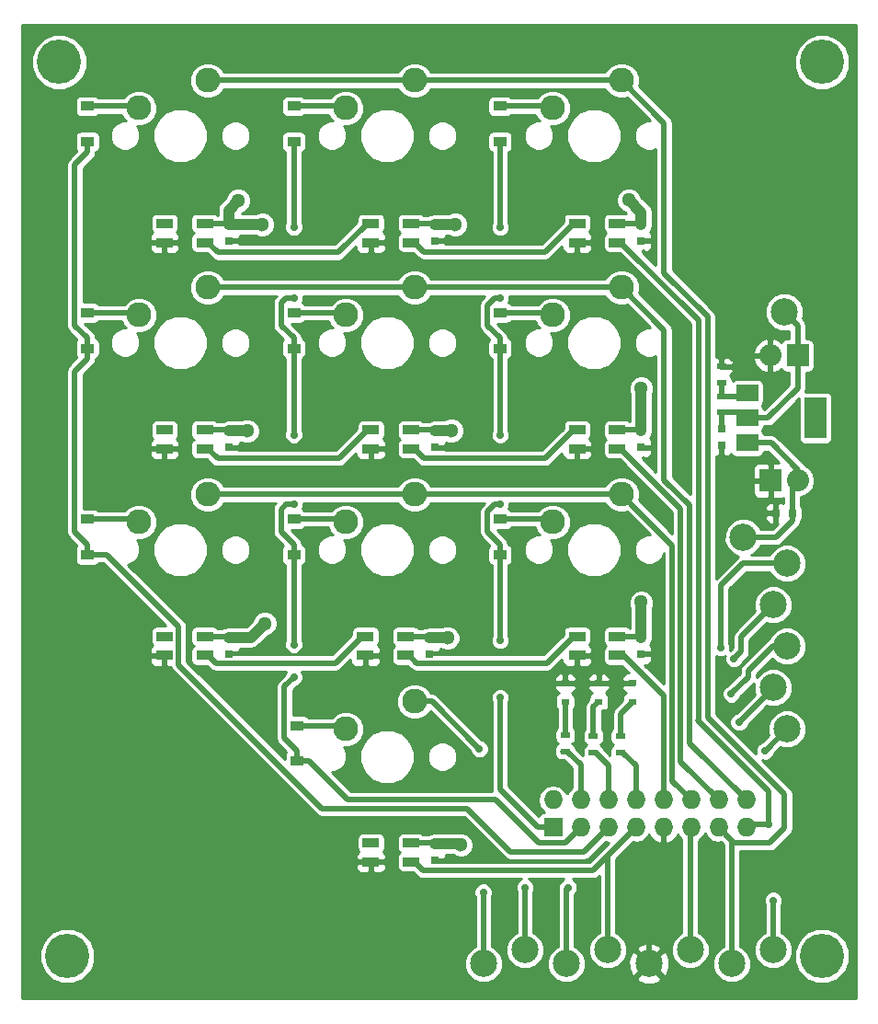
<source format=gbr>
G04 #@! TF.FileFunction,Copper,L1,Top,Signal*
%FSLAX46Y46*%
G04 Gerber Fmt 4.6, Leading zero omitted, Abs format (unit mm)*
G04 Created by KiCad (PCBNEW 4.0.5-e0-6337~49~ubuntu16.04.1) date Thu Dec 29 17:38:52 2016*
%MOMM*%
%LPD*%
G01*
G04 APERTURE LIST*
%ADD10C,0.100000*%
%ADD11R,1.727200X1.727200*%
%ADD12O,1.727200X1.727200*%
%ADD13R,0.750000X0.800000*%
%ADD14R,1.220000X0.910000*%
%ADD15R,0.800000X0.600000*%
%ADD16R,0.900000X0.500000*%
%ADD17R,1.500000X0.850000*%
%ADD18C,2.500000*%
%ADD19C,4.064000*%
%ADD20R,0.800000X0.750000*%
%ADD21R,2.032000X2.032000*%
%ADD22O,2.032000X2.032000*%
%ADD23R,2.000000X3.800000*%
%ADD24R,2.000000X1.500000*%
%ADD25C,2.286000*%
%ADD26C,0.700000*%
%ADD27C,1.300000*%
%ADD28C,0.500000*%
%ADD29C,1.000000*%
%ADD30C,0.254000*%
G04 APERTURE END LIST*
D10*
D11*
X165180000Y-120540000D03*
D12*
X165180000Y-118000000D03*
X167720000Y-120540000D03*
X167720000Y-118000000D03*
X170260000Y-120540000D03*
X170260000Y-118000000D03*
X172800000Y-120540000D03*
X172800000Y-118000000D03*
X175340000Y-120540000D03*
X175340000Y-118000000D03*
X177880000Y-120540000D03*
X177880000Y-118000000D03*
X180420000Y-120540000D03*
X180420000Y-118000000D03*
X182960000Y-120540000D03*
X182960000Y-118000000D03*
D13*
X135300000Y-66550000D03*
X135300000Y-65050000D03*
X154300000Y-66550000D03*
X154300000Y-65050000D03*
X173300000Y-66550000D03*
X173300000Y-65050000D03*
X135300000Y-85550000D03*
X135300000Y-84050000D03*
X154300000Y-85550000D03*
X154300000Y-84050000D03*
X173300000Y-85550000D03*
X173300000Y-84050000D03*
X135300000Y-104550000D03*
X135300000Y-103050000D03*
X153800000Y-104550000D03*
X153800000Y-103050000D03*
X173300000Y-104550000D03*
X173300000Y-103050000D03*
D14*
X122300000Y-57435000D03*
X122300000Y-54165000D03*
X122300000Y-76435000D03*
X122300000Y-73165000D03*
X122300000Y-95435000D03*
X122300000Y-92165000D03*
X141300000Y-57435000D03*
X141300000Y-54165000D03*
X141300000Y-76435000D03*
X141300000Y-73165000D03*
X141300000Y-95435000D03*
X141300000Y-92165000D03*
X160300000Y-57435000D03*
X160300000Y-54165000D03*
X160300000Y-76435000D03*
X160300000Y-73165000D03*
X160300000Y-95435000D03*
X160300000Y-92165000D03*
D15*
X166300000Y-107250000D03*
X166300000Y-108950000D03*
X169400000Y-107250000D03*
X169400000Y-108950000D03*
X172500000Y-107250000D03*
X172500000Y-108950000D03*
D16*
X166300000Y-113550000D03*
X166300000Y-112050000D03*
X168900000Y-113650000D03*
X168900000Y-112150000D03*
X171400000Y-113650000D03*
X171400000Y-112150000D03*
D13*
X154300000Y-123550000D03*
X154300000Y-122050000D03*
D17*
X129400000Y-64950000D03*
X129400000Y-66700000D03*
X133100000Y-66700000D03*
X133100000Y-64950000D03*
X129400000Y-83950000D03*
X129400000Y-85700000D03*
X133100000Y-85700000D03*
X133100000Y-83950000D03*
X129400000Y-102950000D03*
X129400000Y-104700000D03*
X133100000Y-104700000D03*
X133100000Y-102950000D03*
X148400000Y-64950000D03*
X148400000Y-66700000D03*
X152100000Y-66700000D03*
X152100000Y-64950000D03*
X148400000Y-83950000D03*
X148400000Y-85700000D03*
X152100000Y-85700000D03*
X152100000Y-83950000D03*
X147900000Y-102950000D03*
X147900000Y-104700000D03*
X151600000Y-104700000D03*
X151600000Y-102950000D03*
X148400000Y-121950000D03*
X148400000Y-123700000D03*
X152100000Y-123700000D03*
X152100000Y-121950000D03*
X167400000Y-64950000D03*
X167400000Y-66700000D03*
X171100000Y-66700000D03*
X171100000Y-64950000D03*
X167400000Y-83950000D03*
X167400000Y-85700000D03*
X171100000Y-85700000D03*
X171100000Y-83950000D03*
X167400000Y-102950000D03*
X167400000Y-104700000D03*
X171100000Y-104700000D03*
X171100000Y-102950000D03*
D14*
X141600000Y-114435000D03*
X141600000Y-111165000D03*
D18*
X181630000Y-133070000D03*
X186710000Y-111480000D03*
X186710000Y-103860000D03*
X186710000Y-96240000D03*
X166390000Y-133070000D03*
X162580000Y-131800000D03*
X158770000Y-133070000D03*
X174010000Y-133070000D03*
X177800000Y-131800000D03*
X170200000Y-131800000D03*
X185440000Y-131800000D03*
X185440000Y-107670000D03*
X185440000Y-100050000D03*
D19*
X189950000Y-50100000D03*
X120450000Y-132350000D03*
X189950000Y-132350000D03*
X119700000Y-50100000D03*
D20*
X187200000Y-91600000D03*
X185700000Y-91600000D03*
D13*
X180700000Y-83850000D03*
X180700000Y-85350000D03*
D21*
X185200000Y-88600000D03*
D22*
X187740000Y-88600000D03*
D23*
X189350000Y-82850000D03*
D24*
X183050000Y-82850000D03*
X183050000Y-85150000D03*
X183050000Y-80550000D03*
D21*
X187700000Y-77100000D03*
D22*
X185160000Y-77100000D03*
D16*
X180700000Y-82350000D03*
X180700000Y-80850000D03*
X180700000Y-79600000D03*
X180700000Y-78100000D03*
D18*
X182700000Y-93850000D03*
X186450000Y-73100000D03*
D25*
X171470000Y-51790000D03*
X165120000Y-54330000D03*
X171470000Y-89890000D03*
X165120000Y-92430000D03*
X171470000Y-70840000D03*
X165120000Y-73380000D03*
X152420000Y-108940000D03*
X146070000Y-111480000D03*
X152420000Y-89890000D03*
X146070000Y-92430000D03*
X152420000Y-70840000D03*
X146070000Y-73380000D03*
X152420000Y-51790000D03*
X146070000Y-54330000D03*
X133370000Y-89890000D03*
X127020000Y-92430000D03*
X133370000Y-51790000D03*
X127020000Y-54330000D03*
X133370000Y-70840000D03*
X127020000Y-73380000D03*
D26*
X166550000Y-126050000D03*
X162600000Y-126100000D03*
X141300000Y-103700000D03*
X141300000Y-106700000D03*
X141300000Y-90800000D03*
X141300000Y-84400000D03*
X141300000Y-71800000D03*
X141300000Y-65300000D03*
X158750000Y-126500000D03*
X160300000Y-108600000D03*
X160300000Y-103300000D03*
X160300000Y-90800000D03*
X160300000Y-84400000D03*
X160300000Y-71800000D03*
X160300000Y-65300000D03*
X184700000Y-113500000D03*
X181600000Y-108250000D03*
X185050000Y-120250000D03*
X185450000Y-127250000D03*
D27*
X155800000Y-84000000D03*
X155450000Y-103100000D03*
X173300000Y-99800000D03*
X173300000Y-80100000D03*
X137050000Y-84050000D03*
X138650000Y-101750000D03*
X138400000Y-65050000D03*
X136200000Y-62850000D03*
X172150000Y-62800000D03*
X156150000Y-65050000D03*
X156700000Y-122150000D03*
D26*
X182300000Y-110850000D03*
X181850000Y-105000000D03*
X180600000Y-103950000D03*
X158400000Y-113300000D03*
D28*
X166390000Y-126210000D02*
X166390000Y-133070000D01*
X166550000Y-126050000D02*
X166390000Y-126210000D01*
X163800000Y-122753611D02*
X161253611Y-122753611D01*
X161253611Y-122753611D02*
X157300010Y-118800010D01*
X170260000Y-120540000D02*
X168075000Y-122725000D01*
X168075000Y-122725000D02*
X168046389Y-122753611D01*
X168046389Y-122753611D02*
X163800000Y-122753611D01*
X124050002Y-95435000D02*
X122300000Y-95435000D01*
X130700001Y-102084999D02*
X124050002Y-95435000D01*
X157300010Y-118800010D02*
X143910008Y-118800010D01*
X143910008Y-118800010D02*
X130700001Y-105590003D01*
X130700001Y-105590003D02*
X130700001Y-102084999D01*
X122300000Y-57435000D02*
X122300000Y-58390000D01*
X121139999Y-59550001D02*
X121139999Y-74319999D01*
X122300000Y-58390000D02*
X121139999Y-59550001D01*
X121139999Y-74319999D02*
X122300000Y-75480000D01*
X122300000Y-75480000D02*
X122300000Y-76435000D01*
X122300000Y-76435000D02*
X122300000Y-77390000D01*
X122300000Y-77390000D02*
X121139999Y-78550001D01*
X121139999Y-78550001D02*
X121139999Y-93319999D01*
X121139999Y-93319999D02*
X122300000Y-94480000D01*
X122300000Y-94480000D02*
X122300000Y-95435000D01*
X122300000Y-54165000D02*
X126855000Y-54165000D01*
X126855000Y-54165000D02*
X127020000Y-54330000D01*
X122300000Y-73165000D02*
X126805000Y-73165000D01*
X126805000Y-73165000D02*
X127020000Y-73380000D01*
X122300000Y-92165000D02*
X126755000Y-92165000D01*
X126755000Y-92165000D02*
X127020000Y-92430000D01*
X162580000Y-126120000D02*
X162580000Y-131800000D01*
X162600000Y-126100000D02*
X162580000Y-126120000D01*
X146275000Y-118000000D02*
X159922798Y-118000000D01*
X159922798Y-118000000D02*
X161886399Y-119963601D01*
X161886399Y-119963601D02*
X163876399Y-121953601D01*
X163876399Y-121953601D02*
X166306399Y-121953601D01*
X166306399Y-121953601D02*
X166856401Y-121403599D01*
X166856401Y-121403599D02*
X167720000Y-120540000D01*
X141600000Y-114435000D02*
X142710000Y-114435000D01*
X142710000Y-114435000D02*
X146275000Y-118000000D01*
X141300000Y-103700000D02*
X141300000Y-103205026D01*
X141300000Y-103205026D02*
X141300000Y-95435000D01*
X141600000Y-114435000D02*
X141600000Y-113480000D01*
X141600000Y-113480000D02*
X140439999Y-112319999D01*
X140439999Y-112319999D02*
X140439999Y-107560001D01*
X140439999Y-107560001D02*
X141300000Y-106700000D01*
X141300000Y-90800000D02*
X140609998Y-90800000D01*
X140609998Y-90800000D02*
X140139999Y-91269999D01*
X140139999Y-91269999D02*
X140139999Y-93319999D01*
X140139999Y-93319999D02*
X141300000Y-94480000D01*
X141300000Y-94480000D02*
X141300000Y-95435000D01*
X141300000Y-76435000D02*
X141300000Y-84400000D01*
X141300000Y-71800000D02*
X140609998Y-71800000D01*
X140609998Y-71800000D02*
X140139999Y-72269999D01*
X140139999Y-72269999D02*
X140139999Y-74319999D01*
X140139999Y-74319999D02*
X141300000Y-75480000D01*
X141300000Y-75480000D02*
X141300000Y-76435000D01*
X141300000Y-57435000D02*
X141300000Y-65300000D01*
X141300000Y-54165000D02*
X145905000Y-54165000D01*
X145905000Y-54165000D02*
X146070000Y-54330000D01*
X141300000Y-73165000D02*
X145855000Y-73165000D01*
X145855000Y-73165000D02*
X146070000Y-73380000D01*
X141300000Y-92165000D02*
X145805000Y-92165000D01*
X145805000Y-92165000D02*
X146070000Y-92430000D01*
X158770000Y-126520000D02*
X158770000Y-133070000D01*
X158750000Y-126500000D02*
X158770000Y-126520000D01*
X160300000Y-111100000D02*
X160300000Y-116250000D01*
X160300000Y-116250000D02*
X160300000Y-117023600D01*
X160300000Y-111100000D02*
X160300000Y-108600000D01*
X160300000Y-117023600D02*
X163816400Y-120540000D01*
X163816400Y-120540000D02*
X165180000Y-120540000D01*
X160300000Y-95435000D02*
X160300000Y-103300000D01*
X160300000Y-90800000D02*
X159805026Y-90800000D01*
X159805026Y-90800000D02*
X159139999Y-91465027D01*
X159139999Y-91465027D02*
X159139999Y-93319999D01*
X159139999Y-93319999D02*
X160300000Y-94480000D01*
X160300000Y-94480000D02*
X160300000Y-95435000D01*
X160300000Y-76435000D02*
X160300000Y-84400000D01*
X160300000Y-71800000D02*
X159805026Y-71800000D01*
X159805026Y-71800000D02*
X159139999Y-72465027D01*
X159139999Y-72465027D02*
X159139999Y-74319999D01*
X159139999Y-74319999D02*
X160300000Y-75480000D01*
X160300000Y-75480000D02*
X160300000Y-76435000D01*
X160300000Y-57435000D02*
X160300000Y-65300000D01*
X160300000Y-54165000D02*
X164955000Y-54165000D01*
X164955000Y-54165000D02*
X165120000Y-54330000D01*
X160300000Y-73165000D02*
X164905000Y-73165000D01*
X164905000Y-73165000D02*
X165120000Y-73380000D01*
X160300000Y-92165000D02*
X164855000Y-92165000D01*
X164855000Y-92165000D02*
X165120000Y-92430000D01*
X174010000Y-133070000D02*
X174010000Y-126640000D01*
X175340000Y-125310000D02*
X175340000Y-120540000D01*
X174010000Y-126640000D02*
X175340000Y-125310000D01*
X166300000Y-112050000D02*
X166300000Y-108950000D01*
X168900000Y-112150000D02*
X168900000Y-109450000D01*
X168900000Y-109450000D02*
X169400000Y-108950000D01*
X171400000Y-112150000D02*
X171400000Y-110050000D01*
X171400000Y-110050000D02*
X172500000Y-108950000D01*
X183600000Y-121953601D02*
X185146399Y-121953601D01*
X183855727Y-114844273D02*
X183855727Y-114844263D01*
X186500000Y-117488546D02*
X183855727Y-114844273D01*
X186500000Y-120600000D02*
X186500000Y-117488546D01*
X185146399Y-121953601D02*
X186500000Y-120600000D01*
X181630000Y-133070000D02*
X181630000Y-121750000D01*
X181630000Y-121750000D02*
X180420000Y-120540000D01*
X171470000Y-51790000D02*
X175410901Y-55730901D01*
X179400010Y-110388546D02*
X183855727Y-114844263D01*
X179400010Y-73543626D02*
X179400010Y-110388546D01*
X175410901Y-69554517D02*
X179400010Y-73543626D01*
X175410901Y-55730901D02*
X175410901Y-69554517D01*
X181283599Y-121403599D02*
X180420000Y-120540000D01*
X183600000Y-121953601D02*
X181833601Y-121953601D01*
X181833601Y-121953601D02*
X181283599Y-121403599D01*
X152420000Y-51790000D02*
X171470000Y-51790000D01*
X133370000Y-51790000D02*
X152420000Y-51790000D01*
X167720000Y-118000000D02*
X167720000Y-114770000D01*
X167720000Y-114770000D02*
X166500000Y-113550000D01*
X166500000Y-113550000D02*
X166300000Y-113550000D01*
X166100000Y-113550000D02*
X166300000Y-113550000D01*
X184750000Y-113440000D02*
X186710000Y-111480000D01*
X184750000Y-113450000D02*
X184750000Y-113440000D01*
X184700000Y-113500000D02*
X184750000Y-113450000D01*
X171470000Y-70840000D02*
X175410901Y-74780901D01*
X175410901Y-74780901D02*
X175410901Y-88554517D01*
X175410901Y-88554517D02*
X177740030Y-90883646D01*
X177740030Y-90883646D02*
X177740030Y-112780030D01*
X177740030Y-112780030D02*
X182960000Y-118000000D01*
X152420000Y-70840000D02*
X154036446Y-70840000D01*
X154036446Y-70840000D02*
X171470000Y-70840000D01*
X133370000Y-70840000D02*
X152420000Y-70840000D01*
X170260000Y-118000000D02*
X170260000Y-114810000D01*
X170260000Y-114810000D02*
X169100000Y-113650000D01*
X169100000Y-113650000D02*
X168900000Y-113650000D01*
X185440000Y-103860000D02*
X186710000Y-103860000D01*
X183150000Y-106150000D02*
X185440000Y-103860000D01*
X183150000Y-106700000D02*
X183150000Y-106150000D01*
X181600000Y-108250000D02*
X183150000Y-106700000D01*
X177880000Y-118000000D02*
X176140010Y-116260010D01*
X176140010Y-116260010D02*
X176140010Y-94560010D01*
X176140010Y-94560010D02*
X172612999Y-91032999D01*
X172612999Y-91032999D02*
X171470000Y-89890000D01*
X152420000Y-89890000D02*
X171470000Y-89890000D01*
X133370000Y-89890000D02*
X152420000Y-89890000D01*
X172800000Y-118000000D02*
X172800000Y-114850000D01*
X172800000Y-114850000D02*
X171600000Y-113650000D01*
X171600000Y-113650000D02*
X171400000Y-113650000D01*
X141600000Y-111165000D02*
X145755000Y-111165000D01*
X145755000Y-111165000D02*
X146070000Y-111480000D01*
X185050000Y-120250000D02*
X183250000Y-120250000D01*
X183250000Y-120250000D02*
X182960000Y-120540000D01*
X184373601Y-116493521D02*
X185040040Y-117159960D01*
X185040040Y-120240040D02*
X185050000Y-120250000D01*
X185040040Y-117159960D02*
X185040040Y-120240040D01*
X185440000Y-127260000D02*
X185440000Y-131800000D01*
X185450000Y-127250000D02*
X185440000Y-127260000D01*
X178540040Y-110659960D02*
X184373601Y-116493521D01*
X178600000Y-73875000D02*
X178600000Y-110600000D01*
X178600000Y-110600000D02*
X178540040Y-110659960D01*
X171100000Y-66700000D02*
X171425000Y-66700000D01*
X171425000Y-66700000D02*
X178600000Y-73875000D01*
D29*
X155750000Y-84050000D02*
X154300000Y-84050000D01*
X155800000Y-84000000D02*
X155750000Y-84050000D01*
X155400000Y-103050000D02*
X153800000Y-103050000D01*
X155450000Y-103100000D02*
X155400000Y-103050000D01*
X173300000Y-99800000D02*
X173300000Y-103050000D01*
X173300000Y-80100000D02*
X173300000Y-84050000D01*
X137050000Y-84050000D02*
X135300000Y-84050000D01*
X135300000Y-65050000D02*
X138250000Y-65050000D01*
X137350000Y-103050000D02*
X135300000Y-103050000D01*
X138650000Y-101750000D02*
X137350000Y-103050000D01*
X138250000Y-65050000D02*
X138400000Y-65050000D01*
X135300000Y-63750000D02*
X135300000Y-65050000D01*
X136200000Y-62850000D02*
X135300000Y-63750000D01*
X173300000Y-63950000D02*
X173300000Y-65050000D01*
X172150000Y-62800000D02*
X173300000Y-63950000D01*
X154300000Y-122050000D02*
X156600000Y-122050000D01*
X156100000Y-65050000D02*
X154300000Y-65050000D01*
X156150000Y-65000000D02*
X156100000Y-65050000D01*
X156150000Y-65050000D02*
X156150000Y-65000000D01*
X156600000Y-122050000D02*
X156700000Y-122150000D01*
D28*
X133100000Y-64950000D02*
X135200000Y-64950000D01*
X135200000Y-64950000D02*
X135300000Y-65050000D01*
X152100000Y-64950000D02*
X154200000Y-64950000D01*
X154200000Y-64950000D02*
X154300000Y-65050000D01*
X171100000Y-64950000D02*
X173200000Y-64950000D01*
X173200000Y-64950000D02*
X173300000Y-65050000D01*
X171100000Y-83950000D02*
X173200000Y-83950000D01*
X173200000Y-83950000D02*
X173300000Y-84050000D01*
X152100000Y-83950000D02*
X154200000Y-83950000D01*
X154200000Y-83950000D02*
X154300000Y-84050000D01*
X133100000Y-83950000D02*
X135200000Y-83950000D01*
X135200000Y-83950000D02*
X135300000Y-84050000D01*
X133100000Y-102950000D02*
X135200000Y-102950000D01*
X135200000Y-102950000D02*
X135300000Y-103050000D01*
X171100000Y-102950000D02*
X173200000Y-102950000D01*
X173200000Y-102950000D02*
X173300000Y-103050000D01*
X151600000Y-102950000D02*
X153700000Y-102950000D01*
X153700000Y-102950000D02*
X153800000Y-103050000D01*
X152100000Y-121950000D02*
X154200000Y-121950000D01*
X154200000Y-121950000D02*
X154300000Y-122050000D01*
X177800000Y-131800000D02*
X177800000Y-120620000D01*
X177800000Y-120620000D02*
X177880000Y-120540000D01*
X182300000Y-110850000D02*
X185440000Y-107710000D01*
X185440000Y-107710000D02*
X185440000Y-107670000D01*
X171100000Y-85700000D02*
X171425000Y-85700000D01*
X171425000Y-85700000D02*
X176940020Y-91215020D01*
X176940020Y-91215020D02*
X176940020Y-114520020D01*
X176940020Y-114520020D02*
X180420000Y-118000000D01*
X182500000Y-102990000D02*
X185440000Y-100050000D01*
X182500000Y-104350000D02*
X182500000Y-102990000D01*
X181850000Y-105000000D02*
X182500000Y-104350000D01*
X171100000Y-104700000D02*
X171640002Y-104700000D01*
X171640002Y-104700000D02*
X175340000Y-108399998D01*
X175340000Y-108399998D02*
X175340000Y-116778686D01*
X175340000Y-116778686D02*
X175340000Y-118000000D01*
X182660000Y-96240000D02*
X186710000Y-96240000D01*
X180650000Y-98250000D02*
X182660000Y-96240000D01*
X180650000Y-103900000D02*
X180650000Y-98250000D01*
X180600000Y-103950000D02*
X180650000Y-103900000D01*
X152420000Y-108940000D02*
X154040000Y-108940000D01*
X154040000Y-108940000D02*
X158400000Y-113300000D01*
X133100000Y-66700000D02*
X133425000Y-66700000D01*
X133425000Y-66700000D02*
X134350000Y-67625000D01*
X134350000Y-67625000D02*
X145400000Y-67625000D01*
X145400000Y-67625000D02*
X148075000Y-64950000D01*
X148075000Y-64950000D02*
X148400000Y-64950000D01*
X133100000Y-85700000D02*
X133425000Y-85700000D01*
X145449999Y-86575001D02*
X148075000Y-83950000D01*
X133425000Y-85700000D02*
X134300001Y-86575001D01*
X148075000Y-83950000D02*
X148400000Y-83950000D01*
X134300001Y-86575001D02*
X145449999Y-86575001D01*
X133100000Y-104700000D02*
X133425000Y-104700000D01*
X133425000Y-104700000D02*
X134125001Y-105400001D01*
X134125001Y-105400001D02*
X145124999Y-105400001D01*
X145124999Y-105400001D02*
X147575000Y-102950000D01*
X147575000Y-102950000D02*
X147900000Y-102950000D01*
X152100000Y-66700000D02*
X152425000Y-66700000D01*
X152425000Y-66700000D02*
X153300001Y-67575001D01*
X153300001Y-67575001D02*
X164449999Y-67575001D01*
X164449999Y-67575001D02*
X167075000Y-64950000D01*
X167075000Y-64950000D02*
X167400000Y-64950000D01*
X152100000Y-85700000D02*
X152425000Y-85700000D01*
X164449999Y-86575001D02*
X167075000Y-83950000D01*
X152425000Y-85700000D02*
X153300001Y-86575001D01*
X153300001Y-86575001D02*
X164449999Y-86575001D01*
X167075000Y-83950000D02*
X167400000Y-83950000D01*
X151600000Y-104700000D02*
X151925000Y-104700000D01*
X151925000Y-104700000D02*
X152625001Y-105400001D01*
X152625001Y-105400001D02*
X164624999Y-105400001D01*
X164624999Y-105400001D02*
X167075000Y-102950000D01*
X167075000Y-102950000D02*
X167400000Y-102950000D01*
X170200000Y-131800000D02*
X170200000Y-123140000D01*
X170200000Y-123140000D02*
X172800000Y-120540000D01*
X152100000Y-123700000D02*
X152425000Y-123700000D01*
X152425000Y-123700000D02*
X153225001Y-124500001D01*
X153225001Y-124500001D02*
X168839999Y-124500001D01*
X168839999Y-124500001D02*
X171936401Y-121403599D01*
X171936401Y-121403599D02*
X172800000Y-120540000D01*
X182700000Y-93850000D02*
X185700000Y-93850000D01*
X187200000Y-92350000D02*
X187200000Y-91600000D01*
X185700000Y-93850000D02*
X187200000Y-92350000D01*
X187740000Y-88600000D02*
X187740000Y-87640000D01*
X187740000Y-87640000D02*
X185250000Y-85150000D01*
X185250000Y-85150000D02*
X183050000Y-85150000D01*
X187200000Y-91600000D02*
X187200000Y-89140000D01*
X187200000Y-89140000D02*
X187740000Y-88600000D01*
X187700000Y-77100000D02*
X187700000Y-74350000D01*
X187700000Y-74350000D02*
X186450000Y-73100000D01*
X187700000Y-77100000D02*
X187700000Y-80100000D01*
X184950000Y-82850000D02*
X183050000Y-82850000D01*
X187700000Y-80100000D02*
X184950000Y-82850000D01*
X180700000Y-82350000D02*
X182550000Y-82350000D01*
X182550000Y-82350000D02*
X183050000Y-82850000D01*
X180700000Y-83850000D02*
X180700000Y-82350000D01*
X180700000Y-80850000D02*
X180700000Y-79600000D01*
X180700000Y-80850000D02*
X182750000Y-80850000D01*
X182750000Y-80850000D02*
X183050000Y-80550000D01*
D30*
G36*
X193098000Y-136248000D02*
X116302000Y-136248000D01*
X116302000Y-132856783D01*
X117890557Y-132856783D01*
X118279320Y-133797663D01*
X118998550Y-134518150D01*
X119938750Y-134908555D01*
X120956783Y-134909443D01*
X121897663Y-134520680D01*
X122618150Y-133801450D01*
X122775746Y-133421916D01*
X156992693Y-133421916D01*
X157262655Y-134075274D01*
X157762096Y-134575588D01*
X158414982Y-134846690D01*
X159121916Y-134847307D01*
X159775274Y-134577345D01*
X160275588Y-134077904D01*
X160546690Y-133425018D01*
X160547307Y-132718084D01*
X160277345Y-132064726D01*
X159777904Y-131564412D01*
X159547000Y-131468532D01*
X159547000Y-126867505D01*
X159626847Y-126675211D01*
X159627151Y-126326319D01*
X159493918Y-126003869D01*
X159247429Y-125756949D01*
X158925211Y-125623153D01*
X158576319Y-125622849D01*
X158253869Y-125756082D01*
X158006949Y-126002571D01*
X157873153Y-126324789D01*
X157872849Y-126673681D01*
X157993000Y-126964470D01*
X157993000Y-131468334D01*
X157764726Y-131562655D01*
X157264412Y-132062096D01*
X156993310Y-132714982D01*
X156992693Y-133421916D01*
X122775746Y-133421916D01*
X123008555Y-132861250D01*
X123009443Y-131843217D01*
X122620680Y-130902337D01*
X121901450Y-130181850D01*
X120961250Y-129791445D01*
X119943217Y-129790557D01*
X119002337Y-130179320D01*
X118281850Y-130898550D01*
X117891445Y-131838750D01*
X117890557Y-132856783D01*
X116302000Y-132856783D01*
X116302000Y-123985750D01*
X147015000Y-123985750D01*
X147015000Y-124251310D01*
X147111673Y-124484699D01*
X147290302Y-124663327D01*
X147523691Y-124760000D01*
X148114250Y-124760000D01*
X148273000Y-124601250D01*
X148273000Y-123827000D01*
X148527000Y-123827000D01*
X148527000Y-124601250D01*
X148685750Y-124760000D01*
X149276309Y-124760000D01*
X149509698Y-124663327D01*
X149688327Y-124484699D01*
X149785000Y-124251310D01*
X149785000Y-123985750D01*
X149626250Y-123827000D01*
X148527000Y-123827000D01*
X148273000Y-123827000D01*
X147173750Y-123827000D01*
X147015000Y-123985750D01*
X116302000Y-123985750D01*
X116302000Y-123148690D01*
X147015000Y-123148690D01*
X147015000Y-123414250D01*
X147173750Y-123573000D01*
X148273000Y-123573000D01*
X148273000Y-123553000D01*
X148527000Y-123553000D01*
X148527000Y-123573000D01*
X149626250Y-123573000D01*
X149785000Y-123414250D01*
X149785000Y-123148690D01*
X149688327Y-122915301D01*
X149528120Y-122755095D01*
X149644990Y-122584049D01*
X149687324Y-122375000D01*
X149687324Y-121525000D01*
X149650577Y-121329706D01*
X149535158Y-121150340D01*
X149359049Y-121030010D01*
X149150000Y-120987676D01*
X147650000Y-120987676D01*
X147454706Y-121024423D01*
X147275340Y-121139842D01*
X147155010Y-121315951D01*
X147112676Y-121525000D01*
X147112676Y-122375000D01*
X147149423Y-122570294D01*
X147264842Y-122749660D01*
X147272252Y-122754723D01*
X147111673Y-122915301D01*
X147015000Y-123148690D01*
X116302000Y-123148690D01*
X116302000Y-104985750D01*
X128015000Y-104985750D01*
X128015000Y-105251310D01*
X128111673Y-105484699D01*
X128290302Y-105663327D01*
X128523691Y-105760000D01*
X129114250Y-105760000D01*
X129273000Y-105601250D01*
X129273000Y-104827000D01*
X128173750Y-104827000D01*
X128015000Y-104985750D01*
X116302000Y-104985750D01*
X116302000Y-59550001D01*
X120362999Y-59550001D01*
X120362999Y-74319999D01*
X120422145Y-74617344D01*
X120590577Y-74869421D01*
X121315740Y-75594584D01*
X121315340Y-75594842D01*
X121195010Y-75770951D01*
X121152676Y-75980000D01*
X121152676Y-76890000D01*
X121189423Y-77085294D01*
X121304842Y-77264660D01*
X121317706Y-77273450D01*
X120590577Y-78000579D01*
X120422145Y-78252656D01*
X120362999Y-78550001D01*
X120362999Y-93319999D01*
X120422145Y-93617344D01*
X120590577Y-93869421D01*
X121315740Y-94594584D01*
X121315340Y-94594842D01*
X121195010Y-94770951D01*
X121152676Y-94980000D01*
X121152676Y-95890000D01*
X121189423Y-96085294D01*
X121304842Y-96264660D01*
X121480951Y-96384990D01*
X121690000Y-96427324D01*
X122910000Y-96427324D01*
X123105294Y-96390577D01*
X123284660Y-96275158D01*
X123327814Y-96212000D01*
X123728158Y-96212000D01*
X129503834Y-101987676D01*
X128650000Y-101987676D01*
X128454706Y-102024423D01*
X128275340Y-102139842D01*
X128155010Y-102315951D01*
X128112676Y-102525000D01*
X128112676Y-103375000D01*
X128149423Y-103570294D01*
X128264842Y-103749660D01*
X128272252Y-103754723D01*
X128111673Y-103915301D01*
X128015000Y-104148690D01*
X128015000Y-104414250D01*
X128173750Y-104573000D01*
X129273000Y-104573000D01*
X129273000Y-104553000D01*
X129527000Y-104553000D01*
X129527000Y-104573000D01*
X129547000Y-104573000D01*
X129547000Y-104827000D01*
X129527000Y-104827000D01*
X129527000Y-105601250D01*
X129685750Y-105760000D01*
X129956816Y-105760000D01*
X129982147Y-105887348D01*
X130150579Y-106139425D01*
X143360586Y-119349432D01*
X143612663Y-119517864D01*
X143910008Y-119577010D01*
X156978166Y-119577010D01*
X160704189Y-123303033D01*
X160956266Y-123471465D01*
X161253611Y-123530611D01*
X168046389Y-123530611D01*
X168343734Y-123471465D01*
X168595811Y-123303033D01*
X170012129Y-121886715D01*
X170232757Y-121930600D01*
X170287243Y-121930600D01*
X170316345Y-121924811D01*
X168518155Y-123723001D01*
X155197251Y-123723001D01*
X155151250Y-123677000D01*
X154427000Y-123677000D01*
X154427000Y-123697000D01*
X154173000Y-123697000D01*
X154173000Y-123677000D01*
X154153000Y-123677000D01*
X154153000Y-123423000D01*
X154173000Y-123423000D01*
X154173000Y-123403000D01*
X154427000Y-123403000D01*
X154427000Y-123423000D01*
X155151250Y-123423000D01*
X155310000Y-123264250D01*
X155310000Y-123077000D01*
X155962304Y-123077000D01*
X156032412Y-123147230D01*
X156464853Y-123326795D01*
X156933093Y-123327204D01*
X157365846Y-123148394D01*
X157697230Y-122817588D01*
X157876795Y-122385147D01*
X157877204Y-121916907D01*
X157698394Y-121484154D01*
X157367588Y-121152770D01*
X156935147Y-120973205D01*
X156466907Y-120972796D01*
X156345404Y-121023000D01*
X154300000Y-121023000D01*
X153906984Y-121101176D01*
X153875964Y-121121903D01*
X153729706Y-121149423D01*
X153693066Y-121173000D01*
X153249739Y-121173000D01*
X153235158Y-121150340D01*
X153059049Y-121030010D01*
X152850000Y-120987676D01*
X151350000Y-120987676D01*
X151154706Y-121024423D01*
X150975340Y-121139842D01*
X150855010Y-121315951D01*
X150812676Y-121525000D01*
X150812676Y-122375000D01*
X150849423Y-122570294D01*
X150964842Y-122749660D01*
X151075592Y-122825332D01*
X150975340Y-122889842D01*
X150855010Y-123065951D01*
X150812676Y-123275000D01*
X150812676Y-124125000D01*
X150849423Y-124320294D01*
X150964842Y-124499660D01*
X151140951Y-124619990D01*
X151350000Y-124662324D01*
X152288480Y-124662324D01*
X152675579Y-125049423D01*
X152927656Y-125217855D01*
X153225001Y-125277001D01*
X162295261Y-125277001D01*
X162103869Y-125356082D01*
X161856949Y-125602571D01*
X161723153Y-125924789D01*
X161722849Y-126273681D01*
X161803000Y-126467662D01*
X161803000Y-130198334D01*
X161574726Y-130292655D01*
X161074412Y-130792096D01*
X160803310Y-131444982D01*
X160802693Y-132151916D01*
X161072655Y-132805274D01*
X161572096Y-133305588D01*
X162224982Y-133576690D01*
X162931916Y-133577307D01*
X163585274Y-133307345D01*
X164085588Y-132807904D01*
X164356690Y-132155018D01*
X164357307Y-131448084D01*
X164087345Y-130794726D01*
X163587904Y-130294412D01*
X163357000Y-130198532D01*
X163357000Y-126563836D01*
X163476847Y-126275211D01*
X163477151Y-125926319D01*
X163343918Y-125603869D01*
X163097429Y-125356949D01*
X162904892Y-125277001D01*
X166124251Y-125277001D01*
X166053869Y-125306082D01*
X165806949Y-125552571D01*
X165673153Y-125874789D01*
X165673121Y-125911195D01*
X165672146Y-125912655D01*
X165613000Y-126210000D01*
X165613000Y-131468334D01*
X165384726Y-131562655D01*
X164884412Y-132062096D01*
X164613310Y-132714982D01*
X164612693Y-133421916D01*
X164882655Y-134075274D01*
X165382096Y-134575588D01*
X166034982Y-134846690D01*
X166741916Y-134847307D01*
X167395274Y-134577345D01*
X167569603Y-134403320D01*
X172856285Y-134403320D01*
X172985533Y-134696123D01*
X173685806Y-134964388D01*
X174435435Y-134944250D01*
X175034467Y-134696123D01*
X175163715Y-134403320D01*
X174010000Y-133249605D01*
X172856285Y-134403320D01*
X167569603Y-134403320D01*
X167895588Y-134077904D01*
X168166690Y-133425018D01*
X168167307Y-132718084D01*
X167897345Y-132064726D01*
X167397904Y-131564412D01*
X167167000Y-131468532D01*
X167167000Y-126673260D01*
X167293051Y-126547429D01*
X167426847Y-126225211D01*
X167427151Y-125876319D01*
X167293918Y-125553869D01*
X167047429Y-125306949D01*
X166975306Y-125277001D01*
X168839999Y-125277001D01*
X169137344Y-125217855D01*
X169389421Y-125049423D01*
X169423000Y-125015844D01*
X169423000Y-130198334D01*
X169194726Y-130292655D01*
X168694412Y-130792096D01*
X168423310Y-131444982D01*
X168422693Y-132151916D01*
X168692655Y-132805274D01*
X169192096Y-133305588D01*
X169844982Y-133576690D01*
X170551916Y-133577307D01*
X171205274Y-133307345D01*
X171705588Y-132807904D01*
X171731373Y-132745806D01*
X172115612Y-132745806D01*
X172135750Y-133495435D01*
X172383877Y-134094467D01*
X172676680Y-134223715D01*
X173830395Y-133070000D01*
X174189605Y-133070000D01*
X175343320Y-134223715D01*
X175636123Y-134094467D01*
X175904388Y-133394194D01*
X175884250Y-132644565D01*
X175636123Y-132045533D01*
X175343320Y-131916285D01*
X174189605Y-133070000D01*
X173830395Y-133070000D01*
X172676680Y-131916285D01*
X172383877Y-132045533D01*
X172115612Y-132745806D01*
X171731373Y-132745806D01*
X171976690Y-132155018D01*
X171977055Y-131736680D01*
X172856285Y-131736680D01*
X174010000Y-132890395D01*
X175163715Y-131736680D01*
X175034467Y-131443877D01*
X174334194Y-131175612D01*
X173584565Y-131195750D01*
X172985533Y-131443877D01*
X172856285Y-131736680D01*
X171977055Y-131736680D01*
X171977307Y-131448084D01*
X171707345Y-130794726D01*
X171207904Y-130294412D01*
X170977000Y-130198532D01*
X170977000Y-123461844D01*
X172552129Y-121886715D01*
X172772757Y-121930600D01*
X172827243Y-121930600D01*
X173359403Y-121824747D01*
X173810546Y-121523303D01*
X174016157Y-121215584D01*
X174057312Y-121314947D01*
X174451510Y-121746821D01*
X174980973Y-121994968D01*
X175213000Y-121874469D01*
X175213000Y-120667000D01*
X175193000Y-120667000D01*
X175193000Y-120413000D01*
X175213000Y-120413000D01*
X175213000Y-120393000D01*
X175467000Y-120393000D01*
X175467000Y-120413000D01*
X175487000Y-120413000D01*
X175487000Y-120667000D01*
X175467000Y-120667000D01*
X175467000Y-121874469D01*
X175699027Y-121994968D01*
X176228490Y-121746821D01*
X176622688Y-121314947D01*
X176663843Y-121215584D01*
X176869454Y-121523303D01*
X177023000Y-121625899D01*
X177023000Y-130198334D01*
X176794726Y-130292655D01*
X176294412Y-130792096D01*
X176023310Y-131444982D01*
X176022693Y-132151916D01*
X176292655Y-132805274D01*
X176792096Y-133305588D01*
X177444982Y-133576690D01*
X178151916Y-133577307D01*
X178805274Y-133307345D01*
X179305588Y-132807904D01*
X179576690Y-132155018D01*
X179577307Y-131448084D01*
X179307345Y-130794726D01*
X178807904Y-130294412D01*
X178577000Y-130198532D01*
X178577000Y-121732808D01*
X178890546Y-121523303D01*
X179150000Y-121135003D01*
X179409454Y-121523303D01*
X179860597Y-121824747D01*
X180392757Y-121930600D01*
X180447243Y-121930600D01*
X180667871Y-121886715D01*
X180853000Y-122071844D01*
X180853000Y-131468334D01*
X180624726Y-131562655D01*
X180124412Y-132062096D01*
X179853310Y-132714982D01*
X179852693Y-133421916D01*
X180122655Y-134075274D01*
X180622096Y-134575588D01*
X181274982Y-134846690D01*
X181981916Y-134847307D01*
X182635274Y-134577345D01*
X183135588Y-134077904D01*
X183406690Y-133425018D01*
X183407307Y-132718084D01*
X183173372Y-132151916D01*
X183662693Y-132151916D01*
X183932655Y-132805274D01*
X184432096Y-133305588D01*
X185084982Y-133576690D01*
X185791916Y-133577307D01*
X186445274Y-133307345D01*
X186896623Y-132856783D01*
X187390557Y-132856783D01*
X187779320Y-133797663D01*
X188498550Y-134518150D01*
X189438750Y-134908555D01*
X190456783Y-134909443D01*
X191397663Y-134520680D01*
X192118150Y-133801450D01*
X192508555Y-132861250D01*
X192509443Y-131843217D01*
X192120680Y-130902337D01*
X191401450Y-130181850D01*
X190461250Y-129791445D01*
X189443217Y-129790557D01*
X188502337Y-130179320D01*
X187781850Y-130898550D01*
X187391445Y-131838750D01*
X187390557Y-132856783D01*
X186896623Y-132856783D01*
X186945588Y-132807904D01*
X187216690Y-132155018D01*
X187217307Y-131448084D01*
X186947345Y-130794726D01*
X186447904Y-130294412D01*
X186217000Y-130198532D01*
X186217000Y-127689753D01*
X186326847Y-127425211D01*
X186327151Y-127076319D01*
X186193918Y-126753869D01*
X185947429Y-126506949D01*
X185625211Y-126373153D01*
X185276319Y-126372849D01*
X184953869Y-126506082D01*
X184706949Y-126752571D01*
X184573153Y-127074789D01*
X184572849Y-127423681D01*
X184663000Y-127641864D01*
X184663000Y-130198334D01*
X184434726Y-130292655D01*
X183934412Y-130792096D01*
X183663310Y-131444982D01*
X183662693Y-132151916D01*
X183173372Y-132151916D01*
X183137345Y-132064726D01*
X182637904Y-131564412D01*
X182407000Y-131468532D01*
X182407000Y-122730601D01*
X185146399Y-122730601D01*
X185443744Y-122671455D01*
X185695821Y-122503023D01*
X187049422Y-121149422D01*
X187217854Y-120897345D01*
X187277000Y-120600000D01*
X187277000Y-117488546D01*
X187217854Y-117191201D01*
X187049422Y-116939124D01*
X184460414Y-114350116D01*
X184524789Y-114376847D01*
X184873681Y-114377151D01*
X185196131Y-114243918D01*
X185443051Y-113997429D01*
X185550726Y-113738118D01*
X186126873Y-113161971D01*
X186354982Y-113256690D01*
X187061916Y-113257307D01*
X187715274Y-112987345D01*
X188215588Y-112487904D01*
X188486690Y-111835018D01*
X188487307Y-111128084D01*
X188217345Y-110474726D01*
X187717904Y-109974412D01*
X187065018Y-109703310D01*
X186358084Y-109702693D01*
X185704726Y-109972655D01*
X185204412Y-110472096D01*
X184933310Y-111124982D01*
X184932693Y-111831916D01*
X185028169Y-112062987D01*
X184427459Y-112663697D01*
X184203869Y-112756082D01*
X183956949Y-113002571D01*
X183823153Y-113324789D01*
X183822849Y-113673681D01*
X183850211Y-113739903D01*
X180177010Y-110066702D01*
X180177010Y-108423681D01*
X180722849Y-108423681D01*
X180856082Y-108746131D01*
X181102571Y-108993051D01*
X181424789Y-109126847D01*
X181773681Y-109127151D01*
X182096131Y-108993918D01*
X182343051Y-108747429D01*
X182443625Y-108505219D01*
X183684221Y-107264623D01*
X183663310Y-107314982D01*
X183662693Y-108021916D01*
X183769865Y-108281291D01*
X182044500Y-110006656D01*
X181803869Y-110106082D01*
X181556949Y-110352571D01*
X181423153Y-110674789D01*
X181422849Y-111023681D01*
X181556082Y-111346131D01*
X181802571Y-111593051D01*
X182124789Y-111726847D01*
X182473681Y-111727151D01*
X182796131Y-111593918D01*
X183043051Y-111347429D01*
X183143625Y-111105219D01*
X184885137Y-109363707D01*
X185084982Y-109446690D01*
X185791916Y-109447307D01*
X186445274Y-109177345D01*
X186945588Y-108677904D01*
X187216690Y-108025018D01*
X187217307Y-107318084D01*
X186947345Y-106664726D01*
X186447904Y-106164412D01*
X185795018Y-105893310D01*
X185088084Y-105892693D01*
X184434726Y-106162655D01*
X183934412Y-106662096D01*
X183927000Y-106679946D01*
X183927000Y-106471844D01*
X185367968Y-105030876D01*
X185702096Y-105365588D01*
X186354982Y-105636690D01*
X187061916Y-105637307D01*
X187715274Y-105367345D01*
X188215588Y-104867904D01*
X188486690Y-104215018D01*
X188487307Y-103508084D01*
X188217345Y-102854726D01*
X187717904Y-102354412D01*
X187065018Y-102083310D01*
X186358084Y-102082693D01*
X185704726Y-102352655D01*
X185204412Y-102852096D01*
X185061439Y-103196412D01*
X184890578Y-103310578D01*
X182600578Y-105600578D01*
X182432146Y-105852655D01*
X182373000Y-106150000D01*
X182373000Y-106378156D01*
X181344500Y-107406656D01*
X181103869Y-107506082D01*
X180856949Y-107752571D01*
X180723153Y-108074789D01*
X180722849Y-108423681D01*
X180177010Y-108423681D01*
X180177010Y-104723961D01*
X180424789Y-104826847D01*
X180773681Y-104827151D01*
X181013280Y-104728151D01*
X180973153Y-104824789D01*
X180972849Y-105173681D01*
X181106082Y-105496131D01*
X181352571Y-105743051D01*
X181674789Y-105876847D01*
X182023681Y-105877151D01*
X182346131Y-105743918D01*
X182593051Y-105497429D01*
X182693625Y-105255219D01*
X183049422Y-104899422D01*
X183217854Y-104647345D01*
X183277000Y-104350000D01*
X183277000Y-103311844D01*
X184856873Y-101731971D01*
X185084982Y-101826690D01*
X185791916Y-101827307D01*
X186445274Y-101557345D01*
X186945588Y-101057904D01*
X187216690Y-100405018D01*
X187217307Y-99698084D01*
X186947345Y-99044726D01*
X186447904Y-98544412D01*
X185795018Y-98273310D01*
X185088084Y-98272693D01*
X184434726Y-98542655D01*
X183934412Y-99042096D01*
X183663310Y-99694982D01*
X183662693Y-100401916D01*
X183758169Y-100632987D01*
X181950578Y-102440578D01*
X181782146Y-102692655D01*
X181723000Y-102990000D01*
X181723000Y-104028156D01*
X181594500Y-104156656D01*
X181436720Y-104221849D01*
X181476847Y-104125211D01*
X181477151Y-103776319D01*
X181427000Y-103654944D01*
X181427000Y-98571844D01*
X182981844Y-97017000D01*
X185108334Y-97017000D01*
X185202655Y-97245274D01*
X185702096Y-97745588D01*
X186354982Y-98016690D01*
X187061916Y-98017307D01*
X187715274Y-97747345D01*
X188215588Y-97247904D01*
X188486690Y-96595018D01*
X188487307Y-95888084D01*
X188217345Y-95234726D01*
X187717904Y-94734412D01*
X187065018Y-94463310D01*
X186358084Y-94462693D01*
X185704726Y-94732655D01*
X185204412Y-95232096D01*
X185108532Y-95463000D01*
X183449569Y-95463000D01*
X183705274Y-95357345D01*
X184205588Y-94857904D01*
X184301468Y-94627000D01*
X185700000Y-94627000D01*
X185997345Y-94567854D01*
X186249422Y-94399422D01*
X187749422Y-92899422D01*
X187917854Y-92647345D01*
X187975111Y-92359498D01*
X188094990Y-92184049D01*
X188137324Y-91975000D01*
X188137324Y-91225000D01*
X188100577Y-91029706D01*
X187985158Y-90850340D01*
X187977000Y-90844766D01*
X187977000Y-90126087D01*
X188330481Y-90055775D01*
X188831066Y-89721295D01*
X189165546Y-89220710D01*
X189283000Y-88630229D01*
X189283000Y-88569771D01*
X189165546Y-87979290D01*
X188831066Y-87478705D01*
X188330481Y-87144225D01*
X188324469Y-87143029D01*
X188289422Y-87090578D01*
X185799422Y-84600578D01*
X185547345Y-84432146D01*
X185250000Y-84373000D01*
X184582244Y-84373000D01*
X184550577Y-84204706D01*
X184435158Y-84025340D01*
X184399780Y-84001168D01*
X184424660Y-83985158D01*
X184544990Y-83809049D01*
X184581856Y-83627000D01*
X184950000Y-83627000D01*
X185247345Y-83567854D01*
X185499422Y-83399422D01*
X187812676Y-81086168D01*
X187812676Y-84750000D01*
X187849423Y-84945294D01*
X187964842Y-85124660D01*
X188140951Y-85244990D01*
X188350000Y-85287324D01*
X190350000Y-85287324D01*
X190545294Y-85250577D01*
X190724660Y-85135158D01*
X190844990Y-84959049D01*
X190887324Y-84750000D01*
X190887324Y-80950000D01*
X190850577Y-80754706D01*
X190735158Y-80575340D01*
X190559049Y-80455010D01*
X190350000Y-80412676D01*
X188407610Y-80412676D01*
X188417854Y-80397345D01*
X188477000Y-80100000D01*
X188477000Y-78653324D01*
X188716000Y-78653324D01*
X188911294Y-78616577D01*
X189090660Y-78501158D01*
X189210990Y-78325049D01*
X189253324Y-78116000D01*
X189253324Y-76084000D01*
X189216577Y-75888706D01*
X189101158Y-75709340D01*
X188925049Y-75589010D01*
X188716000Y-75546676D01*
X188477000Y-75546676D01*
X188477000Y-74350000D01*
X188417854Y-74052655D01*
X188249422Y-73800578D01*
X188131971Y-73683127D01*
X188226690Y-73455018D01*
X188227307Y-72748084D01*
X187957345Y-72094726D01*
X187457904Y-71594412D01*
X186805018Y-71323310D01*
X186098084Y-71322693D01*
X185444726Y-71592655D01*
X184944412Y-72092096D01*
X184673310Y-72744982D01*
X184672693Y-73451916D01*
X184942655Y-74105274D01*
X185442096Y-74605588D01*
X186094982Y-74876690D01*
X186801916Y-74877307D01*
X186923000Y-74827276D01*
X186923000Y-75546676D01*
X186684000Y-75546676D01*
X186488706Y-75583423D01*
X186309340Y-75698842D01*
X186201177Y-75857144D01*
X186024818Y-75693615D01*
X185542944Y-75494025D01*
X185287000Y-75613164D01*
X185287000Y-76973000D01*
X185307000Y-76973000D01*
X185307000Y-77227000D01*
X185287000Y-77227000D01*
X185287000Y-78586836D01*
X185542944Y-78705975D01*
X186024818Y-78506385D01*
X186202777Y-78341372D01*
X186298842Y-78490660D01*
X186474951Y-78610990D01*
X186684000Y-78653324D01*
X186923000Y-78653324D01*
X186923000Y-79778156D01*
X184628156Y-82073000D01*
X184582244Y-82073000D01*
X184550577Y-81904706D01*
X184435158Y-81725340D01*
X184399780Y-81701168D01*
X184424660Y-81685158D01*
X184544990Y-81509049D01*
X184587324Y-81300000D01*
X184587324Y-79800000D01*
X184550577Y-79604706D01*
X184435158Y-79425340D01*
X184259049Y-79305010D01*
X184050000Y-79262676D01*
X182050000Y-79262676D01*
X181854706Y-79299423D01*
X181687324Y-79407130D01*
X181687324Y-79350000D01*
X181650577Y-79154706D01*
X181535158Y-78975340D01*
X181446265Y-78914602D01*
X181509699Y-78888327D01*
X181688327Y-78709698D01*
X181785000Y-78476309D01*
X181785000Y-78383750D01*
X181626250Y-78225000D01*
X180827000Y-78225000D01*
X180827000Y-78247000D01*
X180573000Y-78247000D01*
X180573000Y-78225000D01*
X180553000Y-78225000D01*
X180553000Y-77975000D01*
X180573000Y-77975000D01*
X180573000Y-77373750D01*
X180827000Y-77373750D01*
X180827000Y-77975000D01*
X181626250Y-77975000D01*
X181785000Y-77816250D01*
X181785000Y-77723691D01*
X181688327Y-77490302D01*
X181680972Y-77482946D01*
X183554017Y-77482946D01*
X183822812Y-78068379D01*
X184295182Y-78506385D01*
X184777056Y-78705975D01*
X185033000Y-78586836D01*
X185033000Y-77227000D01*
X183672633Y-77227000D01*
X183554017Y-77482946D01*
X181680972Y-77482946D01*
X181509699Y-77311673D01*
X181276310Y-77215000D01*
X180985750Y-77215000D01*
X180827000Y-77373750D01*
X180573000Y-77373750D01*
X180414250Y-77215000D01*
X180177010Y-77215000D01*
X180177010Y-76717054D01*
X183554017Y-76717054D01*
X183672633Y-76973000D01*
X185033000Y-76973000D01*
X185033000Y-75613164D01*
X184777056Y-75494025D01*
X184295182Y-75693615D01*
X183822812Y-76131621D01*
X183554017Y-76717054D01*
X180177010Y-76717054D01*
X180177010Y-73543626D01*
X180117864Y-73246281D01*
X179949432Y-72994204D01*
X176187901Y-69232673D01*
X176187901Y-55730901D01*
X176128755Y-55433556D01*
X175960323Y-55181479D01*
X173070106Y-52291262D01*
X173139709Y-52123641D01*
X173140289Y-51459274D01*
X172886582Y-50845257D01*
X172648524Y-50606783D01*
X187390557Y-50606783D01*
X187779320Y-51547663D01*
X188498550Y-52268150D01*
X189438750Y-52658555D01*
X190456783Y-52659443D01*
X191397663Y-52270680D01*
X192118150Y-51551450D01*
X192508555Y-50611250D01*
X192509443Y-49593217D01*
X192120680Y-48652337D01*
X191401450Y-47931850D01*
X190461250Y-47541445D01*
X189443217Y-47540557D01*
X188502337Y-47929320D01*
X187781850Y-48648550D01*
X187391445Y-49588750D01*
X187390557Y-50606783D01*
X172648524Y-50606783D01*
X172417214Y-50375069D01*
X171803641Y-50120291D01*
X171139274Y-50119711D01*
X170525257Y-50373418D01*
X170055069Y-50842786D01*
X169984390Y-51013000D01*
X153905892Y-51013000D01*
X153836582Y-50845257D01*
X153367214Y-50375069D01*
X152753641Y-50120291D01*
X152089274Y-50119711D01*
X151475257Y-50373418D01*
X151005069Y-50842786D01*
X150934390Y-51013000D01*
X134855892Y-51013000D01*
X134786582Y-50845257D01*
X134317214Y-50375069D01*
X133703641Y-50120291D01*
X133039274Y-50119711D01*
X132425257Y-50373418D01*
X131955069Y-50842786D01*
X131700291Y-51456359D01*
X131699711Y-52120726D01*
X131953418Y-52734743D01*
X132422786Y-53204931D01*
X133036359Y-53459709D01*
X133700726Y-53460289D01*
X134314743Y-53206582D01*
X134784931Y-52737214D01*
X134855610Y-52567000D01*
X150934108Y-52567000D01*
X151003418Y-52734743D01*
X151472786Y-53204931D01*
X152086359Y-53459709D01*
X152750726Y-53460289D01*
X153364743Y-53206582D01*
X153834931Y-52737214D01*
X153905610Y-52567000D01*
X169984108Y-52567000D01*
X170053418Y-52734743D01*
X170522786Y-53204931D01*
X171136359Y-53459709D01*
X171800726Y-53460289D01*
X171971063Y-53389907D01*
X174073310Y-55492154D01*
X173737121Y-55491861D01*
X173230502Y-55701192D01*
X172842554Y-56088463D01*
X172632339Y-56594716D01*
X172631861Y-57142879D01*
X172841192Y-57649498D01*
X173228463Y-58037446D01*
X173734716Y-58247661D01*
X174282879Y-58248139D01*
X174633901Y-58103099D01*
X174633901Y-68810057D01*
X173408844Y-67585000D01*
X173427002Y-67585000D01*
X173427002Y-67426252D01*
X173585750Y-67585000D01*
X173801310Y-67585000D01*
X174034699Y-67488327D01*
X174213327Y-67309698D01*
X174310000Y-67076309D01*
X174310000Y-66835750D01*
X174151250Y-66677000D01*
X173427000Y-66677000D01*
X173427000Y-66697000D01*
X173173000Y-66697000D01*
X173173000Y-66677000D01*
X173153000Y-66677000D01*
X173153000Y-66423000D01*
X173173000Y-66423000D01*
X173173000Y-66403000D01*
X173427000Y-66403000D01*
X173427000Y-66423000D01*
X174151250Y-66423000D01*
X174310000Y-66264250D01*
X174310000Y-66023691D01*
X174213327Y-65790302D01*
X174134303Y-65711278D01*
X174169990Y-65659049D01*
X174198480Y-65518361D01*
X174248824Y-65443016D01*
X174327000Y-65050000D01*
X174327000Y-63950005D01*
X174327001Y-63950000D01*
X174248824Y-63556985D01*
X174248824Y-63556984D01*
X174026199Y-63223801D01*
X174026196Y-63223799D01*
X173297559Y-62495162D01*
X173148394Y-62134154D01*
X172817588Y-61802770D01*
X172385147Y-61623205D01*
X171916907Y-61622796D01*
X171484154Y-61801606D01*
X171152770Y-62132412D01*
X170973205Y-62564853D01*
X170972796Y-63033093D01*
X171151606Y-63465846D01*
X171482412Y-63797230D01*
X171845670Y-63948068D01*
X171894237Y-63996634D01*
X171850000Y-63987676D01*
X170350000Y-63987676D01*
X170154706Y-64024423D01*
X169975340Y-64139842D01*
X169855010Y-64315951D01*
X169812676Y-64525000D01*
X169812676Y-65375000D01*
X169849423Y-65570294D01*
X169964842Y-65749660D01*
X170075592Y-65825332D01*
X169975340Y-65889842D01*
X169855010Y-66065951D01*
X169812676Y-66275000D01*
X169812676Y-67125000D01*
X169849423Y-67320294D01*
X169964842Y-67499660D01*
X170140951Y-67619990D01*
X170350000Y-67662324D01*
X171288480Y-67662324D01*
X177823000Y-74196844D01*
X177823000Y-89867772D01*
X176187901Y-88232673D01*
X176187901Y-74780901D01*
X176128755Y-74483556D01*
X175960323Y-74231479D01*
X173070106Y-71341262D01*
X173139709Y-71173641D01*
X173140289Y-70509274D01*
X172886582Y-69895257D01*
X172417214Y-69425069D01*
X171803641Y-69170291D01*
X171139274Y-69169711D01*
X170525257Y-69423418D01*
X170055069Y-69892786D01*
X169984390Y-70063000D01*
X153905892Y-70063000D01*
X153836582Y-69895257D01*
X153367214Y-69425069D01*
X152753641Y-69170291D01*
X152089274Y-69169711D01*
X151475257Y-69423418D01*
X151005069Y-69892786D01*
X150934390Y-70063000D01*
X134855892Y-70063000D01*
X134786582Y-69895257D01*
X134317214Y-69425069D01*
X133703641Y-69170291D01*
X133039274Y-69169711D01*
X132425257Y-69423418D01*
X131955069Y-69892786D01*
X131700291Y-70506359D01*
X131699711Y-71170726D01*
X131953418Y-71784743D01*
X132422786Y-72254931D01*
X133036359Y-72509709D01*
X133700726Y-72510289D01*
X134314743Y-72256582D01*
X134784931Y-71787214D01*
X134855610Y-71617000D01*
X139694154Y-71617000D01*
X139590577Y-71720577D01*
X139422145Y-71972654D01*
X139362999Y-72269999D01*
X139362999Y-74319999D01*
X139422145Y-74617344D01*
X139590577Y-74869421D01*
X140315740Y-75594584D01*
X140315340Y-75594842D01*
X140195010Y-75770951D01*
X140152676Y-75980000D01*
X140152676Y-76890000D01*
X140189423Y-77085294D01*
X140304842Y-77264660D01*
X140480951Y-77384990D01*
X140523000Y-77393505D01*
X140523000Y-83984330D01*
X140423153Y-84224789D01*
X140422849Y-84573681D01*
X140556082Y-84896131D01*
X140802571Y-85143051D01*
X141124789Y-85276847D01*
X141473681Y-85277151D01*
X141796131Y-85143918D01*
X142043051Y-84897429D01*
X142176847Y-84575211D01*
X142177151Y-84226319D01*
X142077000Y-83983934D01*
X142077000Y-77395901D01*
X142105294Y-77390577D01*
X142284660Y-77275158D01*
X142404990Y-77099049D01*
X142447324Y-76890000D01*
X142447324Y-75980000D01*
X142410577Y-75784706D01*
X142295158Y-75605340D01*
X142119049Y-75485010D01*
X142076273Y-75476348D01*
X142017854Y-75182655D01*
X141849422Y-74930578D01*
X141076168Y-74157324D01*
X141910000Y-74157324D01*
X142105294Y-74120577D01*
X142284660Y-74005158D01*
X142327814Y-73942000D01*
X144495272Y-73942000D01*
X144653418Y-74324743D01*
X144870456Y-74542160D01*
X144527121Y-74541861D01*
X144020502Y-74751192D01*
X143632554Y-75138463D01*
X143422339Y-75644716D01*
X143421861Y-76192879D01*
X143631192Y-76699498D01*
X144018463Y-77087446D01*
X144524716Y-77297661D01*
X145072879Y-77298139D01*
X145579498Y-77088808D01*
X145967446Y-76701537D01*
X146084667Y-76419238D01*
X147358664Y-76419238D01*
X147741639Y-77346109D01*
X148450161Y-78055869D01*
X149376362Y-78440461D01*
X150379238Y-78441336D01*
X151306109Y-78058361D01*
X152015869Y-77349839D01*
X152400461Y-76423638D01*
X152400662Y-76192879D01*
X153581861Y-76192879D01*
X153791192Y-76699498D01*
X154178463Y-77087446D01*
X154684716Y-77297661D01*
X155232879Y-77298139D01*
X155739498Y-77088808D01*
X156127446Y-76701537D01*
X156337661Y-76195284D01*
X156338139Y-75647121D01*
X156128808Y-75140502D01*
X155741537Y-74752554D01*
X155235284Y-74542339D01*
X154687121Y-74541861D01*
X154180502Y-74751192D01*
X153792554Y-75138463D01*
X153582339Y-75644716D01*
X153581861Y-76192879D01*
X152400662Y-76192879D01*
X152401336Y-75420762D01*
X152018361Y-74493891D01*
X151309839Y-73784131D01*
X150383638Y-73399539D01*
X149380762Y-73398664D01*
X148453891Y-73781639D01*
X147744131Y-74490161D01*
X147359539Y-75416362D01*
X147358664Y-76419238D01*
X146084667Y-76419238D01*
X146177661Y-76195284D01*
X146178139Y-75647121D01*
X145968808Y-75140502D01*
X145878297Y-75049833D01*
X146400726Y-75050289D01*
X147014743Y-74796582D01*
X147484931Y-74327214D01*
X147739709Y-73713641D01*
X147740289Y-73049274D01*
X147486582Y-72435257D01*
X147017214Y-71965069D01*
X146403641Y-71710291D01*
X145739274Y-71709711D01*
X145125257Y-71963418D01*
X144699933Y-72388000D01*
X142329044Y-72388000D01*
X142295158Y-72335340D01*
X142119049Y-72215010D01*
X142080514Y-72207206D01*
X142176847Y-71975211D01*
X142177151Y-71626319D01*
X142173300Y-71617000D01*
X150934108Y-71617000D01*
X151003418Y-71784743D01*
X151472786Y-72254931D01*
X152086359Y-72509709D01*
X152750726Y-72510289D01*
X153364743Y-72256582D01*
X153834931Y-71787214D01*
X153905610Y-71617000D01*
X158889182Y-71617000D01*
X158590577Y-71915605D01*
X158422145Y-72167682D01*
X158362999Y-72465027D01*
X158362999Y-74319999D01*
X158422145Y-74617344D01*
X158590577Y-74869421D01*
X159315740Y-75594584D01*
X159315340Y-75594842D01*
X159195010Y-75770951D01*
X159152676Y-75980000D01*
X159152676Y-76890000D01*
X159189423Y-77085294D01*
X159304842Y-77264660D01*
X159480951Y-77384990D01*
X159523000Y-77393505D01*
X159523000Y-83984330D01*
X159423153Y-84224789D01*
X159422849Y-84573681D01*
X159556082Y-84896131D01*
X159802571Y-85143051D01*
X160124789Y-85276847D01*
X160473681Y-85277151D01*
X160796131Y-85143918D01*
X161043051Y-84897429D01*
X161176847Y-84575211D01*
X161177151Y-84226319D01*
X161077000Y-83983934D01*
X161077000Y-77395901D01*
X161105294Y-77390577D01*
X161284660Y-77275158D01*
X161404990Y-77099049D01*
X161447324Y-76890000D01*
X161447324Y-75980000D01*
X161410577Y-75784706D01*
X161295158Y-75605340D01*
X161119049Y-75485010D01*
X161076273Y-75476348D01*
X161017854Y-75182655D01*
X160849422Y-74930578D01*
X160076168Y-74157324D01*
X160910000Y-74157324D01*
X161105294Y-74120577D01*
X161284660Y-74005158D01*
X161327814Y-73942000D01*
X163545272Y-73942000D01*
X163703418Y-74324743D01*
X163920456Y-74542160D01*
X163577121Y-74541861D01*
X163070502Y-74751192D01*
X162682554Y-75138463D01*
X162472339Y-75644716D01*
X162471861Y-76192879D01*
X162681192Y-76699498D01*
X163068463Y-77087446D01*
X163574716Y-77297661D01*
X164122879Y-77298139D01*
X164629498Y-77088808D01*
X165017446Y-76701537D01*
X165134667Y-76419238D01*
X166408664Y-76419238D01*
X166791639Y-77346109D01*
X167500161Y-78055869D01*
X168426362Y-78440461D01*
X169429238Y-78441336D01*
X170356109Y-78058361D01*
X171065869Y-77349839D01*
X171450461Y-76423638D01*
X171451336Y-75420762D01*
X171068361Y-74493891D01*
X170359839Y-73784131D01*
X169433638Y-73399539D01*
X168430762Y-73398664D01*
X167503891Y-73781639D01*
X166794131Y-74490161D01*
X166409539Y-75416362D01*
X166408664Y-76419238D01*
X165134667Y-76419238D01*
X165227661Y-76195284D01*
X165228139Y-75647121D01*
X165018808Y-75140502D01*
X164928297Y-75049833D01*
X165450726Y-75050289D01*
X166064743Y-74796582D01*
X166534931Y-74327214D01*
X166789709Y-73713641D01*
X166790289Y-73049274D01*
X166536582Y-72435257D01*
X166067214Y-71965069D01*
X165453641Y-71710291D01*
X164789274Y-71709711D01*
X164175257Y-71963418D01*
X163749933Y-72388000D01*
X161329044Y-72388000D01*
X161295158Y-72335340D01*
X161119049Y-72215010D01*
X161080514Y-72207206D01*
X161176847Y-71975211D01*
X161177151Y-71626319D01*
X161173300Y-71617000D01*
X169984108Y-71617000D01*
X170053418Y-71784743D01*
X170522786Y-72254931D01*
X171136359Y-72509709D01*
X171800726Y-72510289D01*
X171971063Y-72439907D01*
X174073310Y-74542154D01*
X173737121Y-74541861D01*
X173230502Y-74751192D01*
X172842554Y-75138463D01*
X172632339Y-75644716D01*
X172631861Y-76192879D01*
X172841192Y-76699498D01*
X173228463Y-77087446D01*
X173734716Y-77297661D01*
X174282879Y-77298139D01*
X174633901Y-77153099D01*
X174633901Y-87810057D01*
X173408844Y-86585000D01*
X173427002Y-86585000D01*
X173427002Y-86426252D01*
X173585750Y-86585000D01*
X173801310Y-86585000D01*
X174034699Y-86488327D01*
X174213327Y-86309698D01*
X174310000Y-86076309D01*
X174310000Y-85835750D01*
X174151250Y-85677000D01*
X173427000Y-85677000D01*
X173427000Y-85697000D01*
X173173000Y-85697000D01*
X173173000Y-85677000D01*
X173153000Y-85677000D01*
X173153000Y-85423000D01*
X173173000Y-85423000D01*
X173173000Y-85403000D01*
X173427000Y-85403000D01*
X173427000Y-85423000D01*
X174151250Y-85423000D01*
X174310000Y-85264250D01*
X174310000Y-85023691D01*
X174213327Y-84790302D01*
X174134303Y-84711278D01*
X174169990Y-84659049D01*
X174198480Y-84518361D01*
X174248824Y-84443016D01*
X174327000Y-84050000D01*
X174327000Y-80695894D01*
X174476795Y-80335147D01*
X174477204Y-79866907D01*
X174298394Y-79434154D01*
X173967588Y-79102770D01*
X173535147Y-78923205D01*
X173066907Y-78922796D01*
X172634154Y-79101606D01*
X172302770Y-79432412D01*
X172123205Y-79864853D01*
X172122796Y-80333093D01*
X172273000Y-80696614D01*
X172273000Y-83173000D01*
X172249739Y-83173000D01*
X172235158Y-83150340D01*
X172059049Y-83030010D01*
X171850000Y-82987676D01*
X170350000Y-82987676D01*
X170154706Y-83024423D01*
X169975340Y-83139842D01*
X169855010Y-83315951D01*
X169812676Y-83525000D01*
X169812676Y-84375000D01*
X169849423Y-84570294D01*
X169964842Y-84749660D01*
X170075592Y-84825332D01*
X169975340Y-84889842D01*
X169855010Y-85065951D01*
X169812676Y-85275000D01*
X169812676Y-86125000D01*
X169849423Y-86320294D01*
X169964842Y-86499660D01*
X170140951Y-86619990D01*
X170350000Y-86662324D01*
X171288480Y-86662324D01*
X176163020Y-91536864D01*
X176163020Y-93484176D01*
X173070106Y-90391262D01*
X173139709Y-90223641D01*
X173140289Y-89559274D01*
X172886582Y-88945257D01*
X172417214Y-88475069D01*
X171803641Y-88220291D01*
X171139274Y-88219711D01*
X170525257Y-88473418D01*
X170055069Y-88942786D01*
X169984390Y-89113000D01*
X153905892Y-89113000D01*
X153836582Y-88945257D01*
X153367214Y-88475069D01*
X152753641Y-88220291D01*
X152089274Y-88219711D01*
X151475257Y-88473418D01*
X151005069Y-88942786D01*
X150934390Y-89113000D01*
X134855892Y-89113000D01*
X134786582Y-88945257D01*
X134317214Y-88475069D01*
X133703641Y-88220291D01*
X133039274Y-88219711D01*
X132425257Y-88473418D01*
X131955069Y-88942786D01*
X131700291Y-89556359D01*
X131699711Y-90220726D01*
X131953418Y-90834743D01*
X132422786Y-91304931D01*
X133036359Y-91559709D01*
X133700726Y-91560289D01*
X134314743Y-91306582D01*
X134784931Y-90837214D01*
X134855610Y-90667000D01*
X139644154Y-90667000D01*
X139590577Y-90720577D01*
X139422145Y-90972654D01*
X139362999Y-91269999D01*
X139362999Y-93319999D01*
X139422145Y-93617344D01*
X139590577Y-93869421D01*
X140315740Y-94594584D01*
X140315340Y-94594842D01*
X140195010Y-94770951D01*
X140152676Y-94980000D01*
X140152676Y-95890000D01*
X140189423Y-96085294D01*
X140304842Y-96264660D01*
X140480951Y-96384990D01*
X140523000Y-96393505D01*
X140523000Y-103284330D01*
X140423153Y-103524789D01*
X140422849Y-103873681D01*
X140556082Y-104196131D01*
X140802571Y-104443051D01*
X141124789Y-104576847D01*
X141473681Y-104577151D01*
X141796131Y-104443918D01*
X142043051Y-104197429D01*
X142176847Y-103875211D01*
X142177151Y-103526319D01*
X142077000Y-103283934D01*
X142077000Y-96395901D01*
X142105294Y-96390577D01*
X142284660Y-96275158D01*
X142404990Y-96099049D01*
X142447324Y-95890000D01*
X142447324Y-94980000D01*
X142410577Y-94784706D01*
X142295158Y-94605340D01*
X142119049Y-94485010D01*
X142076273Y-94476348D01*
X142017854Y-94182655D01*
X141849422Y-93930578D01*
X141076168Y-93157324D01*
X141910000Y-93157324D01*
X142105294Y-93120577D01*
X142284660Y-93005158D01*
X142327814Y-92942000D01*
X144474612Y-92942000D01*
X144653418Y-93374743D01*
X144870456Y-93592160D01*
X144527121Y-93591861D01*
X144020502Y-93801192D01*
X143632554Y-94188463D01*
X143422339Y-94694716D01*
X143421861Y-95242879D01*
X143631192Y-95749498D01*
X144018463Y-96137446D01*
X144524716Y-96347661D01*
X145072879Y-96348139D01*
X145579498Y-96138808D01*
X145967446Y-95751537D01*
X146084667Y-95469238D01*
X147358664Y-95469238D01*
X147741639Y-96396109D01*
X148450161Y-97105869D01*
X149376362Y-97490461D01*
X150379238Y-97491336D01*
X151306109Y-97108361D01*
X152015869Y-96399839D01*
X152400461Y-95473638D01*
X152400662Y-95242879D01*
X153581861Y-95242879D01*
X153791192Y-95749498D01*
X154178463Y-96137446D01*
X154684716Y-96347661D01*
X155232879Y-96348139D01*
X155739498Y-96138808D01*
X156127446Y-95751537D01*
X156337661Y-95245284D01*
X156338139Y-94697121D01*
X156128808Y-94190502D01*
X155741537Y-93802554D01*
X155235284Y-93592339D01*
X154687121Y-93591861D01*
X154180502Y-93801192D01*
X153792554Y-94188463D01*
X153582339Y-94694716D01*
X153581861Y-95242879D01*
X152400662Y-95242879D01*
X152401336Y-94470762D01*
X152018361Y-93543891D01*
X151309839Y-92834131D01*
X150383638Y-92449539D01*
X149380762Y-92448664D01*
X148453891Y-92831639D01*
X147744131Y-93540161D01*
X147359539Y-94466362D01*
X147358664Y-95469238D01*
X146084667Y-95469238D01*
X146177661Y-95245284D01*
X146178139Y-94697121D01*
X145968808Y-94190502D01*
X145878297Y-94099833D01*
X146400726Y-94100289D01*
X147014743Y-93846582D01*
X147484931Y-93377214D01*
X147739709Y-92763641D01*
X147740289Y-92099274D01*
X147486582Y-91485257D01*
X147017214Y-91015069D01*
X146403641Y-90760291D01*
X145739274Y-90759711D01*
X145125257Y-91013418D01*
X144750021Y-91388000D01*
X142329044Y-91388000D01*
X142295158Y-91335340D01*
X142119049Y-91215010D01*
X142080514Y-91207206D01*
X142176847Y-90975211D01*
X142177116Y-90667000D01*
X150934108Y-90667000D01*
X151003418Y-90834743D01*
X151472786Y-91304931D01*
X152086359Y-91559709D01*
X152750726Y-91560289D01*
X153364743Y-91306582D01*
X153834931Y-90837214D01*
X153905610Y-90667000D01*
X158839182Y-90667000D01*
X158590577Y-90915605D01*
X158422145Y-91167682D01*
X158362999Y-91465027D01*
X158362999Y-93319999D01*
X158422145Y-93617344D01*
X158590577Y-93869421D01*
X159315740Y-94594584D01*
X159315340Y-94594842D01*
X159195010Y-94770951D01*
X159152676Y-94980000D01*
X159152676Y-95890000D01*
X159189423Y-96085294D01*
X159304842Y-96264660D01*
X159480951Y-96384990D01*
X159523000Y-96393505D01*
X159523000Y-102884330D01*
X159423153Y-103124789D01*
X159422849Y-103473681D01*
X159556082Y-103796131D01*
X159802571Y-104043051D01*
X160124789Y-104176847D01*
X160473681Y-104177151D01*
X160796131Y-104043918D01*
X161043051Y-103797429D01*
X161176847Y-103475211D01*
X161177151Y-103126319D01*
X161077000Y-102883934D01*
X161077000Y-96395901D01*
X161105294Y-96390577D01*
X161284660Y-96275158D01*
X161404990Y-96099049D01*
X161447324Y-95890000D01*
X161447324Y-94980000D01*
X161410577Y-94784706D01*
X161295158Y-94605340D01*
X161119049Y-94485010D01*
X161076273Y-94476348D01*
X161017854Y-94182655D01*
X160849422Y-93930578D01*
X160076168Y-93157324D01*
X160910000Y-93157324D01*
X161105294Y-93120577D01*
X161284660Y-93005158D01*
X161327814Y-92942000D01*
X163524612Y-92942000D01*
X163703418Y-93374743D01*
X163920456Y-93592160D01*
X163577121Y-93591861D01*
X163070502Y-93801192D01*
X162682554Y-94188463D01*
X162472339Y-94694716D01*
X162471861Y-95242879D01*
X162681192Y-95749498D01*
X163068463Y-96137446D01*
X163574716Y-96347661D01*
X164122879Y-96348139D01*
X164629498Y-96138808D01*
X165017446Y-95751537D01*
X165134667Y-95469238D01*
X166408664Y-95469238D01*
X166791639Y-96396109D01*
X167500161Y-97105869D01*
X168426362Y-97490461D01*
X169429238Y-97491336D01*
X170356109Y-97108361D01*
X171065869Y-96399839D01*
X171450461Y-95473638D01*
X171451336Y-94470762D01*
X171068361Y-93543891D01*
X170359839Y-92834131D01*
X169433638Y-92449539D01*
X168430762Y-92448664D01*
X167503891Y-92831639D01*
X166794131Y-93540161D01*
X166409539Y-94466362D01*
X166408664Y-95469238D01*
X165134667Y-95469238D01*
X165227661Y-95245284D01*
X165228139Y-94697121D01*
X165018808Y-94190502D01*
X164928297Y-94099833D01*
X165450726Y-94100289D01*
X166064743Y-93846582D01*
X166534931Y-93377214D01*
X166789709Y-92763641D01*
X166790289Y-92099274D01*
X166536582Y-91485257D01*
X166067214Y-91015069D01*
X165453641Y-90760291D01*
X164789274Y-90759711D01*
X164175257Y-91013418D01*
X163800021Y-91388000D01*
X161329044Y-91388000D01*
X161295158Y-91335340D01*
X161119049Y-91215010D01*
X161080514Y-91207206D01*
X161176847Y-90975211D01*
X161177116Y-90667000D01*
X169984108Y-90667000D01*
X170053418Y-90834743D01*
X170522786Y-91304931D01*
X171136359Y-91559709D01*
X171800726Y-91560289D01*
X171971063Y-91489907D01*
X174073310Y-93592154D01*
X173737121Y-93591861D01*
X173230502Y-93801192D01*
X172842554Y-94188463D01*
X172632339Y-94694716D01*
X172631861Y-95242879D01*
X172841192Y-95749498D01*
X173228463Y-96137446D01*
X173734716Y-96347661D01*
X174282879Y-96348139D01*
X174789498Y-96138808D01*
X175177446Y-95751537D01*
X175363010Y-95304650D01*
X175363010Y-107324164D01*
X173623846Y-105585000D01*
X173801310Y-105585000D01*
X174034699Y-105488327D01*
X174213327Y-105309698D01*
X174310000Y-105076309D01*
X174310000Y-104835750D01*
X174151250Y-104677000D01*
X173427000Y-104677000D01*
X173427000Y-104697000D01*
X173173000Y-104697000D01*
X173173000Y-104677000D01*
X173153000Y-104677000D01*
X173153000Y-104423000D01*
X173173000Y-104423000D01*
X173173000Y-104403000D01*
X173427000Y-104403000D01*
X173427000Y-104423000D01*
X174151250Y-104423000D01*
X174310000Y-104264250D01*
X174310000Y-104023691D01*
X174213327Y-103790302D01*
X174134303Y-103711278D01*
X174169990Y-103659049D01*
X174198480Y-103518361D01*
X174248824Y-103443016D01*
X174327000Y-103050000D01*
X174327000Y-100395894D01*
X174476795Y-100035147D01*
X174477204Y-99566907D01*
X174298394Y-99134154D01*
X173967588Y-98802770D01*
X173535147Y-98623205D01*
X173066907Y-98622796D01*
X172634154Y-98801606D01*
X172302770Y-99132412D01*
X172123205Y-99564853D01*
X172122796Y-100033093D01*
X172273000Y-100396614D01*
X172273000Y-102173000D01*
X172249739Y-102173000D01*
X172235158Y-102150340D01*
X172059049Y-102030010D01*
X171850000Y-101987676D01*
X170350000Y-101987676D01*
X170154706Y-102024423D01*
X169975340Y-102139842D01*
X169855010Y-102315951D01*
X169812676Y-102525000D01*
X169812676Y-103375000D01*
X169849423Y-103570294D01*
X169964842Y-103749660D01*
X170075592Y-103825332D01*
X169975340Y-103889842D01*
X169855010Y-104065951D01*
X169812676Y-104275000D01*
X169812676Y-105125000D01*
X169849423Y-105320294D01*
X169964842Y-105499660D01*
X170140951Y-105619990D01*
X170350000Y-105662324D01*
X171503482Y-105662324D01*
X172156158Y-106315000D01*
X171973690Y-106315000D01*
X171740301Y-106411673D01*
X171561673Y-106590302D01*
X171465000Y-106823691D01*
X171465000Y-106964250D01*
X171623750Y-107123000D01*
X172373000Y-107123000D01*
X172373000Y-107103000D01*
X172627000Y-107103000D01*
X172627000Y-107123000D01*
X172647000Y-107123000D01*
X172647000Y-107377000D01*
X172627000Y-107377000D01*
X172627000Y-107397000D01*
X172373000Y-107397000D01*
X172373000Y-107377000D01*
X171623750Y-107377000D01*
X171465000Y-107535750D01*
X171465000Y-107676309D01*
X171561673Y-107909698D01*
X171740301Y-108088327D01*
X171898085Y-108153683D01*
X171725340Y-108264842D01*
X171605010Y-108440951D01*
X171562676Y-108650000D01*
X171562676Y-108788480D01*
X170850578Y-109500578D01*
X170682146Y-109752655D01*
X170623000Y-110050000D01*
X170623000Y-111484174D01*
X170575340Y-111514842D01*
X170455010Y-111690951D01*
X170412676Y-111900000D01*
X170412676Y-112400000D01*
X170449423Y-112595294D01*
X170564842Y-112774660D01*
X170740951Y-112894990D01*
X170758923Y-112898629D01*
X170754706Y-112899423D01*
X170575340Y-113014842D01*
X170455010Y-113190951D01*
X170412676Y-113400000D01*
X170412676Y-113863832D01*
X169873065Y-113324221D01*
X169850577Y-113204706D01*
X169735158Y-113025340D01*
X169559049Y-112905010D01*
X169541077Y-112901371D01*
X169545294Y-112900577D01*
X169724660Y-112785158D01*
X169844990Y-112609049D01*
X169887324Y-112400000D01*
X169887324Y-111900000D01*
X169850577Y-111704706D01*
X169735158Y-111525340D01*
X169677000Y-111485602D01*
X169677000Y-109787324D01*
X169800000Y-109787324D01*
X169995294Y-109750577D01*
X170174660Y-109635158D01*
X170294990Y-109459049D01*
X170337324Y-109250000D01*
X170337324Y-108650000D01*
X170300577Y-108454706D01*
X170185158Y-108275340D01*
X170009049Y-108155010D01*
X170002106Y-108153604D01*
X170159699Y-108088327D01*
X170338327Y-107909698D01*
X170435000Y-107676309D01*
X170435000Y-107535750D01*
X170276250Y-107377000D01*
X169527000Y-107377000D01*
X169527000Y-107397000D01*
X169273000Y-107397000D01*
X169273000Y-107377000D01*
X168523750Y-107377000D01*
X168365000Y-107535750D01*
X168365000Y-107676309D01*
X168461673Y-107909698D01*
X168640301Y-108088327D01*
X168798085Y-108153683D01*
X168625340Y-108264842D01*
X168505010Y-108440951D01*
X168462676Y-108650000D01*
X168462676Y-108788480D01*
X168350578Y-108900578D01*
X168182146Y-109152655D01*
X168123000Y-109450000D01*
X168123000Y-111484174D01*
X168075340Y-111514842D01*
X167955010Y-111690951D01*
X167912676Y-111900000D01*
X167912676Y-112400000D01*
X167949423Y-112595294D01*
X168064842Y-112774660D01*
X168240951Y-112894990D01*
X168258923Y-112898629D01*
X168254706Y-112899423D01*
X168075340Y-113014842D01*
X167955010Y-113190951D01*
X167912676Y-113400000D01*
X167912676Y-113863832D01*
X167273065Y-113224221D01*
X167250577Y-113104706D01*
X167135158Y-112925340D01*
X166959049Y-112805010D01*
X166941077Y-112801371D01*
X166945294Y-112800577D01*
X167124660Y-112685158D01*
X167244990Y-112509049D01*
X167287324Y-112300000D01*
X167287324Y-111800000D01*
X167250577Y-111604706D01*
X167135158Y-111425340D01*
X167077000Y-111385602D01*
X167077000Y-109631733D01*
X167194990Y-109459049D01*
X167237324Y-109250000D01*
X167237324Y-108650000D01*
X167200577Y-108454706D01*
X167085158Y-108275340D01*
X166909049Y-108155010D01*
X166902106Y-108153604D01*
X167059699Y-108088327D01*
X167238327Y-107909698D01*
X167335000Y-107676309D01*
X167335000Y-107535750D01*
X167176250Y-107377000D01*
X166427000Y-107377000D01*
X166427000Y-107397000D01*
X166173000Y-107397000D01*
X166173000Y-107377000D01*
X165423750Y-107377000D01*
X165265000Y-107535750D01*
X165265000Y-107676309D01*
X165361673Y-107909698D01*
X165540301Y-108088327D01*
X165698085Y-108153683D01*
X165525340Y-108264842D01*
X165405010Y-108440951D01*
X165362676Y-108650000D01*
X165362676Y-109250000D01*
X165399423Y-109445294D01*
X165514842Y-109624660D01*
X165523000Y-109630234D01*
X165523000Y-111384174D01*
X165475340Y-111414842D01*
X165355010Y-111590951D01*
X165312676Y-111800000D01*
X165312676Y-112300000D01*
X165349423Y-112495294D01*
X165464842Y-112674660D01*
X165640951Y-112794990D01*
X165658923Y-112798629D01*
X165654706Y-112799423D01*
X165475340Y-112914842D01*
X165355010Y-113090951D01*
X165312676Y-113300000D01*
X165312676Y-113800000D01*
X165349423Y-113995294D01*
X165464842Y-114174660D01*
X165640951Y-114294990D01*
X165850000Y-114337324D01*
X166188480Y-114337324D01*
X166943000Y-115091844D01*
X166943000Y-116860647D01*
X166709454Y-117016697D01*
X166450000Y-117404998D01*
X166190546Y-117016697D01*
X165739403Y-116715253D01*
X165207243Y-116609400D01*
X165152757Y-116609400D01*
X164620597Y-116715253D01*
X164169454Y-117016697D01*
X163868010Y-117467840D01*
X163762157Y-118000000D01*
X163868010Y-118532160D01*
X164169454Y-118983303D01*
X164402585Y-119139076D01*
X164316400Y-119139076D01*
X164121106Y-119175823D01*
X163941740Y-119291242D01*
X163830009Y-119454765D01*
X161077000Y-116701756D01*
X161077000Y-109015670D01*
X161176847Y-108775211D01*
X161177151Y-108426319D01*
X161043918Y-108103869D01*
X160797429Y-107856949D01*
X160475211Y-107723153D01*
X160126319Y-107722849D01*
X159803869Y-107856082D01*
X159556949Y-108102571D01*
X159423153Y-108424789D01*
X159422849Y-108773681D01*
X159523000Y-109016066D01*
X159523000Y-117023600D01*
X159562663Y-117223000D01*
X146596844Y-117223000D01*
X144771720Y-115397876D01*
X145072879Y-115398139D01*
X145579498Y-115188808D01*
X145967446Y-114801537D01*
X146084667Y-114519238D01*
X147358664Y-114519238D01*
X147741639Y-115446109D01*
X148450161Y-116155869D01*
X149376362Y-116540461D01*
X150379238Y-116541336D01*
X151306109Y-116158361D01*
X152015869Y-115449839D01*
X152400461Y-114523638D01*
X152400662Y-114292879D01*
X153581861Y-114292879D01*
X153791192Y-114799498D01*
X154178463Y-115187446D01*
X154684716Y-115397661D01*
X155232879Y-115398139D01*
X155739498Y-115188808D01*
X156127446Y-114801537D01*
X156337661Y-114295284D01*
X156338139Y-113747121D01*
X156128808Y-113240502D01*
X155741537Y-112852554D01*
X155235284Y-112642339D01*
X154687121Y-112641861D01*
X154180502Y-112851192D01*
X153792554Y-113238463D01*
X153582339Y-113744716D01*
X153581861Y-114292879D01*
X152400662Y-114292879D01*
X152401336Y-113520762D01*
X152018361Y-112593891D01*
X151309839Y-111884131D01*
X150383638Y-111499539D01*
X149380762Y-111498664D01*
X148453891Y-111881639D01*
X147744131Y-112590161D01*
X147359539Y-113516362D01*
X147358664Y-114519238D01*
X146084667Y-114519238D01*
X146177661Y-114295284D01*
X146178139Y-113747121D01*
X145968808Y-113240502D01*
X145878297Y-113149833D01*
X146400726Y-113150289D01*
X147014743Y-112896582D01*
X147484931Y-112427214D01*
X147739709Y-111813641D01*
X147740289Y-111149274D01*
X147486582Y-110535257D01*
X147017214Y-110065069D01*
X146403641Y-109810291D01*
X145739274Y-109809711D01*
X145125257Y-110063418D01*
X144800108Y-110388000D01*
X142629044Y-110388000D01*
X142595158Y-110335340D01*
X142419049Y-110215010D01*
X142210000Y-110172676D01*
X141216999Y-110172676D01*
X141216999Y-109270726D01*
X150749711Y-109270726D01*
X151003418Y-109884743D01*
X151472786Y-110354931D01*
X152086359Y-110609709D01*
X152750726Y-110610289D01*
X153364743Y-110356582D01*
X153834931Y-109887214D01*
X153850610Y-109849454D01*
X157556656Y-113555500D01*
X157656082Y-113796131D01*
X157902571Y-114043051D01*
X158224789Y-114176847D01*
X158573681Y-114177151D01*
X158896131Y-114043918D01*
X159143051Y-113797429D01*
X159276847Y-113475211D01*
X159277151Y-113126319D01*
X159143918Y-112803869D01*
X158897429Y-112556949D01*
X158655219Y-112456375D01*
X154589422Y-108390578D01*
X154337345Y-108222146D01*
X154040000Y-108163000D01*
X153905892Y-108163000D01*
X153836582Y-107995257D01*
X153367214Y-107525069D01*
X152753641Y-107270291D01*
X152089274Y-107269711D01*
X151475257Y-107523418D01*
X151005069Y-107992786D01*
X150750291Y-108606359D01*
X150749711Y-109270726D01*
X141216999Y-109270726D01*
X141216999Y-107881845D01*
X141555500Y-107543344D01*
X141796131Y-107443918D01*
X142043051Y-107197429D01*
X142176847Y-106875211D01*
X142176891Y-106823691D01*
X165265000Y-106823691D01*
X165265000Y-106964250D01*
X165423750Y-107123000D01*
X166173000Y-107123000D01*
X166173000Y-106473750D01*
X166427000Y-106473750D01*
X166427000Y-107123000D01*
X167176250Y-107123000D01*
X167335000Y-106964250D01*
X167335000Y-106823691D01*
X168365000Y-106823691D01*
X168365000Y-106964250D01*
X168523750Y-107123000D01*
X169273000Y-107123000D01*
X169273000Y-106473750D01*
X169527000Y-106473750D01*
X169527000Y-107123000D01*
X170276250Y-107123000D01*
X170435000Y-106964250D01*
X170435000Y-106823691D01*
X170338327Y-106590302D01*
X170159699Y-106411673D01*
X169926310Y-106315000D01*
X169685750Y-106315000D01*
X169527000Y-106473750D01*
X169273000Y-106473750D01*
X169114250Y-106315000D01*
X168873690Y-106315000D01*
X168640301Y-106411673D01*
X168461673Y-106590302D01*
X168365000Y-106823691D01*
X167335000Y-106823691D01*
X167238327Y-106590302D01*
X167059699Y-106411673D01*
X166826310Y-106315000D01*
X166585750Y-106315000D01*
X166427000Y-106473750D01*
X166173000Y-106473750D01*
X166014250Y-106315000D01*
X165773690Y-106315000D01*
X165540301Y-106411673D01*
X165361673Y-106590302D01*
X165265000Y-106823691D01*
X142176891Y-106823691D01*
X142177151Y-106526319D01*
X142043918Y-106203869D01*
X142017097Y-106177001D01*
X145124999Y-106177001D01*
X145422344Y-106117855D01*
X145674421Y-105949423D01*
X146515000Y-105108844D01*
X146515000Y-105251310D01*
X146611673Y-105484699D01*
X146790302Y-105663327D01*
X147023691Y-105760000D01*
X147614250Y-105760000D01*
X147773000Y-105601250D01*
X147773000Y-104827000D01*
X148027000Y-104827000D01*
X148027000Y-105601250D01*
X148185750Y-105760000D01*
X148776309Y-105760000D01*
X149009698Y-105663327D01*
X149188327Y-105484699D01*
X149285000Y-105251310D01*
X149285000Y-104985750D01*
X149126250Y-104827000D01*
X148027000Y-104827000D01*
X147773000Y-104827000D01*
X147753000Y-104827000D01*
X147753000Y-104573000D01*
X147773000Y-104573000D01*
X147773000Y-104553000D01*
X148027000Y-104553000D01*
X148027000Y-104573000D01*
X149126250Y-104573000D01*
X149285000Y-104414250D01*
X149285000Y-104148690D01*
X149188327Y-103915301D01*
X149028120Y-103755095D01*
X149144990Y-103584049D01*
X149187324Y-103375000D01*
X149187324Y-102525000D01*
X150312676Y-102525000D01*
X150312676Y-103375000D01*
X150349423Y-103570294D01*
X150464842Y-103749660D01*
X150575592Y-103825332D01*
X150475340Y-103889842D01*
X150355010Y-104065951D01*
X150312676Y-104275000D01*
X150312676Y-105125000D01*
X150349423Y-105320294D01*
X150464842Y-105499660D01*
X150640951Y-105619990D01*
X150850000Y-105662324D01*
X151788480Y-105662324D01*
X152075579Y-105949423D01*
X152327656Y-106117855D01*
X152625001Y-106177001D01*
X164624999Y-106177001D01*
X164922344Y-106117855D01*
X165174421Y-105949423D01*
X166015000Y-105108844D01*
X166015000Y-105251310D01*
X166111673Y-105484699D01*
X166290302Y-105663327D01*
X166523691Y-105760000D01*
X167114250Y-105760000D01*
X167273000Y-105601250D01*
X167273000Y-104827000D01*
X167527000Y-104827000D01*
X167527000Y-105601250D01*
X167685750Y-105760000D01*
X168276309Y-105760000D01*
X168509698Y-105663327D01*
X168688327Y-105484699D01*
X168785000Y-105251310D01*
X168785000Y-104985750D01*
X168626250Y-104827000D01*
X167527000Y-104827000D01*
X167273000Y-104827000D01*
X167253000Y-104827000D01*
X167253000Y-104573000D01*
X167273000Y-104573000D01*
X167273000Y-104553000D01*
X167527000Y-104553000D01*
X167527000Y-104573000D01*
X168626250Y-104573000D01*
X168785000Y-104414250D01*
X168785000Y-104148690D01*
X168688327Y-103915301D01*
X168528120Y-103755095D01*
X168644990Y-103584049D01*
X168687324Y-103375000D01*
X168687324Y-102525000D01*
X168650577Y-102329706D01*
X168535158Y-102150340D01*
X168359049Y-102030010D01*
X168150000Y-101987676D01*
X166650000Y-101987676D01*
X166454706Y-102024423D01*
X166275340Y-102139842D01*
X166155010Y-102315951D01*
X166112676Y-102525000D01*
X166112676Y-102813480D01*
X164303155Y-104623001D01*
X153653000Y-104623001D01*
X153653000Y-104423000D01*
X153673000Y-104423000D01*
X153673000Y-104403000D01*
X153927000Y-104403000D01*
X153927000Y-104423000D01*
X154651250Y-104423000D01*
X154810000Y-104264250D01*
X154810000Y-104108686D01*
X155214853Y-104276795D01*
X155683093Y-104277204D01*
X156115846Y-104098394D01*
X156447230Y-103767588D01*
X156626795Y-103335147D01*
X156627204Y-102866907D01*
X156448394Y-102434154D01*
X156117588Y-102102770D01*
X155685147Y-101923205D01*
X155216907Y-101922796D01*
X154974395Y-102023000D01*
X153800000Y-102023000D01*
X153406984Y-102101176D01*
X153375964Y-102121903D01*
X153229706Y-102149423D01*
X153193066Y-102173000D01*
X152749739Y-102173000D01*
X152735158Y-102150340D01*
X152559049Y-102030010D01*
X152350000Y-101987676D01*
X150850000Y-101987676D01*
X150654706Y-102024423D01*
X150475340Y-102139842D01*
X150355010Y-102315951D01*
X150312676Y-102525000D01*
X149187324Y-102525000D01*
X149150577Y-102329706D01*
X149035158Y-102150340D01*
X148859049Y-102030010D01*
X148650000Y-101987676D01*
X147150000Y-101987676D01*
X146954706Y-102024423D01*
X146775340Y-102139842D01*
X146655010Y-102315951D01*
X146612676Y-102525000D01*
X146612676Y-102813480D01*
X144803155Y-104623001D01*
X135153000Y-104623001D01*
X135153000Y-104423000D01*
X135173000Y-104423000D01*
X135173000Y-104403000D01*
X135427000Y-104403000D01*
X135427000Y-104423000D01*
X136151250Y-104423000D01*
X136310000Y-104264250D01*
X136310000Y-104077000D01*
X137350000Y-104077000D01*
X137743016Y-103998824D01*
X138076199Y-103776199D01*
X138954838Y-102897560D01*
X139315846Y-102748394D01*
X139647230Y-102417588D01*
X139826795Y-101985147D01*
X139827204Y-101516907D01*
X139648394Y-101084154D01*
X139317588Y-100752770D01*
X138885147Y-100573205D01*
X138416907Y-100572796D01*
X137984154Y-100751606D01*
X137652770Y-101082412D01*
X137501932Y-101445671D01*
X136924602Y-102023000D01*
X135300000Y-102023000D01*
X134906984Y-102101176D01*
X134875964Y-102121903D01*
X134729706Y-102149423D01*
X134693066Y-102173000D01*
X134249739Y-102173000D01*
X134235158Y-102150340D01*
X134059049Y-102030010D01*
X133850000Y-101987676D01*
X132350000Y-101987676D01*
X132154706Y-102024423D01*
X131975340Y-102139842D01*
X131855010Y-102315951D01*
X131812676Y-102525000D01*
X131812676Y-103375000D01*
X131849423Y-103570294D01*
X131964842Y-103749660D01*
X132075592Y-103825332D01*
X131975340Y-103889842D01*
X131855010Y-104065951D01*
X131812676Y-104275000D01*
X131812676Y-105125000D01*
X131849423Y-105320294D01*
X131964842Y-105499660D01*
X132140951Y-105619990D01*
X132350000Y-105662324D01*
X133288480Y-105662324D01*
X133575579Y-105949423D01*
X133827656Y-106117855D01*
X134125001Y-106177001D01*
X140582564Y-106177001D01*
X140556949Y-106202571D01*
X140456375Y-106444781D01*
X139890577Y-107010579D01*
X139722145Y-107262656D01*
X139662999Y-107560001D01*
X139662999Y-112319999D01*
X139722145Y-112617344D01*
X139890577Y-112869421D01*
X140615740Y-113594584D01*
X140615340Y-113594842D01*
X140495010Y-113770951D01*
X140452676Y-113980000D01*
X140452676Y-114243834D01*
X131477001Y-105268159D01*
X131477001Y-102084999D01*
X131417855Y-101787654D01*
X131249423Y-101535577D01*
X126050551Y-96336705D01*
X126529498Y-96138808D01*
X126917446Y-95751537D01*
X127034667Y-95469238D01*
X128308664Y-95469238D01*
X128691639Y-96396109D01*
X129400161Y-97105869D01*
X130326362Y-97490461D01*
X131329238Y-97491336D01*
X132256109Y-97108361D01*
X132965869Y-96399839D01*
X133350461Y-95473638D01*
X133350662Y-95242879D01*
X134531861Y-95242879D01*
X134741192Y-95749498D01*
X135128463Y-96137446D01*
X135634716Y-96347661D01*
X136182879Y-96348139D01*
X136689498Y-96138808D01*
X137077446Y-95751537D01*
X137287661Y-95245284D01*
X137288139Y-94697121D01*
X137078808Y-94190502D01*
X136691537Y-93802554D01*
X136185284Y-93592339D01*
X135637121Y-93591861D01*
X135130502Y-93801192D01*
X134742554Y-94188463D01*
X134532339Y-94694716D01*
X134531861Y-95242879D01*
X133350662Y-95242879D01*
X133351336Y-94470762D01*
X132968361Y-93543891D01*
X132259839Y-92834131D01*
X131333638Y-92449539D01*
X130330762Y-92448664D01*
X129403891Y-92831639D01*
X128694131Y-93540161D01*
X128309539Y-94466362D01*
X128308664Y-95469238D01*
X127034667Y-95469238D01*
X127127661Y-95245284D01*
X127128139Y-94697121D01*
X126918808Y-94190502D01*
X126828297Y-94099833D01*
X127350726Y-94100289D01*
X127964743Y-93846582D01*
X128434931Y-93377214D01*
X128689709Y-92763641D01*
X128690289Y-92099274D01*
X128436582Y-91485257D01*
X127967214Y-91015069D01*
X127353641Y-90760291D01*
X126689274Y-90759711D01*
X126075257Y-91013418D01*
X125700021Y-91388000D01*
X123329044Y-91388000D01*
X123295158Y-91335340D01*
X123119049Y-91215010D01*
X122910000Y-91172676D01*
X121916999Y-91172676D01*
X121916999Y-85985750D01*
X128015000Y-85985750D01*
X128015000Y-86251310D01*
X128111673Y-86484699D01*
X128290302Y-86663327D01*
X128523691Y-86760000D01*
X129114250Y-86760000D01*
X129273000Y-86601250D01*
X129273000Y-85827000D01*
X129527000Y-85827000D01*
X129527000Y-86601250D01*
X129685750Y-86760000D01*
X130276309Y-86760000D01*
X130509698Y-86663327D01*
X130688327Y-86484699D01*
X130785000Y-86251310D01*
X130785000Y-85985750D01*
X130626250Y-85827000D01*
X129527000Y-85827000D01*
X129273000Y-85827000D01*
X128173750Y-85827000D01*
X128015000Y-85985750D01*
X121916999Y-85985750D01*
X121916999Y-85148690D01*
X128015000Y-85148690D01*
X128015000Y-85414250D01*
X128173750Y-85573000D01*
X129273000Y-85573000D01*
X129273000Y-85553000D01*
X129527000Y-85553000D01*
X129527000Y-85573000D01*
X130626250Y-85573000D01*
X130785000Y-85414250D01*
X130785000Y-85148690D01*
X130688327Y-84915301D01*
X130528120Y-84755095D01*
X130644990Y-84584049D01*
X130687324Y-84375000D01*
X130687324Y-83525000D01*
X131812676Y-83525000D01*
X131812676Y-84375000D01*
X131849423Y-84570294D01*
X131964842Y-84749660D01*
X132075592Y-84825332D01*
X131975340Y-84889842D01*
X131855010Y-85065951D01*
X131812676Y-85275000D01*
X131812676Y-86125000D01*
X131849423Y-86320294D01*
X131964842Y-86499660D01*
X132140951Y-86619990D01*
X132350000Y-86662324D01*
X133288480Y-86662324D01*
X133750579Y-87124423D01*
X134002656Y-87292855D01*
X134300001Y-87352001D01*
X145449999Y-87352001D01*
X145747344Y-87292855D01*
X145999421Y-87124423D01*
X147015000Y-86108844D01*
X147015000Y-86251310D01*
X147111673Y-86484699D01*
X147290302Y-86663327D01*
X147523691Y-86760000D01*
X148114250Y-86760000D01*
X148273000Y-86601250D01*
X148273000Y-85827000D01*
X148527000Y-85827000D01*
X148527000Y-86601250D01*
X148685750Y-86760000D01*
X149276309Y-86760000D01*
X149509698Y-86663327D01*
X149688327Y-86484699D01*
X149785000Y-86251310D01*
X149785000Y-85985750D01*
X149626250Y-85827000D01*
X148527000Y-85827000D01*
X148273000Y-85827000D01*
X148253000Y-85827000D01*
X148253000Y-85573000D01*
X148273000Y-85573000D01*
X148273000Y-85553000D01*
X148527000Y-85553000D01*
X148527000Y-85573000D01*
X149626250Y-85573000D01*
X149785000Y-85414250D01*
X149785000Y-85148690D01*
X149688327Y-84915301D01*
X149528120Y-84755095D01*
X149644990Y-84584049D01*
X149687324Y-84375000D01*
X149687324Y-83525000D01*
X150812676Y-83525000D01*
X150812676Y-84375000D01*
X150849423Y-84570294D01*
X150964842Y-84749660D01*
X151075592Y-84825332D01*
X150975340Y-84889842D01*
X150855010Y-85065951D01*
X150812676Y-85275000D01*
X150812676Y-86125000D01*
X150849423Y-86320294D01*
X150964842Y-86499660D01*
X151140951Y-86619990D01*
X151350000Y-86662324D01*
X152288480Y-86662324D01*
X152750579Y-87124423D01*
X153002656Y-87292855D01*
X153300001Y-87352001D01*
X164449999Y-87352001D01*
X164747344Y-87292855D01*
X164999421Y-87124423D01*
X166015000Y-86108844D01*
X166015000Y-86251310D01*
X166111673Y-86484699D01*
X166290302Y-86663327D01*
X166523691Y-86760000D01*
X167114250Y-86760000D01*
X167273000Y-86601250D01*
X167273000Y-85827000D01*
X167527000Y-85827000D01*
X167527000Y-86601250D01*
X167685750Y-86760000D01*
X168276309Y-86760000D01*
X168509698Y-86663327D01*
X168688327Y-86484699D01*
X168785000Y-86251310D01*
X168785000Y-85985750D01*
X168626250Y-85827000D01*
X167527000Y-85827000D01*
X167273000Y-85827000D01*
X167253000Y-85827000D01*
X167253000Y-85573000D01*
X167273000Y-85573000D01*
X167273000Y-85553000D01*
X167527000Y-85553000D01*
X167527000Y-85573000D01*
X168626250Y-85573000D01*
X168785000Y-85414250D01*
X168785000Y-85148690D01*
X168688327Y-84915301D01*
X168528120Y-84755095D01*
X168644990Y-84584049D01*
X168687324Y-84375000D01*
X168687324Y-83525000D01*
X168650577Y-83329706D01*
X168535158Y-83150340D01*
X168359049Y-83030010D01*
X168150000Y-82987676D01*
X166650000Y-82987676D01*
X166454706Y-83024423D01*
X166275340Y-83139842D01*
X166155010Y-83315951D01*
X166112676Y-83525000D01*
X166112676Y-83813480D01*
X164128155Y-85798001D01*
X155272251Y-85798001D01*
X155151250Y-85677000D01*
X154427000Y-85677000D01*
X154427000Y-85697000D01*
X154173000Y-85697000D01*
X154173000Y-85677000D01*
X154153000Y-85677000D01*
X154153000Y-85423000D01*
X154173000Y-85423000D01*
X154173000Y-85403000D01*
X154427000Y-85403000D01*
X154427000Y-85423000D01*
X155151250Y-85423000D01*
X155310000Y-85264250D01*
X155310000Y-85077000D01*
X155324520Y-85077000D01*
X155564853Y-85176795D01*
X156033093Y-85177204D01*
X156465846Y-84998394D01*
X156797230Y-84667588D01*
X156976795Y-84235147D01*
X156977204Y-83766907D01*
X156798394Y-83334154D01*
X156467588Y-83002770D01*
X156035147Y-82823205D01*
X155566907Y-82822796D01*
X155134154Y-83001606D01*
X155112723Y-83023000D01*
X154300000Y-83023000D01*
X153906984Y-83101176D01*
X153875964Y-83121903D01*
X153729706Y-83149423D01*
X153693066Y-83173000D01*
X153249739Y-83173000D01*
X153235158Y-83150340D01*
X153059049Y-83030010D01*
X152850000Y-82987676D01*
X151350000Y-82987676D01*
X151154706Y-83024423D01*
X150975340Y-83139842D01*
X150855010Y-83315951D01*
X150812676Y-83525000D01*
X149687324Y-83525000D01*
X149650577Y-83329706D01*
X149535158Y-83150340D01*
X149359049Y-83030010D01*
X149150000Y-82987676D01*
X147650000Y-82987676D01*
X147454706Y-83024423D01*
X147275340Y-83139842D01*
X147155010Y-83315951D01*
X147112676Y-83525000D01*
X147112676Y-83813480D01*
X145128155Y-85798001D01*
X136272251Y-85798001D01*
X136151250Y-85677000D01*
X135427000Y-85677000D01*
X135427000Y-85697000D01*
X135173000Y-85697000D01*
X135173000Y-85677000D01*
X135153000Y-85677000D01*
X135153000Y-85423000D01*
X135173000Y-85423000D01*
X135173000Y-85403000D01*
X135427000Y-85403000D01*
X135427000Y-85423000D01*
X136151250Y-85423000D01*
X136310000Y-85264250D01*
X136310000Y-85077000D01*
X136454106Y-85077000D01*
X136814853Y-85226795D01*
X137283093Y-85227204D01*
X137715846Y-85048394D01*
X138047230Y-84717588D01*
X138226795Y-84285147D01*
X138227204Y-83816907D01*
X138048394Y-83384154D01*
X137717588Y-83052770D01*
X137285147Y-82873205D01*
X136816907Y-82872796D01*
X136453386Y-83023000D01*
X135300000Y-83023000D01*
X134906984Y-83101176D01*
X134875964Y-83121903D01*
X134729706Y-83149423D01*
X134693066Y-83173000D01*
X134249739Y-83173000D01*
X134235158Y-83150340D01*
X134059049Y-83030010D01*
X133850000Y-82987676D01*
X132350000Y-82987676D01*
X132154706Y-83024423D01*
X131975340Y-83139842D01*
X131855010Y-83315951D01*
X131812676Y-83525000D01*
X130687324Y-83525000D01*
X130650577Y-83329706D01*
X130535158Y-83150340D01*
X130359049Y-83030010D01*
X130150000Y-82987676D01*
X128650000Y-82987676D01*
X128454706Y-83024423D01*
X128275340Y-83139842D01*
X128155010Y-83315951D01*
X128112676Y-83525000D01*
X128112676Y-84375000D01*
X128149423Y-84570294D01*
X128264842Y-84749660D01*
X128272252Y-84754723D01*
X128111673Y-84915301D01*
X128015000Y-85148690D01*
X121916999Y-85148690D01*
X121916999Y-78871845D01*
X122849422Y-77939422D01*
X123017854Y-77687345D01*
X123075781Y-77396130D01*
X123105294Y-77390577D01*
X123284660Y-77275158D01*
X123404990Y-77099049D01*
X123447324Y-76890000D01*
X123447324Y-75980000D01*
X123410577Y-75784706D01*
X123295158Y-75605340D01*
X123119049Y-75485010D01*
X123076273Y-75476348D01*
X123017854Y-75182655D01*
X122849422Y-74930578D01*
X122076168Y-74157324D01*
X122910000Y-74157324D01*
X123105294Y-74120577D01*
X123284660Y-74005158D01*
X123327814Y-73942000D01*
X125445272Y-73942000D01*
X125603418Y-74324743D01*
X125820456Y-74542160D01*
X125477121Y-74541861D01*
X124970502Y-74751192D01*
X124582554Y-75138463D01*
X124372339Y-75644716D01*
X124371861Y-76192879D01*
X124581192Y-76699498D01*
X124968463Y-77087446D01*
X125474716Y-77297661D01*
X126022879Y-77298139D01*
X126529498Y-77088808D01*
X126917446Y-76701537D01*
X127034667Y-76419238D01*
X128308664Y-76419238D01*
X128691639Y-77346109D01*
X129400161Y-78055869D01*
X130326362Y-78440461D01*
X131329238Y-78441336D01*
X132256109Y-78058361D01*
X132965869Y-77349839D01*
X133350461Y-76423638D01*
X133350662Y-76192879D01*
X134531861Y-76192879D01*
X134741192Y-76699498D01*
X135128463Y-77087446D01*
X135634716Y-77297661D01*
X136182879Y-77298139D01*
X136689498Y-77088808D01*
X137077446Y-76701537D01*
X137287661Y-76195284D01*
X137288139Y-75647121D01*
X137078808Y-75140502D01*
X136691537Y-74752554D01*
X136185284Y-74542339D01*
X135637121Y-74541861D01*
X135130502Y-74751192D01*
X134742554Y-75138463D01*
X134532339Y-75644716D01*
X134531861Y-76192879D01*
X133350662Y-76192879D01*
X133351336Y-75420762D01*
X132968361Y-74493891D01*
X132259839Y-73784131D01*
X131333638Y-73399539D01*
X130330762Y-73398664D01*
X129403891Y-73781639D01*
X128694131Y-74490161D01*
X128309539Y-75416362D01*
X128308664Y-76419238D01*
X127034667Y-76419238D01*
X127127661Y-76195284D01*
X127128139Y-75647121D01*
X126918808Y-75140502D01*
X126828297Y-75049833D01*
X127350726Y-75050289D01*
X127964743Y-74796582D01*
X128434931Y-74327214D01*
X128689709Y-73713641D01*
X128690289Y-73049274D01*
X128436582Y-72435257D01*
X127967214Y-71965069D01*
X127353641Y-71710291D01*
X126689274Y-71709711D01*
X126075257Y-71963418D01*
X125649933Y-72388000D01*
X123329044Y-72388000D01*
X123295158Y-72335340D01*
X123119049Y-72215010D01*
X122910000Y-72172676D01*
X121916999Y-72172676D01*
X121916999Y-66985750D01*
X128015000Y-66985750D01*
X128015000Y-67251310D01*
X128111673Y-67484699D01*
X128290302Y-67663327D01*
X128523691Y-67760000D01*
X129114250Y-67760000D01*
X129273000Y-67601250D01*
X129273000Y-66827000D01*
X129527000Y-66827000D01*
X129527000Y-67601250D01*
X129685750Y-67760000D01*
X130276309Y-67760000D01*
X130509698Y-67663327D01*
X130688327Y-67484699D01*
X130785000Y-67251310D01*
X130785000Y-66985750D01*
X130626250Y-66827000D01*
X129527000Y-66827000D01*
X129273000Y-66827000D01*
X128173750Y-66827000D01*
X128015000Y-66985750D01*
X121916999Y-66985750D01*
X121916999Y-66148690D01*
X128015000Y-66148690D01*
X128015000Y-66414250D01*
X128173750Y-66573000D01*
X129273000Y-66573000D01*
X129273000Y-66553000D01*
X129527000Y-66553000D01*
X129527000Y-66573000D01*
X130626250Y-66573000D01*
X130785000Y-66414250D01*
X130785000Y-66148690D01*
X130688327Y-65915301D01*
X130528120Y-65755095D01*
X130644990Y-65584049D01*
X130687324Y-65375000D01*
X130687324Y-64525000D01*
X131812676Y-64525000D01*
X131812676Y-65375000D01*
X131849423Y-65570294D01*
X131964842Y-65749660D01*
X132075592Y-65825332D01*
X131975340Y-65889842D01*
X131855010Y-66065951D01*
X131812676Y-66275000D01*
X131812676Y-67125000D01*
X131849423Y-67320294D01*
X131964842Y-67499660D01*
X132140951Y-67619990D01*
X132350000Y-67662324D01*
X133288480Y-67662324D01*
X133800578Y-68174422D01*
X134052655Y-68342854D01*
X134350000Y-68402000D01*
X145400000Y-68402000D01*
X145697345Y-68342854D01*
X145949422Y-68174422D01*
X147015000Y-67108844D01*
X147015000Y-67251310D01*
X147111673Y-67484699D01*
X147290302Y-67663327D01*
X147523691Y-67760000D01*
X148114250Y-67760000D01*
X148273000Y-67601250D01*
X148273000Y-66827000D01*
X148527000Y-66827000D01*
X148527000Y-67601250D01*
X148685750Y-67760000D01*
X149276309Y-67760000D01*
X149509698Y-67663327D01*
X149688327Y-67484699D01*
X149785000Y-67251310D01*
X149785000Y-66985750D01*
X149626250Y-66827000D01*
X148527000Y-66827000D01*
X148273000Y-66827000D01*
X148253000Y-66827000D01*
X148253000Y-66573000D01*
X148273000Y-66573000D01*
X148273000Y-66553000D01*
X148527000Y-66553000D01*
X148527000Y-66573000D01*
X149626250Y-66573000D01*
X149785000Y-66414250D01*
X149785000Y-66148690D01*
X149688327Y-65915301D01*
X149528120Y-65755095D01*
X149644990Y-65584049D01*
X149687324Y-65375000D01*
X149687324Y-64525000D01*
X150812676Y-64525000D01*
X150812676Y-65375000D01*
X150849423Y-65570294D01*
X150964842Y-65749660D01*
X151075592Y-65825332D01*
X150975340Y-65889842D01*
X150855010Y-66065951D01*
X150812676Y-66275000D01*
X150812676Y-67125000D01*
X150849423Y-67320294D01*
X150964842Y-67499660D01*
X151140951Y-67619990D01*
X151350000Y-67662324D01*
X152288480Y-67662324D01*
X152750579Y-68124423D01*
X153002656Y-68292855D01*
X153300001Y-68352001D01*
X164449999Y-68352001D01*
X164747344Y-68292855D01*
X164999421Y-68124423D01*
X166015000Y-67108844D01*
X166015000Y-67251310D01*
X166111673Y-67484699D01*
X166290302Y-67663327D01*
X166523691Y-67760000D01*
X167114250Y-67760000D01*
X167273000Y-67601250D01*
X167273000Y-66827000D01*
X167527000Y-66827000D01*
X167527000Y-67601250D01*
X167685750Y-67760000D01*
X168276309Y-67760000D01*
X168509698Y-67663327D01*
X168688327Y-67484699D01*
X168785000Y-67251310D01*
X168785000Y-66985750D01*
X168626250Y-66827000D01*
X167527000Y-66827000D01*
X167273000Y-66827000D01*
X167253000Y-66827000D01*
X167253000Y-66573000D01*
X167273000Y-66573000D01*
X167273000Y-66553000D01*
X167527000Y-66553000D01*
X167527000Y-66573000D01*
X168626250Y-66573000D01*
X168785000Y-66414250D01*
X168785000Y-66148690D01*
X168688327Y-65915301D01*
X168528120Y-65755095D01*
X168644990Y-65584049D01*
X168687324Y-65375000D01*
X168687324Y-64525000D01*
X168650577Y-64329706D01*
X168535158Y-64150340D01*
X168359049Y-64030010D01*
X168150000Y-63987676D01*
X166650000Y-63987676D01*
X166454706Y-64024423D01*
X166275340Y-64139842D01*
X166155010Y-64315951D01*
X166112676Y-64525000D01*
X166112676Y-64813480D01*
X164128155Y-66798001D01*
X155272251Y-66798001D01*
X155151250Y-66677000D01*
X154427000Y-66677000D01*
X154427000Y-66697000D01*
X154173000Y-66697000D01*
X154173000Y-66677000D01*
X154153000Y-66677000D01*
X154153000Y-66423000D01*
X154173000Y-66423000D01*
X154173000Y-66403000D01*
X154427000Y-66403000D01*
X154427000Y-66423000D01*
X155151250Y-66423000D01*
X155310000Y-66264250D01*
X155310000Y-66077000D01*
X155554106Y-66077000D01*
X155914853Y-66226795D01*
X156383093Y-66227204D01*
X156815846Y-66048394D01*
X157147230Y-65717588D01*
X157326795Y-65285147D01*
X157327204Y-64816907D01*
X157148394Y-64384154D01*
X156817588Y-64052770D01*
X156385147Y-63873205D01*
X155916907Y-63872796D01*
X155553386Y-64023000D01*
X154300000Y-64023000D01*
X153906984Y-64101176D01*
X153875964Y-64121903D01*
X153729706Y-64149423D01*
X153693066Y-64173000D01*
X153249739Y-64173000D01*
X153235158Y-64150340D01*
X153059049Y-64030010D01*
X152850000Y-63987676D01*
X151350000Y-63987676D01*
X151154706Y-64024423D01*
X150975340Y-64139842D01*
X150855010Y-64315951D01*
X150812676Y-64525000D01*
X149687324Y-64525000D01*
X149650577Y-64329706D01*
X149535158Y-64150340D01*
X149359049Y-64030010D01*
X149150000Y-63987676D01*
X147650000Y-63987676D01*
X147454706Y-64024423D01*
X147275340Y-64139842D01*
X147155010Y-64315951D01*
X147112676Y-64525000D01*
X147112676Y-64813480D01*
X145078156Y-66848000D01*
X136310000Y-66848000D01*
X136310000Y-66835750D01*
X136151250Y-66677000D01*
X135427000Y-66677000D01*
X135427000Y-66697000D01*
X135173000Y-66697000D01*
X135173000Y-66677000D01*
X135153000Y-66677000D01*
X135153000Y-66423000D01*
X135173000Y-66423000D01*
X135173000Y-66403000D01*
X135427000Y-66403000D01*
X135427000Y-66423000D01*
X136151250Y-66423000D01*
X136310000Y-66264250D01*
X136310000Y-66077000D01*
X137804106Y-66077000D01*
X138164853Y-66226795D01*
X138633093Y-66227204D01*
X139065846Y-66048394D01*
X139397230Y-65717588D01*
X139576795Y-65285147D01*
X139577204Y-64816907D01*
X139398394Y-64384154D01*
X139067588Y-64052770D01*
X138635147Y-63873205D01*
X138166907Y-63872796D01*
X137803386Y-64023000D01*
X136479398Y-64023000D01*
X136504839Y-63997559D01*
X136865846Y-63848394D01*
X137197230Y-63517588D01*
X137376795Y-63085147D01*
X137377204Y-62616907D01*
X137198394Y-62184154D01*
X136867588Y-61852770D01*
X136435147Y-61673205D01*
X135966907Y-61672796D01*
X135534154Y-61851606D01*
X135202770Y-62182412D01*
X135051932Y-62545670D01*
X134573801Y-63023801D01*
X134351176Y-63356984D01*
X134273000Y-63750000D01*
X134273000Y-64173000D01*
X134249739Y-64173000D01*
X134235158Y-64150340D01*
X134059049Y-64030010D01*
X133850000Y-63987676D01*
X132350000Y-63987676D01*
X132154706Y-64024423D01*
X131975340Y-64139842D01*
X131855010Y-64315951D01*
X131812676Y-64525000D01*
X130687324Y-64525000D01*
X130650577Y-64329706D01*
X130535158Y-64150340D01*
X130359049Y-64030010D01*
X130150000Y-63987676D01*
X128650000Y-63987676D01*
X128454706Y-64024423D01*
X128275340Y-64139842D01*
X128155010Y-64315951D01*
X128112676Y-64525000D01*
X128112676Y-65375000D01*
X128149423Y-65570294D01*
X128264842Y-65749660D01*
X128272252Y-65754723D01*
X128111673Y-65915301D01*
X128015000Y-66148690D01*
X121916999Y-66148690D01*
X121916999Y-59871845D01*
X122849422Y-58939422D01*
X123017854Y-58687345D01*
X123075781Y-58396130D01*
X123105294Y-58390577D01*
X123284660Y-58275158D01*
X123404990Y-58099049D01*
X123447324Y-57890000D01*
X123447324Y-56980000D01*
X123410577Y-56784706D01*
X123295158Y-56605340D01*
X123119049Y-56485010D01*
X122910000Y-56442676D01*
X121690000Y-56442676D01*
X121494706Y-56479423D01*
X121315340Y-56594842D01*
X121195010Y-56770951D01*
X121152676Y-56980000D01*
X121152676Y-57890000D01*
X121189423Y-58085294D01*
X121304842Y-58264660D01*
X121317706Y-58273450D01*
X120590577Y-59000579D01*
X120422145Y-59252656D01*
X120362999Y-59550001D01*
X116302000Y-59550001D01*
X116302000Y-53710000D01*
X121152676Y-53710000D01*
X121152676Y-54620000D01*
X121189423Y-54815294D01*
X121304842Y-54994660D01*
X121480951Y-55114990D01*
X121690000Y-55157324D01*
X122910000Y-55157324D01*
X123105294Y-55120577D01*
X123284660Y-55005158D01*
X123327814Y-54942000D01*
X125465931Y-54942000D01*
X125603418Y-55274743D01*
X125820456Y-55492160D01*
X125477121Y-55491861D01*
X124970502Y-55701192D01*
X124582554Y-56088463D01*
X124372339Y-56594716D01*
X124371861Y-57142879D01*
X124581192Y-57649498D01*
X124968463Y-58037446D01*
X125474716Y-58247661D01*
X126022879Y-58248139D01*
X126529498Y-58038808D01*
X126917446Y-57651537D01*
X127034667Y-57369238D01*
X128308664Y-57369238D01*
X128691639Y-58296109D01*
X129400161Y-59005869D01*
X130326362Y-59390461D01*
X131329238Y-59391336D01*
X132256109Y-59008361D01*
X132965869Y-58299839D01*
X133350461Y-57373638D01*
X133350662Y-57142879D01*
X134531861Y-57142879D01*
X134741192Y-57649498D01*
X135128463Y-58037446D01*
X135634716Y-58247661D01*
X136182879Y-58248139D01*
X136689498Y-58038808D01*
X137077446Y-57651537D01*
X137287661Y-57145284D01*
X137287805Y-56980000D01*
X140152676Y-56980000D01*
X140152676Y-57890000D01*
X140189423Y-58085294D01*
X140304842Y-58264660D01*
X140480951Y-58384990D01*
X140523000Y-58393505D01*
X140523000Y-64884330D01*
X140423153Y-65124789D01*
X140422849Y-65473681D01*
X140556082Y-65796131D01*
X140802571Y-66043051D01*
X141124789Y-66176847D01*
X141473681Y-66177151D01*
X141796131Y-66043918D01*
X142043051Y-65797429D01*
X142176847Y-65475211D01*
X142177151Y-65126319D01*
X142077000Y-64883934D01*
X142077000Y-58395901D01*
X142105294Y-58390577D01*
X142284660Y-58275158D01*
X142404990Y-58099049D01*
X142447324Y-57890000D01*
X142447324Y-56980000D01*
X142410577Y-56784706D01*
X142295158Y-56605340D01*
X142119049Y-56485010D01*
X141910000Y-56442676D01*
X140690000Y-56442676D01*
X140494706Y-56479423D01*
X140315340Y-56594842D01*
X140195010Y-56770951D01*
X140152676Y-56980000D01*
X137287805Y-56980000D01*
X137288139Y-56597121D01*
X137078808Y-56090502D01*
X136691537Y-55702554D01*
X136185284Y-55492339D01*
X135637121Y-55491861D01*
X135130502Y-55701192D01*
X134742554Y-56088463D01*
X134532339Y-56594716D01*
X134531861Y-57142879D01*
X133350662Y-57142879D01*
X133351336Y-56370762D01*
X132968361Y-55443891D01*
X132259839Y-54734131D01*
X131333638Y-54349539D01*
X130330762Y-54348664D01*
X129403891Y-54731639D01*
X128694131Y-55440161D01*
X128309539Y-56366362D01*
X128308664Y-57369238D01*
X127034667Y-57369238D01*
X127127661Y-57145284D01*
X127128139Y-56597121D01*
X126918808Y-56090502D01*
X126828297Y-55999833D01*
X127350726Y-56000289D01*
X127964743Y-55746582D01*
X128434931Y-55277214D01*
X128689709Y-54663641D01*
X128690289Y-53999274D01*
X128570764Y-53710000D01*
X140152676Y-53710000D01*
X140152676Y-54620000D01*
X140189423Y-54815294D01*
X140304842Y-54994660D01*
X140480951Y-55114990D01*
X140690000Y-55157324D01*
X141910000Y-55157324D01*
X142105294Y-55120577D01*
X142284660Y-55005158D01*
X142327814Y-54942000D01*
X144515931Y-54942000D01*
X144653418Y-55274743D01*
X144870456Y-55492160D01*
X144527121Y-55491861D01*
X144020502Y-55701192D01*
X143632554Y-56088463D01*
X143422339Y-56594716D01*
X143421861Y-57142879D01*
X143631192Y-57649498D01*
X144018463Y-58037446D01*
X144524716Y-58247661D01*
X145072879Y-58248139D01*
X145579498Y-58038808D01*
X145967446Y-57651537D01*
X146084667Y-57369238D01*
X147358664Y-57369238D01*
X147741639Y-58296109D01*
X148450161Y-59005869D01*
X149376362Y-59390461D01*
X150379238Y-59391336D01*
X151306109Y-59008361D01*
X152015869Y-58299839D01*
X152400461Y-57373638D01*
X152400662Y-57142879D01*
X153581861Y-57142879D01*
X153791192Y-57649498D01*
X154178463Y-58037446D01*
X154684716Y-58247661D01*
X155232879Y-58248139D01*
X155739498Y-58038808D01*
X156127446Y-57651537D01*
X156337661Y-57145284D01*
X156337805Y-56980000D01*
X159152676Y-56980000D01*
X159152676Y-57890000D01*
X159189423Y-58085294D01*
X159304842Y-58264660D01*
X159480951Y-58384990D01*
X159523000Y-58393505D01*
X159523000Y-64884330D01*
X159423153Y-65124789D01*
X159422849Y-65473681D01*
X159556082Y-65796131D01*
X159802571Y-66043051D01*
X160124789Y-66176847D01*
X160473681Y-66177151D01*
X160796131Y-66043918D01*
X161043051Y-65797429D01*
X161176847Y-65475211D01*
X161177151Y-65126319D01*
X161077000Y-64883934D01*
X161077000Y-58395901D01*
X161105294Y-58390577D01*
X161284660Y-58275158D01*
X161404990Y-58099049D01*
X161447324Y-57890000D01*
X161447324Y-56980000D01*
X161410577Y-56784706D01*
X161295158Y-56605340D01*
X161119049Y-56485010D01*
X160910000Y-56442676D01*
X159690000Y-56442676D01*
X159494706Y-56479423D01*
X159315340Y-56594842D01*
X159195010Y-56770951D01*
X159152676Y-56980000D01*
X156337805Y-56980000D01*
X156338139Y-56597121D01*
X156128808Y-56090502D01*
X155741537Y-55702554D01*
X155235284Y-55492339D01*
X154687121Y-55491861D01*
X154180502Y-55701192D01*
X153792554Y-56088463D01*
X153582339Y-56594716D01*
X153581861Y-57142879D01*
X152400662Y-57142879D01*
X152401336Y-56370762D01*
X152018361Y-55443891D01*
X151309839Y-54734131D01*
X150383638Y-54349539D01*
X149380762Y-54348664D01*
X148453891Y-54731639D01*
X147744131Y-55440161D01*
X147359539Y-56366362D01*
X147358664Y-57369238D01*
X146084667Y-57369238D01*
X146177661Y-57145284D01*
X146178139Y-56597121D01*
X145968808Y-56090502D01*
X145878297Y-55999833D01*
X146400726Y-56000289D01*
X147014743Y-55746582D01*
X147484931Y-55277214D01*
X147739709Y-54663641D01*
X147740289Y-53999274D01*
X147620764Y-53710000D01*
X159152676Y-53710000D01*
X159152676Y-54620000D01*
X159189423Y-54815294D01*
X159304842Y-54994660D01*
X159480951Y-55114990D01*
X159690000Y-55157324D01*
X160910000Y-55157324D01*
X161105294Y-55120577D01*
X161284660Y-55005158D01*
X161327814Y-54942000D01*
X163565931Y-54942000D01*
X163703418Y-55274743D01*
X163920456Y-55492160D01*
X163577121Y-55491861D01*
X163070502Y-55701192D01*
X162682554Y-56088463D01*
X162472339Y-56594716D01*
X162471861Y-57142879D01*
X162681192Y-57649498D01*
X163068463Y-58037446D01*
X163574716Y-58247661D01*
X164122879Y-58248139D01*
X164629498Y-58038808D01*
X165017446Y-57651537D01*
X165134667Y-57369238D01*
X166408664Y-57369238D01*
X166791639Y-58296109D01*
X167500161Y-59005869D01*
X168426362Y-59390461D01*
X169429238Y-59391336D01*
X170356109Y-59008361D01*
X171065869Y-58299839D01*
X171450461Y-57373638D01*
X171451336Y-56370762D01*
X171068361Y-55443891D01*
X170359839Y-54734131D01*
X169433638Y-54349539D01*
X168430762Y-54348664D01*
X167503891Y-54731639D01*
X166794131Y-55440161D01*
X166409539Y-56366362D01*
X166408664Y-57369238D01*
X165134667Y-57369238D01*
X165227661Y-57145284D01*
X165228139Y-56597121D01*
X165018808Y-56090502D01*
X164928297Y-55999833D01*
X165450726Y-56000289D01*
X166064743Y-55746582D01*
X166534931Y-55277214D01*
X166789709Y-54663641D01*
X166790289Y-53999274D01*
X166536582Y-53385257D01*
X166067214Y-52915069D01*
X165453641Y-52660291D01*
X164789274Y-52659711D01*
X164175257Y-52913418D01*
X163705069Y-53382786D01*
X163702904Y-53388000D01*
X161329044Y-53388000D01*
X161295158Y-53335340D01*
X161119049Y-53215010D01*
X160910000Y-53172676D01*
X159690000Y-53172676D01*
X159494706Y-53209423D01*
X159315340Y-53324842D01*
X159195010Y-53500951D01*
X159152676Y-53710000D01*
X147620764Y-53710000D01*
X147486582Y-53385257D01*
X147017214Y-52915069D01*
X146403641Y-52660291D01*
X145739274Y-52659711D01*
X145125257Y-52913418D01*
X144655069Y-53382786D01*
X144652904Y-53388000D01*
X142329044Y-53388000D01*
X142295158Y-53335340D01*
X142119049Y-53215010D01*
X141910000Y-53172676D01*
X140690000Y-53172676D01*
X140494706Y-53209423D01*
X140315340Y-53324842D01*
X140195010Y-53500951D01*
X140152676Y-53710000D01*
X128570764Y-53710000D01*
X128436582Y-53385257D01*
X127967214Y-52915069D01*
X127353641Y-52660291D01*
X126689274Y-52659711D01*
X126075257Y-52913418D01*
X125605069Y-53382786D01*
X125602904Y-53388000D01*
X123329044Y-53388000D01*
X123295158Y-53335340D01*
X123119049Y-53215010D01*
X122910000Y-53172676D01*
X121690000Y-53172676D01*
X121494706Y-53209423D01*
X121315340Y-53324842D01*
X121195010Y-53500951D01*
X121152676Y-53710000D01*
X116302000Y-53710000D01*
X116302000Y-50606783D01*
X117140557Y-50606783D01*
X117529320Y-51547663D01*
X118248550Y-52268150D01*
X119188750Y-52658555D01*
X120206783Y-52659443D01*
X121147663Y-52270680D01*
X121868150Y-51551450D01*
X122258555Y-50611250D01*
X122259443Y-49593217D01*
X121870680Y-48652337D01*
X121151450Y-47931850D01*
X120211250Y-47541445D01*
X119193217Y-47540557D01*
X118252337Y-47929320D01*
X117531850Y-48648550D01*
X117141445Y-49588750D01*
X117140557Y-50606783D01*
X116302000Y-50606783D01*
X116302000Y-46702000D01*
X193098000Y-46702000D01*
X193098000Y-136248000D01*
X193098000Y-136248000D01*
G37*
X193098000Y-136248000D02*
X116302000Y-136248000D01*
X116302000Y-132856783D01*
X117890557Y-132856783D01*
X118279320Y-133797663D01*
X118998550Y-134518150D01*
X119938750Y-134908555D01*
X120956783Y-134909443D01*
X121897663Y-134520680D01*
X122618150Y-133801450D01*
X122775746Y-133421916D01*
X156992693Y-133421916D01*
X157262655Y-134075274D01*
X157762096Y-134575588D01*
X158414982Y-134846690D01*
X159121916Y-134847307D01*
X159775274Y-134577345D01*
X160275588Y-134077904D01*
X160546690Y-133425018D01*
X160547307Y-132718084D01*
X160277345Y-132064726D01*
X159777904Y-131564412D01*
X159547000Y-131468532D01*
X159547000Y-126867505D01*
X159626847Y-126675211D01*
X159627151Y-126326319D01*
X159493918Y-126003869D01*
X159247429Y-125756949D01*
X158925211Y-125623153D01*
X158576319Y-125622849D01*
X158253869Y-125756082D01*
X158006949Y-126002571D01*
X157873153Y-126324789D01*
X157872849Y-126673681D01*
X157993000Y-126964470D01*
X157993000Y-131468334D01*
X157764726Y-131562655D01*
X157264412Y-132062096D01*
X156993310Y-132714982D01*
X156992693Y-133421916D01*
X122775746Y-133421916D01*
X123008555Y-132861250D01*
X123009443Y-131843217D01*
X122620680Y-130902337D01*
X121901450Y-130181850D01*
X120961250Y-129791445D01*
X119943217Y-129790557D01*
X119002337Y-130179320D01*
X118281850Y-130898550D01*
X117891445Y-131838750D01*
X117890557Y-132856783D01*
X116302000Y-132856783D01*
X116302000Y-123985750D01*
X147015000Y-123985750D01*
X147015000Y-124251310D01*
X147111673Y-124484699D01*
X147290302Y-124663327D01*
X147523691Y-124760000D01*
X148114250Y-124760000D01*
X148273000Y-124601250D01*
X148273000Y-123827000D01*
X148527000Y-123827000D01*
X148527000Y-124601250D01*
X148685750Y-124760000D01*
X149276309Y-124760000D01*
X149509698Y-124663327D01*
X149688327Y-124484699D01*
X149785000Y-124251310D01*
X149785000Y-123985750D01*
X149626250Y-123827000D01*
X148527000Y-123827000D01*
X148273000Y-123827000D01*
X147173750Y-123827000D01*
X147015000Y-123985750D01*
X116302000Y-123985750D01*
X116302000Y-123148690D01*
X147015000Y-123148690D01*
X147015000Y-123414250D01*
X147173750Y-123573000D01*
X148273000Y-123573000D01*
X148273000Y-123553000D01*
X148527000Y-123553000D01*
X148527000Y-123573000D01*
X149626250Y-123573000D01*
X149785000Y-123414250D01*
X149785000Y-123148690D01*
X149688327Y-122915301D01*
X149528120Y-122755095D01*
X149644990Y-122584049D01*
X149687324Y-122375000D01*
X149687324Y-121525000D01*
X149650577Y-121329706D01*
X149535158Y-121150340D01*
X149359049Y-121030010D01*
X149150000Y-120987676D01*
X147650000Y-120987676D01*
X147454706Y-121024423D01*
X147275340Y-121139842D01*
X147155010Y-121315951D01*
X147112676Y-121525000D01*
X147112676Y-122375000D01*
X147149423Y-122570294D01*
X147264842Y-122749660D01*
X147272252Y-122754723D01*
X147111673Y-122915301D01*
X147015000Y-123148690D01*
X116302000Y-123148690D01*
X116302000Y-104985750D01*
X128015000Y-104985750D01*
X128015000Y-105251310D01*
X128111673Y-105484699D01*
X128290302Y-105663327D01*
X128523691Y-105760000D01*
X129114250Y-105760000D01*
X129273000Y-105601250D01*
X129273000Y-104827000D01*
X128173750Y-104827000D01*
X128015000Y-104985750D01*
X116302000Y-104985750D01*
X116302000Y-59550001D01*
X120362999Y-59550001D01*
X120362999Y-74319999D01*
X120422145Y-74617344D01*
X120590577Y-74869421D01*
X121315740Y-75594584D01*
X121315340Y-75594842D01*
X121195010Y-75770951D01*
X121152676Y-75980000D01*
X121152676Y-76890000D01*
X121189423Y-77085294D01*
X121304842Y-77264660D01*
X121317706Y-77273450D01*
X120590577Y-78000579D01*
X120422145Y-78252656D01*
X120362999Y-78550001D01*
X120362999Y-93319999D01*
X120422145Y-93617344D01*
X120590577Y-93869421D01*
X121315740Y-94594584D01*
X121315340Y-94594842D01*
X121195010Y-94770951D01*
X121152676Y-94980000D01*
X121152676Y-95890000D01*
X121189423Y-96085294D01*
X121304842Y-96264660D01*
X121480951Y-96384990D01*
X121690000Y-96427324D01*
X122910000Y-96427324D01*
X123105294Y-96390577D01*
X123284660Y-96275158D01*
X123327814Y-96212000D01*
X123728158Y-96212000D01*
X129503834Y-101987676D01*
X128650000Y-101987676D01*
X128454706Y-102024423D01*
X128275340Y-102139842D01*
X128155010Y-102315951D01*
X128112676Y-102525000D01*
X128112676Y-103375000D01*
X128149423Y-103570294D01*
X128264842Y-103749660D01*
X128272252Y-103754723D01*
X128111673Y-103915301D01*
X128015000Y-104148690D01*
X128015000Y-104414250D01*
X128173750Y-104573000D01*
X129273000Y-104573000D01*
X129273000Y-104553000D01*
X129527000Y-104553000D01*
X129527000Y-104573000D01*
X129547000Y-104573000D01*
X129547000Y-104827000D01*
X129527000Y-104827000D01*
X129527000Y-105601250D01*
X129685750Y-105760000D01*
X129956816Y-105760000D01*
X129982147Y-105887348D01*
X130150579Y-106139425D01*
X143360586Y-119349432D01*
X143612663Y-119517864D01*
X143910008Y-119577010D01*
X156978166Y-119577010D01*
X160704189Y-123303033D01*
X160956266Y-123471465D01*
X161253611Y-123530611D01*
X168046389Y-123530611D01*
X168343734Y-123471465D01*
X168595811Y-123303033D01*
X170012129Y-121886715D01*
X170232757Y-121930600D01*
X170287243Y-121930600D01*
X170316345Y-121924811D01*
X168518155Y-123723001D01*
X155197251Y-123723001D01*
X155151250Y-123677000D01*
X154427000Y-123677000D01*
X154427000Y-123697000D01*
X154173000Y-123697000D01*
X154173000Y-123677000D01*
X154153000Y-123677000D01*
X154153000Y-123423000D01*
X154173000Y-123423000D01*
X154173000Y-123403000D01*
X154427000Y-123403000D01*
X154427000Y-123423000D01*
X155151250Y-123423000D01*
X155310000Y-123264250D01*
X155310000Y-123077000D01*
X155962304Y-123077000D01*
X156032412Y-123147230D01*
X156464853Y-123326795D01*
X156933093Y-123327204D01*
X157365846Y-123148394D01*
X157697230Y-122817588D01*
X157876795Y-122385147D01*
X157877204Y-121916907D01*
X157698394Y-121484154D01*
X157367588Y-121152770D01*
X156935147Y-120973205D01*
X156466907Y-120972796D01*
X156345404Y-121023000D01*
X154300000Y-121023000D01*
X153906984Y-121101176D01*
X153875964Y-121121903D01*
X153729706Y-121149423D01*
X153693066Y-121173000D01*
X153249739Y-121173000D01*
X153235158Y-121150340D01*
X153059049Y-121030010D01*
X152850000Y-120987676D01*
X151350000Y-120987676D01*
X151154706Y-121024423D01*
X150975340Y-121139842D01*
X150855010Y-121315951D01*
X150812676Y-121525000D01*
X150812676Y-122375000D01*
X150849423Y-122570294D01*
X150964842Y-122749660D01*
X151075592Y-122825332D01*
X150975340Y-122889842D01*
X150855010Y-123065951D01*
X150812676Y-123275000D01*
X150812676Y-124125000D01*
X150849423Y-124320294D01*
X150964842Y-124499660D01*
X151140951Y-124619990D01*
X151350000Y-124662324D01*
X152288480Y-124662324D01*
X152675579Y-125049423D01*
X152927656Y-125217855D01*
X153225001Y-125277001D01*
X162295261Y-125277001D01*
X162103869Y-125356082D01*
X161856949Y-125602571D01*
X161723153Y-125924789D01*
X161722849Y-126273681D01*
X161803000Y-126467662D01*
X161803000Y-130198334D01*
X161574726Y-130292655D01*
X161074412Y-130792096D01*
X160803310Y-131444982D01*
X160802693Y-132151916D01*
X161072655Y-132805274D01*
X161572096Y-133305588D01*
X162224982Y-133576690D01*
X162931916Y-133577307D01*
X163585274Y-133307345D01*
X164085588Y-132807904D01*
X164356690Y-132155018D01*
X164357307Y-131448084D01*
X164087345Y-130794726D01*
X163587904Y-130294412D01*
X163357000Y-130198532D01*
X163357000Y-126563836D01*
X163476847Y-126275211D01*
X163477151Y-125926319D01*
X163343918Y-125603869D01*
X163097429Y-125356949D01*
X162904892Y-125277001D01*
X166124251Y-125277001D01*
X166053869Y-125306082D01*
X165806949Y-125552571D01*
X165673153Y-125874789D01*
X165673121Y-125911195D01*
X165672146Y-125912655D01*
X165613000Y-126210000D01*
X165613000Y-131468334D01*
X165384726Y-131562655D01*
X164884412Y-132062096D01*
X164613310Y-132714982D01*
X164612693Y-133421916D01*
X164882655Y-134075274D01*
X165382096Y-134575588D01*
X166034982Y-134846690D01*
X166741916Y-134847307D01*
X167395274Y-134577345D01*
X167569603Y-134403320D01*
X172856285Y-134403320D01*
X172985533Y-134696123D01*
X173685806Y-134964388D01*
X174435435Y-134944250D01*
X175034467Y-134696123D01*
X175163715Y-134403320D01*
X174010000Y-133249605D01*
X172856285Y-134403320D01*
X167569603Y-134403320D01*
X167895588Y-134077904D01*
X168166690Y-133425018D01*
X168167307Y-132718084D01*
X167897345Y-132064726D01*
X167397904Y-131564412D01*
X167167000Y-131468532D01*
X167167000Y-126673260D01*
X167293051Y-126547429D01*
X167426847Y-126225211D01*
X167427151Y-125876319D01*
X167293918Y-125553869D01*
X167047429Y-125306949D01*
X166975306Y-125277001D01*
X168839999Y-125277001D01*
X169137344Y-125217855D01*
X169389421Y-125049423D01*
X169423000Y-125015844D01*
X169423000Y-130198334D01*
X169194726Y-130292655D01*
X168694412Y-130792096D01*
X168423310Y-131444982D01*
X168422693Y-132151916D01*
X168692655Y-132805274D01*
X169192096Y-133305588D01*
X169844982Y-133576690D01*
X170551916Y-133577307D01*
X171205274Y-133307345D01*
X171705588Y-132807904D01*
X171731373Y-132745806D01*
X172115612Y-132745806D01*
X172135750Y-133495435D01*
X172383877Y-134094467D01*
X172676680Y-134223715D01*
X173830395Y-133070000D01*
X174189605Y-133070000D01*
X175343320Y-134223715D01*
X175636123Y-134094467D01*
X175904388Y-133394194D01*
X175884250Y-132644565D01*
X175636123Y-132045533D01*
X175343320Y-131916285D01*
X174189605Y-133070000D01*
X173830395Y-133070000D01*
X172676680Y-131916285D01*
X172383877Y-132045533D01*
X172115612Y-132745806D01*
X171731373Y-132745806D01*
X171976690Y-132155018D01*
X171977055Y-131736680D01*
X172856285Y-131736680D01*
X174010000Y-132890395D01*
X175163715Y-131736680D01*
X175034467Y-131443877D01*
X174334194Y-131175612D01*
X173584565Y-131195750D01*
X172985533Y-131443877D01*
X172856285Y-131736680D01*
X171977055Y-131736680D01*
X171977307Y-131448084D01*
X171707345Y-130794726D01*
X171207904Y-130294412D01*
X170977000Y-130198532D01*
X170977000Y-123461844D01*
X172552129Y-121886715D01*
X172772757Y-121930600D01*
X172827243Y-121930600D01*
X173359403Y-121824747D01*
X173810546Y-121523303D01*
X174016157Y-121215584D01*
X174057312Y-121314947D01*
X174451510Y-121746821D01*
X174980973Y-121994968D01*
X175213000Y-121874469D01*
X175213000Y-120667000D01*
X175193000Y-120667000D01*
X175193000Y-120413000D01*
X175213000Y-120413000D01*
X175213000Y-120393000D01*
X175467000Y-120393000D01*
X175467000Y-120413000D01*
X175487000Y-120413000D01*
X175487000Y-120667000D01*
X175467000Y-120667000D01*
X175467000Y-121874469D01*
X175699027Y-121994968D01*
X176228490Y-121746821D01*
X176622688Y-121314947D01*
X176663843Y-121215584D01*
X176869454Y-121523303D01*
X177023000Y-121625899D01*
X177023000Y-130198334D01*
X176794726Y-130292655D01*
X176294412Y-130792096D01*
X176023310Y-131444982D01*
X176022693Y-132151916D01*
X176292655Y-132805274D01*
X176792096Y-133305588D01*
X177444982Y-133576690D01*
X178151916Y-133577307D01*
X178805274Y-133307345D01*
X179305588Y-132807904D01*
X179576690Y-132155018D01*
X179577307Y-131448084D01*
X179307345Y-130794726D01*
X178807904Y-130294412D01*
X178577000Y-130198532D01*
X178577000Y-121732808D01*
X178890546Y-121523303D01*
X179150000Y-121135003D01*
X179409454Y-121523303D01*
X179860597Y-121824747D01*
X180392757Y-121930600D01*
X180447243Y-121930600D01*
X180667871Y-121886715D01*
X180853000Y-122071844D01*
X180853000Y-131468334D01*
X180624726Y-131562655D01*
X180124412Y-132062096D01*
X179853310Y-132714982D01*
X179852693Y-133421916D01*
X180122655Y-134075274D01*
X180622096Y-134575588D01*
X181274982Y-134846690D01*
X181981916Y-134847307D01*
X182635274Y-134577345D01*
X183135588Y-134077904D01*
X183406690Y-133425018D01*
X183407307Y-132718084D01*
X183173372Y-132151916D01*
X183662693Y-132151916D01*
X183932655Y-132805274D01*
X184432096Y-133305588D01*
X185084982Y-133576690D01*
X185791916Y-133577307D01*
X186445274Y-133307345D01*
X186896623Y-132856783D01*
X187390557Y-132856783D01*
X187779320Y-133797663D01*
X188498550Y-134518150D01*
X189438750Y-134908555D01*
X190456783Y-134909443D01*
X191397663Y-134520680D01*
X192118150Y-133801450D01*
X192508555Y-132861250D01*
X192509443Y-131843217D01*
X192120680Y-130902337D01*
X191401450Y-130181850D01*
X190461250Y-129791445D01*
X189443217Y-129790557D01*
X188502337Y-130179320D01*
X187781850Y-130898550D01*
X187391445Y-131838750D01*
X187390557Y-132856783D01*
X186896623Y-132856783D01*
X186945588Y-132807904D01*
X187216690Y-132155018D01*
X187217307Y-131448084D01*
X186947345Y-130794726D01*
X186447904Y-130294412D01*
X186217000Y-130198532D01*
X186217000Y-127689753D01*
X186326847Y-127425211D01*
X186327151Y-127076319D01*
X186193918Y-126753869D01*
X185947429Y-126506949D01*
X185625211Y-126373153D01*
X185276319Y-126372849D01*
X184953869Y-126506082D01*
X184706949Y-126752571D01*
X184573153Y-127074789D01*
X184572849Y-127423681D01*
X184663000Y-127641864D01*
X184663000Y-130198334D01*
X184434726Y-130292655D01*
X183934412Y-130792096D01*
X183663310Y-131444982D01*
X183662693Y-132151916D01*
X183173372Y-132151916D01*
X183137345Y-132064726D01*
X182637904Y-131564412D01*
X182407000Y-131468532D01*
X182407000Y-122730601D01*
X185146399Y-122730601D01*
X185443744Y-122671455D01*
X185695821Y-122503023D01*
X187049422Y-121149422D01*
X187217854Y-120897345D01*
X187277000Y-120600000D01*
X187277000Y-117488546D01*
X187217854Y-117191201D01*
X187049422Y-116939124D01*
X184460414Y-114350116D01*
X184524789Y-114376847D01*
X184873681Y-114377151D01*
X185196131Y-114243918D01*
X185443051Y-113997429D01*
X185550726Y-113738118D01*
X186126873Y-113161971D01*
X186354982Y-113256690D01*
X187061916Y-113257307D01*
X187715274Y-112987345D01*
X188215588Y-112487904D01*
X188486690Y-111835018D01*
X188487307Y-111128084D01*
X188217345Y-110474726D01*
X187717904Y-109974412D01*
X187065018Y-109703310D01*
X186358084Y-109702693D01*
X185704726Y-109972655D01*
X185204412Y-110472096D01*
X184933310Y-111124982D01*
X184932693Y-111831916D01*
X185028169Y-112062987D01*
X184427459Y-112663697D01*
X184203869Y-112756082D01*
X183956949Y-113002571D01*
X183823153Y-113324789D01*
X183822849Y-113673681D01*
X183850211Y-113739903D01*
X180177010Y-110066702D01*
X180177010Y-108423681D01*
X180722849Y-108423681D01*
X180856082Y-108746131D01*
X181102571Y-108993051D01*
X181424789Y-109126847D01*
X181773681Y-109127151D01*
X182096131Y-108993918D01*
X182343051Y-108747429D01*
X182443625Y-108505219D01*
X183684221Y-107264623D01*
X183663310Y-107314982D01*
X183662693Y-108021916D01*
X183769865Y-108281291D01*
X182044500Y-110006656D01*
X181803869Y-110106082D01*
X181556949Y-110352571D01*
X181423153Y-110674789D01*
X181422849Y-111023681D01*
X181556082Y-111346131D01*
X181802571Y-111593051D01*
X182124789Y-111726847D01*
X182473681Y-111727151D01*
X182796131Y-111593918D01*
X183043051Y-111347429D01*
X183143625Y-111105219D01*
X184885137Y-109363707D01*
X185084982Y-109446690D01*
X185791916Y-109447307D01*
X186445274Y-109177345D01*
X186945588Y-108677904D01*
X187216690Y-108025018D01*
X187217307Y-107318084D01*
X186947345Y-106664726D01*
X186447904Y-106164412D01*
X185795018Y-105893310D01*
X185088084Y-105892693D01*
X184434726Y-106162655D01*
X183934412Y-106662096D01*
X183927000Y-106679946D01*
X183927000Y-106471844D01*
X185367968Y-105030876D01*
X185702096Y-105365588D01*
X186354982Y-105636690D01*
X187061916Y-105637307D01*
X187715274Y-105367345D01*
X188215588Y-104867904D01*
X188486690Y-104215018D01*
X188487307Y-103508084D01*
X188217345Y-102854726D01*
X187717904Y-102354412D01*
X187065018Y-102083310D01*
X186358084Y-102082693D01*
X185704726Y-102352655D01*
X185204412Y-102852096D01*
X185061439Y-103196412D01*
X184890578Y-103310578D01*
X182600578Y-105600578D01*
X182432146Y-105852655D01*
X182373000Y-106150000D01*
X182373000Y-106378156D01*
X181344500Y-107406656D01*
X181103869Y-107506082D01*
X180856949Y-107752571D01*
X180723153Y-108074789D01*
X180722849Y-108423681D01*
X180177010Y-108423681D01*
X180177010Y-104723961D01*
X180424789Y-104826847D01*
X180773681Y-104827151D01*
X181013280Y-104728151D01*
X180973153Y-104824789D01*
X180972849Y-105173681D01*
X181106082Y-105496131D01*
X181352571Y-105743051D01*
X181674789Y-105876847D01*
X182023681Y-105877151D01*
X182346131Y-105743918D01*
X182593051Y-105497429D01*
X182693625Y-105255219D01*
X183049422Y-104899422D01*
X183217854Y-104647345D01*
X183277000Y-104350000D01*
X183277000Y-103311844D01*
X184856873Y-101731971D01*
X185084982Y-101826690D01*
X185791916Y-101827307D01*
X186445274Y-101557345D01*
X186945588Y-101057904D01*
X187216690Y-100405018D01*
X187217307Y-99698084D01*
X186947345Y-99044726D01*
X186447904Y-98544412D01*
X185795018Y-98273310D01*
X185088084Y-98272693D01*
X184434726Y-98542655D01*
X183934412Y-99042096D01*
X183663310Y-99694982D01*
X183662693Y-100401916D01*
X183758169Y-100632987D01*
X181950578Y-102440578D01*
X181782146Y-102692655D01*
X181723000Y-102990000D01*
X181723000Y-104028156D01*
X181594500Y-104156656D01*
X181436720Y-104221849D01*
X181476847Y-104125211D01*
X181477151Y-103776319D01*
X181427000Y-103654944D01*
X181427000Y-98571844D01*
X182981844Y-97017000D01*
X185108334Y-97017000D01*
X185202655Y-97245274D01*
X185702096Y-97745588D01*
X186354982Y-98016690D01*
X187061916Y-98017307D01*
X187715274Y-97747345D01*
X188215588Y-97247904D01*
X188486690Y-96595018D01*
X188487307Y-95888084D01*
X188217345Y-95234726D01*
X187717904Y-94734412D01*
X187065018Y-94463310D01*
X186358084Y-94462693D01*
X185704726Y-94732655D01*
X185204412Y-95232096D01*
X185108532Y-95463000D01*
X183449569Y-95463000D01*
X183705274Y-95357345D01*
X184205588Y-94857904D01*
X184301468Y-94627000D01*
X185700000Y-94627000D01*
X185997345Y-94567854D01*
X186249422Y-94399422D01*
X187749422Y-92899422D01*
X187917854Y-92647345D01*
X187975111Y-92359498D01*
X188094990Y-92184049D01*
X188137324Y-91975000D01*
X188137324Y-91225000D01*
X188100577Y-91029706D01*
X187985158Y-90850340D01*
X187977000Y-90844766D01*
X187977000Y-90126087D01*
X188330481Y-90055775D01*
X188831066Y-89721295D01*
X189165546Y-89220710D01*
X189283000Y-88630229D01*
X189283000Y-88569771D01*
X189165546Y-87979290D01*
X188831066Y-87478705D01*
X188330481Y-87144225D01*
X188324469Y-87143029D01*
X188289422Y-87090578D01*
X185799422Y-84600578D01*
X185547345Y-84432146D01*
X185250000Y-84373000D01*
X184582244Y-84373000D01*
X184550577Y-84204706D01*
X184435158Y-84025340D01*
X184399780Y-84001168D01*
X184424660Y-83985158D01*
X184544990Y-83809049D01*
X184581856Y-83627000D01*
X184950000Y-83627000D01*
X185247345Y-83567854D01*
X185499422Y-83399422D01*
X187812676Y-81086168D01*
X187812676Y-84750000D01*
X187849423Y-84945294D01*
X187964842Y-85124660D01*
X188140951Y-85244990D01*
X188350000Y-85287324D01*
X190350000Y-85287324D01*
X190545294Y-85250577D01*
X190724660Y-85135158D01*
X190844990Y-84959049D01*
X190887324Y-84750000D01*
X190887324Y-80950000D01*
X190850577Y-80754706D01*
X190735158Y-80575340D01*
X190559049Y-80455010D01*
X190350000Y-80412676D01*
X188407610Y-80412676D01*
X188417854Y-80397345D01*
X188477000Y-80100000D01*
X188477000Y-78653324D01*
X188716000Y-78653324D01*
X188911294Y-78616577D01*
X189090660Y-78501158D01*
X189210990Y-78325049D01*
X189253324Y-78116000D01*
X189253324Y-76084000D01*
X189216577Y-75888706D01*
X189101158Y-75709340D01*
X188925049Y-75589010D01*
X188716000Y-75546676D01*
X188477000Y-75546676D01*
X188477000Y-74350000D01*
X188417854Y-74052655D01*
X188249422Y-73800578D01*
X188131971Y-73683127D01*
X188226690Y-73455018D01*
X188227307Y-72748084D01*
X187957345Y-72094726D01*
X187457904Y-71594412D01*
X186805018Y-71323310D01*
X186098084Y-71322693D01*
X185444726Y-71592655D01*
X184944412Y-72092096D01*
X184673310Y-72744982D01*
X184672693Y-73451916D01*
X184942655Y-74105274D01*
X185442096Y-74605588D01*
X186094982Y-74876690D01*
X186801916Y-74877307D01*
X186923000Y-74827276D01*
X186923000Y-75546676D01*
X186684000Y-75546676D01*
X186488706Y-75583423D01*
X186309340Y-75698842D01*
X186201177Y-75857144D01*
X186024818Y-75693615D01*
X185542944Y-75494025D01*
X185287000Y-75613164D01*
X185287000Y-76973000D01*
X185307000Y-76973000D01*
X185307000Y-77227000D01*
X185287000Y-77227000D01*
X185287000Y-78586836D01*
X185542944Y-78705975D01*
X186024818Y-78506385D01*
X186202777Y-78341372D01*
X186298842Y-78490660D01*
X186474951Y-78610990D01*
X186684000Y-78653324D01*
X186923000Y-78653324D01*
X186923000Y-79778156D01*
X184628156Y-82073000D01*
X184582244Y-82073000D01*
X184550577Y-81904706D01*
X184435158Y-81725340D01*
X184399780Y-81701168D01*
X184424660Y-81685158D01*
X184544990Y-81509049D01*
X184587324Y-81300000D01*
X184587324Y-79800000D01*
X184550577Y-79604706D01*
X184435158Y-79425340D01*
X184259049Y-79305010D01*
X184050000Y-79262676D01*
X182050000Y-79262676D01*
X181854706Y-79299423D01*
X181687324Y-79407130D01*
X181687324Y-79350000D01*
X181650577Y-79154706D01*
X181535158Y-78975340D01*
X181446265Y-78914602D01*
X181509699Y-78888327D01*
X181688327Y-78709698D01*
X181785000Y-78476309D01*
X181785000Y-78383750D01*
X181626250Y-78225000D01*
X180827000Y-78225000D01*
X180827000Y-78247000D01*
X180573000Y-78247000D01*
X180573000Y-78225000D01*
X180553000Y-78225000D01*
X180553000Y-77975000D01*
X180573000Y-77975000D01*
X180573000Y-77373750D01*
X180827000Y-77373750D01*
X180827000Y-77975000D01*
X181626250Y-77975000D01*
X181785000Y-77816250D01*
X181785000Y-77723691D01*
X181688327Y-77490302D01*
X181680972Y-77482946D01*
X183554017Y-77482946D01*
X183822812Y-78068379D01*
X184295182Y-78506385D01*
X184777056Y-78705975D01*
X185033000Y-78586836D01*
X185033000Y-77227000D01*
X183672633Y-77227000D01*
X183554017Y-77482946D01*
X181680972Y-77482946D01*
X181509699Y-77311673D01*
X181276310Y-77215000D01*
X180985750Y-77215000D01*
X180827000Y-77373750D01*
X180573000Y-77373750D01*
X180414250Y-77215000D01*
X180177010Y-77215000D01*
X180177010Y-76717054D01*
X183554017Y-76717054D01*
X183672633Y-76973000D01*
X185033000Y-76973000D01*
X185033000Y-75613164D01*
X184777056Y-75494025D01*
X184295182Y-75693615D01*
X183822812Y-76131621D01*
X183554017Y-76717054D01*
X180177010Y-76717054D01*
X180177010Y-73543626D01*
X180117864Y-73246281D01*
X179949432Y-72994204D01*
X176187901Y-69232673D01*
X176187901Y-55730901D01*
X176128755Y-55433556D01*
X175960323Y-55181479D01*
X173070106Y-52291262D01*
X173139709Y-52123641D01*
X173140289Y-51459274D01*
X172886582Y-50845257D01*
X172648524Y-50606783D01*
X187390557Y-50606783D01*
X187779320Y-51547663D01*
X188498550Y-52268150D01*
X189438750Y-52658555D01*
X190456783Y-52659443D01*
X191397663Y-52270680D01*
X192118150Y-51551450D01*
X192508555Y-50611250D01*
X192509443Y-49593217D01*
X192120680Y-48652337D01*
X191401450Y-47931850D01*
X190461250Y-47541445D01*
X189443217Y-47540557D01*
X188502337Y-47929320D01*
X187781850Y-48648550D01*
X187391445Y-49588750D01*
X187390557Y-50606783D01*
X172648524Y-50606783D01*
X172417214Y-50375069D01*
X171803641Y-50120291D01*
X171139274Y-50119711D01*
X170525257Y-50373418D01*
X170055069Y-50842786D01*
X169984390Y-51013000D01*
X153905892Y-51013000D01*
X153836582Y-50845257D01*
X153367214Y-50375069D01*
X152753641Y-50120291D01*
X152089274Y-50119711D01*
X151475257Y-50373418D01*
X151005069Y-50842786D01*
X150934390Y-51013000D01*
X134855892Y-51013000D01*
X134786582Y-50845257D01*
X134317214Y-50375069D01*
X133703641Y-50120291D01*
X133039274Y-50119711D01*
X132425257Y-50373418D01*
X131955069Y-50842786D01*
X131700291Y-51456359D01*
X131699711Y-52120726D01*
X131953418Y-52734743D01*
X132422786Y-53204931D01*
X133036359Y-53459709D01*
X133700726Y-53460289D01*
X134314743Y-53206582D01*
X134784931Y-52737214D01*
X134855610Y-52567000D01*
X150934108Y-52567000D01*
X151003418Y-52734743D01*
X151472786Y-53204931D01*
X152086359Y-53459709D01*
X152750726Y-53460289D01*
X153364743Y-53206582D01*
X153834931Y-52737214D01*
X153905610Y-52567000D01*
X169984108Y-52567000D01*
X170053418Y-52734743D01*
X170522786Y-53204931D01*
X171136359Y-53459709D01*
X171800726Y-53460289D01*
X171971063Y-53389907D01*
X174073310Y-55492154D01*
X173737121Y-55491861D01*
X173230502Y-55701192D01*
X172842554Y-56088463D01*
X172632339Y-56594716D01*
X172631861Y-57142879D01*
X172841192Y-57649498D01*
X173228463Y-58037446D01*
X173734716Y-58247661D01*
X174282879Y-58248139D01*
X174633901Y-58103099D01*
X174633901Y-68810057D01*
X173408844Y-67585000D01*
X173427002Y-67585000D01*
X173427002Y-67426252D01*
X173585750Y-67585000D01*
X173801310Y-67585000D01*
X174034699Y-67488327D01*
X174213327Y-67309698D01*
X174310000Y-67076309D01*
X174310000Y-66835750D01*
X174151250Y-66677000D01*
X173427000Y-66677000D01*
X173427000Y-66697000D01*
X173173000Y-66697000D01*
X173173000Y-66677000D01*
X173153000Y-66677000D01*
X173153000Y-66423000D01*
X173173000Y-66423000D01*
X173173000Y-66403000D01*
X173427000Y-66403000D01*
X173427000Y-66423000D01*
X174151250Y-66423000D01*
X174310000Y-66264250D01*
X174310000Y-66023691D01*
X174213327Y-65790302D01*
X174134303Y-65711278D01*
X174169990Y-65659049D01*
X174198480Y-65518361D01*
X174248824Y-65443016D01*
X174327000Y-65050000D01*
X174327000Y-63950005D01*
X174327001Y-63950000D01*
X174248824Y-63556985D01*
X174248824Y-63556984D01*
X174026199Y-63223801D01*
X174026196Y-63223799D01*
X173297559Y-62495162D01*
X173148394Y-62134154D01*
X172817588Y-61802770D01*
X172385147Y-61623205D01*
X171916907Y-61622796D01*
X171484154Y-61801606D01*
X171152770Y-62132412D01*
X170973205Y-62564853D01*
X170972796Y-63033093D01*
X171151606Y-63465846D01*
X171482412Y-63797230D01*
X171845670Y-63948068D01*
X171894237Y-63996634D01*
X171850000Y-63987676D01*
X170350000Y-63987676D01*
X170154706Y-64024423D01*
X169975340Y-64139842D01*
X169855010Y-64315951D01*
X169812676Y-64525000D01*
X169812676Y-65375000D01*
X169849423Y-65570294D01*
X169964842Y-65749660D01*
X170075592Y-65825332D01*
X169975340Y-65889842D01*
X169855010Y-66065951D01*
X169812676Y-66275000D01*
X169812676Y-67125000D01*
X169849423Y-67320294D01*
X169964842Y-67499660D01*
X170140951Y-67619990D01*
X170350000Y-67662324D01*
X171288480Y-67662324D01*
X177823000Y-74196844D01*
X177823000Y-89867772D01*
X176187901Y-88232673D01*
X176187901Y-74780901D01*
X176128755Y-74483556D01*
X175960323Y-74231479D01*
X173070106Y-71341262D01*
X173139709Y-71173641D01*
X173140289Y-70509274D01*
X172886582Y-69895257D01*
X172417214Y-69425069D01*
X171803641Y-69170291D01*
X171139274Y-69169711D01*
X170525257Y-69423418D01*
X170055069Y-69892786D01*
X169984390Y-70063000D01*
X153905892Y-70063000D01*
X153836582Y-69895257D01*
X153367214Y-69425069D01*
X152753641Y-69170291D01*
X152089274Y-69169711D01*
X151475257Y-69423418D01*
X151005069Y-69892786D01*
X150934390Y-70063000D01*
X134855892Y-70063000D01*
X134786582Y-69895257D01*
X134317214Y-69425069D01*
X133703641Y-69170291D01*
X133039274Y-69169711D01*
X132425257Y-69423418D01*
X131955069Y-69892786D01*
X131700291Y-70506359D01*
X131699711Y-71170726D01*
X131953418Y-71784743D01*
X132422786Y-72254931D01*
X133036359Y-72509709D01*
X133700726Y-72510289D01*
X134314743Y-72256582D01*
X134784931Y-71787214D01*
X134855610Y-71617000D01*
X139694154Y-71617000D01*
X139590577Y-71720577D01*
X139422145Y-71972654D01*
X139362999Y-72269999D01*
X139362999Y-74319999D01*
X139422145Y-74617344D01*
X139590577Y-74869421D01*
X140315740Y-75594584D01*
X140315340Y-75594842D01*
X140195010Y-75770951D01*
X140152676Y-75980000D01*
X140152676Y-76890000D01*
X140189423Y-77085294D01*
X140304842Y-77264660D01*
X140480951Y-77384990D01*
X140523000Y-77393505D01*
X140523000Y-83984330D01*
X140423153Y-84224789D01*
X140422849Y-84573681D01*
X140556082Y-84896131D01*
X140802571Y-85143051D01*
X141124789Y-85276847D01*
X141473681Y-85277151D01*
X141796131Y-85143918D01*
X142043051Y-84897429D01*
X142176847Y-84575211D01*
X142177151Y-84226319D01*
X142077000Y-83983934D01*
X142077000Y-77395901D01*
X142105294Y-77390577D01*
X142284660Y-77275158D01*
X142404990Y-77099049D01*
X142447324Y-76890000D01*
X142447324Y-75980000D01*
X142410577Y-75784706D01*
X142295158Y-75605340D01*
X142119049Y-75485010D01*
X142076273Y-75476348D01*
X142017854Y-75182655D01*
X141849422Y-74930578D01*
X141076168Y-74157324D01*
X141910000Y-74157324D01*
X142105294Y-74120577D01*
X142284660Y-74005158D01*
X142327814Y-73942000D01*
X144495272Y-73942000D01*
X144653418Y-74324743D01*
X144870456Y-74542160D01*
X144527121Y-74541861D01*
X144020502Y-74751192D01*
X143632554Y-75138463D01*
X143422339Y-75644716D01*
X143421861Y-76192879D01*
X143631192Y-76699498D01*
X144018463Y-77087446D01*
X144524716Y-77297661D01*
X145072879Y-77298139D01*
X145579498Y-77088808D01*
X145967446Y-76701537D01*
X146084667Y-76419238D01*
X147358664Y-76419238D01*
X147741639Y-77346109D01*
X148450161Y-78055869D01*
X149376362Y-78440461D01*
X150379238Y-78441336D01*
X151306109Y-78058361D01*
X152015869Y-77349839D01*
X152400461Y-76423638D01*
X152400662Y-76192879D01*
X153581861Y-76192879D01*
X153791192Y-76699498D01*
X154178463Y-77087446D01*
X154684716Y-77297661D01*
X155232879Y-77298139D01*
X155739498Y-77088808D01*
X156127446Y-76701537D01*
X156337661Y-76195284D01*
X156338139Y-75647121D01*
X156128808Y-75140502D01*
X155741537Y-74752554D01*
X155235284Y-74542339D01*
X154687121Y-74541861D01*
X154180502Y-74751192D01*
X153792554Y-75138463D01*
X153582339Y-75644716D01*
X153581861Y-76192879D01*
X152400662Y-76192879D01*
X152401336Y-75420762D01*
X152018361Y-74493891D01*
X151309839Y-73784131D01*
X150383638Y-73399539D01*
X149380762Y-73398664D01*
X148453891Y-73781639D01*
X147744131Y-74490161D01*
X147359539Y-75416362D01*
X147358664Y-76419238D01*
X146084667Y-76419238D01*
X146177661Y-76195284D01*
X146178139Y-75647121D01*
X145968808Y-75140502D01*
X145878297Y-75049833D01*
X146400726Y-75050289D01*
X147014743Y-74796582D01*
X147484931Y-74327214D01*
X147739709Y-73713641D01*
X147740289Y-73049274D01*
X147486582Y-72435257D01*
X147017214Y-71965069D01*
X146403641Y-71710291D01*
X145739274Y-71709711D01*
X145125257Y-71963418D01*
X144699933Y-72388000D01*
X142329044Y-72388000D01*
X142295158Y-72335340D01*
X142119049Y-72215010D01*
X142080514Y-72207206D01*
X142176847Y-71975211D01*
X142177151Y-71626319D01*
X142173300Y-71617000D01*
X150934108Y-71617000D01*
X151003418Y-71784743D01*
X151472786Y-72254931D01*
X152086359Y-72509709D01*
X152750726Y-72510289D01*
X153364743Y-72256582D01*
X153834931Y-71787214D01*
X153905610Y-71617000D01*
X158889182Y-71617000D01*
X158590577Y-71915605D01*
X158422145Y-72167682D01*
X158362999Y-72465027D01*
X158362999Y-74319999D01*
X158422145Y-74617344D01*
X158590577Y-74869421D01*
X159315740Y-75594584D01*
X159315340Y-75594842D01*
X159195010Y-75770951D01*
X159152676Y-75980000D01*
X159152676Y-76890000D01*
X159189423Y-77085294D01*
X159304842Y-77264660D01*
X159480951Y-77384990D01*
X159523000Y-77393505D01*
X159523000Y-83984330D01*
X159423153Y-84224789D01*
X159422849Y-84573681D01*
X159556082Y-84896131D01*
X159802571Y-85143051D01*
X160124789Y-85276847D01*
X160473681Y-85277151D01*
X160796131Y-85143918D01*
X161043051Y-84897429D01*
X161176847Y-84575211D01*
X161177151Y-84226319D01*
X161077000Y-83983934D01*
X161077000Y-77395901D01*
X161105294Y-77390577D01*
X161284660Y-77275158D01*
X161404990Y-77099049D01*
X161447324Y-76890000D01*
X161447324Y-75980000D01*
X161410577Y-75784706D01*
X161295158Y-75605340D01*
X161119049Y-75485010D01*
X161076273Y-75476348D01*
X161017854Y-75182655D01*
X160849422Y-74930578D01*
X160076168Y-74157324D01*
X160910000Y-74157324D01*
X161105294Y-74120577D01*
X161284660Y-74005158D01*
X161327814Y-73942000D01*
X163545272Y-73942000D01*
X163703418Y-74324743D01*
X163920456Y-74542160D01*
X163577121Y-74541861D01*
X163070502Y-74751192D01*
X162682554Y-75138463D01*
X162472339Y-75644716D01*
X162471861Y-76192879D01*
X162681192Y-76699498D01*
X163068463Y-77087446D01*
X163574716Y-77297661D01*
X164122879Y-77298139D01*
X164629498Y-77088808D01*
X165017446Y-76701537D01*
X165134667Y-76419238D01*
X166408664Y-76419238D01*
X166791639Y-77346109D01*
X167500161Y-78055869D01*
X168426362Y-78440461D01*
X169429238Y-78441336D01*
X170356109Y-78058361D01*
X171065869Y-77349839D01*
X171450461Y-76423638D01*
X171451336Y-75420762D01*
X171068361Y-74493891D01*
X170359839Y-73784131D01*
X169433638Y-73399539D01*
X168430762Y-73398664D01*
X167503891Y-73781639D01*
X166794131Y-74490161D01*
X166409539Y-75416362D01*
X166408664Y-76419238D01*
X165134667Y-76419238D01*
X165227661Y-76195284D01*
X165228139Y-75647121D01*
X165018808Y-75140502D01*
X164928297Y-75049833D01*
X165450726Y-75050289D01*
X166064743Y-74796582D01*
X166534931Y-74327214D01*
X166789709Y-73713641D01*
X166790289Y-73049274D01*
X166536582Y-72435257D01*
X166067214Y-71965069D01*
X165453641Y-71710291D01*
X164789274Y-71709711D01*
X164175257Y-71963418D01*
X163749933Y-72388000D01*
X161329044Y-72388000D01*
X161295158Y-72335340D01*
X161119049Y-72215010D01*
X161080514Y-72207206D01*
X161176847Y-71975211D01*
X161177151Y-71626319D01*
X161173300Y-71617000D01*
X169984108Y-71617000D01*
X170053418Y-71784743D01*
X170522786Y-72254931D01*
X171136359Y-72509709D01*
X171800726Y-72510289D01*
X171971063Y-72439907D01*
X174073310Y-74542154D01*
X173737121Y-74541861D01*
X173230502Y-74751192D01*
X172842554Y-75138463D01*
X172632339Y-75644716D01*
X172631861Y-76192879D01*
X172841192Y-76699498D01*
X173228463Y-77087446D01*
X173734716Y-77297661D01*
X174282879Y-77298139D01*
X174633901Y-77153099D01*
X174633901Y-87810057D01*
X173408844Y-86585000D01*
X173427002Y-86585000D01*
X173427002Y-86426252D01*
X173585750Y-86585000D01*
X173801310Y-86585000D01*
X174034699Y-86488327D01*
X174213327Y-86309698D01*
X174310000Y-86076309D01*
X174310000Y-85835750D01*
X174151250Y-85677000D01*
X173427000Y-85677000D01*
X173427000Y-85697000D01*
X173173000Y-85697000D01*
X173173000Y-85677000D01*
X173153000Y-85677000D01*
X173153000Y-85423000D01*
X173173000Y-85423000D01*
X173173000Y-85403000D01*
X173427000Y-85403000D01*
X173427000Y-85423000D01*
X174151250Y-85423000D01*
X174310000Y-85264250D01*
X174310000Y-85023691D01*
X174213327Y-84790302D01*
X174134303Y-84711278D01*
X174169990Y-84659049D01*
X174198480Y-84518361D01*
X174248824Y-84443016D01*
X174327000Y-84050000D01*
X174327000Y-80695894D01*
X174476795Y-80335147D01*
X174477204Y-79866907D01*
X174298394Y-79434154D01*
X173967588Y-79102770D01*
X173535147Y-78923205D01*
X173066907Y-78922796D01*
X172634154Y-79101606D01*
X172302770Y-79432412D01*
X172123205Y-79864853D01*
X172122796Y-80333093D01*
X172273000Y-80696614D01*
X172273000Y-83173000D01*
X172249739Y-83173000D01*
X172235158Y-83150340D01*
X172059049Y-83030010D01*
X171850000Y-82987676D01*
X170350000Y-82987676D01*
X170154706Y-83024423D01*
X169975340Y-83139842D01*
X169855010Y-83315951D01*
X169812676Y-83525000D01*
X169812676Y-84375000D01*
X169849423Y-84570294D01*
X169964842Y-84749660D01*
X170075592Y-84825332D01*
X169975340Y-84889842D01*
X169855010Y-85065951D01*
X169812676Y-85275000D01*
X169812676Y-86125000D01*
X169849423Y-86320294D01*
X169964842Y-86499660D01*
X170140951Y-86619990D01*
X170350000Y-86662324D01*
X171288480Y-86662324D01*
X176163020Y-91536864D01*
X176163020Y-93484176D01*
X173070106Y-90391262D01*
X173139709Y-90223641D01*
X173140289Y-89559274D01*
X172886582Y-88945257D01*
X172417214Y-88475069D01*
X171803641Y-88220291D01*
X171139274Y-88219711D01*
X170525257Y-88473418D01*
X170055069Y-88942786D01*
X169984390Y-89113000D01*
X153905892Y-89113000D01*
X153836582Y-88945257D01*
X153367214Y-88475069D01*
X152753641Y-88220291D01*
X152089274Y-88219711D01*
X151475257Y-88473418D01*
X151005069Y-88942786D01*
X150934390Y-89113000D01*
X134855892Y-89113000D01*
X134786582Y-88945257D01*
X134317214Y-88475069D01*
X133703641Y-88220291D01*
X133039274Y-88219711D01*
X132425257Y-88473418D01*
X131955069Y-88942786D01*
X131700291Y-89556359D01*
X131699711Y-90220726D01*
X131953418Y-90834743D01*
X132422786Y-91304931D01*
X133036359Y-91559709D01*
X133700726Y-91560289D01*
X134314743Y-91306582D01*
X134784931Y-90837214D01*
X134855610Y-90667000D01*
X139644154Y-90667000D01*
X139590577Y-90720577D01*
X139422145Y-90972654D01*
X139362999Y-91269999D01*
X139362999Y-93319999D01*
X139422145Y-93617344D01*
X139590577Y-93869421D01*
X140315740Y-94594584D01*
X140315340Y-94594842D01*
X140195010Y-94770951D01*
X140152676Y-94980000D01*
X140152676Y-95890000D01*
X140189423Y-96085294D01*
X140304842Y-96264660D01*
X140480951Y-96384990D01*
X140523000Y-96393505D01*
X140523000Y-103284330D01*
X140423153Y-103524789D01*
X140422849Y-103873681D01*
X140556082Y-104196131D01*
X140802571Y-104443051D01*
X141124789Y-104576847D01*
X141473681Y-104577151D01*
X141796131Y-104443918D01*
X142043051Y-104197429D01*
X142176847Y-103875211D01*
X142177151Y-103526319D01*
X142077000Y-103283934D01*
X142077000Y-96395901D01*
X142105294Y-96390577D01*
X142284660Y-96275158D01*
X142404990Y-96099049D01*
X142447324Y-95890000D01*
X142447324Y-94980000D01*
X142410577Y-94784706D01*
X142295158Y-94605340D01*
X142119049Y-94485010D01*
X142076273Y-94476348D01*
X142017854Y-94182655D01*
X141849422Y-93930578D01*
X141076168Y-93157324D01*
X141910000Y-93157324D01*
X142105294Y-93120577D01*
X142284660Y-93005158D01*
X142327814Y-92942000D01*
X144474612Y-92942000D01*
X144653418Y-93374743D01*
X144870456Y-93592160D01*
X144527121Y-93591861D01*
X144020502Y-93801192D01*
X143632554Y-94188463D01*
X143422339Y-94694716D01*
X143421861Y-95242879D01*
X143631192Y-95749498D01*
X144018463Y-96137446D01*
X144524716Y-96347661D01*
X145072879Y-96348139D01*
X145579498Y-96138808D01*
X145967446Y-95751537D01*
X146084667Y-95469238D01*
X147358664Y-95469238D01*
X147741639Y-96396109D01*
X148450161Y-97105869D01*
X149376362Y-97490461D01*
X150379238Y-97491336D01*
X151306109Y-97108361D01*
X152015869Y-96399839D01*
X152400461Y-95473638D01*
X152400662Y-95242879D01*
X153581861Y-95242879D01*
X153791192Y-95749498D01*
X154178463Y-96137446D01*
X154684716Y-96347661D01*
X155232879Y-96348139D01*
X155739498Y-96138808D01*
X156127446Y-95751537D01*
X156337661Y-95245284D01*
X156338139Y-94697121D01*
X156128808Y-94190502D01*
X155741537Y-93802554D01*
X155235284Y-93592339D01*
X154687121Y-93591861D01*
X154180502Y-93801192D01*
X153792554Y-94188463D01*
X153582339Y-94694716D01*
X153581861Y-95242879D01*
X152400662Y-95242879D01*
X152401336Y-94470762D01*
X152018361Y-93543891D01*
X151309839Y-92834131D01*
X150383638Y-92449539D01*
X149380762Y-92448664D01*
X148453891Y-92831639D01*
X147744131Y-93540161D01*
X147359539Y-94466362D01*
X147358664Y-95469238D01*
X146084667Y-95469238D01*
X146177661Y-95245284D01*
X146178139Y-94697121D01*
X145968808Y-94190502D01*
X145878297Y-94099833D01*
X146400726Y-94100289D01*
X147014743Y-93846582D01*
X147484931Y-93377214D01*
X147739709Y-92763641D01*
X147740289Y-92099274D01*
X147486582Y-91485257D01*
X147017214Y-91015069D01*
X146403641Y-90760291D01*
X145739274Y-90759711D01*
X145125257Y-91013418D01*
X144750021Y-91388000D01*
X142329044Y-91388000D01*
X142295158Y-91335340D01*
X142119049Y-91215010D01*
X142080514Y-91207206D01*
X142176847Y-90975211D01*
X142177116Y-90667000D01*
X150934108Y-90667000D01*
X151003418Y-90834743D01*
X151472786Y-91304931D01*
X152086359Y-91559709D01*
X152750726Y-91560289D01*
X153364743Y-91306582D01*
X153834931Y-90837214D01*
X153905610Y-90667000D01*
X158839182Y-90667000D01*
X158590577Y-90915605D01*
X158422145Y-91167682D01*
X158362999Y-91465027D01*
X158362999Y-93319999D01*
X158422145Y-93617344D01*
X158590577Y-93869421D01*
X159315740Y-94594584D01*
X159315340Y-94594842D01*
X159195010Y-94770951D01*
X159152676Y-94980000D01*
X159152676Y-95890000D01*
X159189423Y-96085294D01*
X159304842Y-96264660D01*
X159480951Y-96384990D01*
X159523000Y-96393505D01*
X159523000Y-102884330D01*
X159423153Y-103124789D01*
X159422849Y-103473681D01*
X159556082Y-103796131D01*
X159802571Y-104043051D01*
X160124789Y-104176847D01*
X160473681Y-104177151D01*
X160796131Y-104043918D01*
X161043051Y-103797429D01*
X161176847Y-103475211D01*
X161177151Y-103126319D01*
X161077000Y-102883934D01*
X161077000Y-96395901D01*
X161105294Y-96390577D01*
X161284660Y-96275158D01*
X161404990Y-96099049D01*
X161447324Y-95890000D01*
X161447324Y-94980000D01*
X161410577Y-94784706D01*
X161295158Y-94605340D01*
X161119049Y-94485010D01*
X161076273Y-94476348D01*
X161017854Y-94182655D01*
X160849422Y-93930578D01*
X160076168Y-93157324D01*
X160910000Y-93157324D01*
X161105294Y-93120577D01*
X161284660Y-93005158D01*
X161327814Y-92942000D01*
X163524612Y-92942000D01*
X163703418Y-93374743D01*
X163920456Y-93592160D01*
X163577121Y-93591861D01*
X163070502Y-93801192D01*
X162682554Y-94188463D01*
X162472339Y-94694716D01*
X162471861Y-95242879D01*
X162681192Y-95749498D01*
X163068463Y-96137446D01*
X163574716Y-96347661D01*
X164122879Y-96348139D01*
X164629498Y-96138808D01*
X165017446Y-95751537D01*
X165134667Y-95469238D01*
X166408664Y-95469238D01*
X166791639Y-96396109D01*
X167500161Y-97105869D01*
X168426362Y-97490461D01*
X169429238Y-97491336D01*
X170356109Y-97108361D01*
X171065869Y-96399839D01*
X171450461Y-95473638D01*
X171451336Y-94470762D01*
X171068361Y-93543891D01*
X170359839Y-92834131D01*
X169433638Y-92449539D01*
X168430762Y-92448664D01*
X167503891Y-92831639D01*
X166794131Y-93540161D01*
X166409539Y-94466362D01*
X166408664Y-95469238D01*
X165134667Y-95469238D01*
X165227661Y-95245284D01*
X165228139Y-94697121D01*
X165018808Y-94190502D01*
X164928297Y-94099833D01*
X165450726Y-94100289D01*
X166064743Y-93846582D01*
X166534931Y-93377214D01*
X166789709Y-92763641D01*
X166790289Y-92099274D01*
X166536582Y-91485257D01*
X166067214Y-91015069D01*
X165453641Y-90760291D01*
X164789274Y-90759711D01*
X164175257Y-91013418D01*
X163800021Y-91388000D01*
X161329044Y-91388000D01*
X161295158Y-91335340D01*
X161119049Y-91215010D01*
X161080514Y-91207206D01*
X161176847Y-90975211D01*
X161177116Y-90667000D01*
X169984108Y-90667000D01*
X170053418Y-90834743D01*
X170522786Y-91304931D01*
X171136359Y-91559709D01*
X171800726Y-91560289D01*
X171971063Y-91489907D01*
X174073310Y-93592154D01*
X173737121Y-93591861D01*
X173230502Y-93801192D01*
X172842554Y-94188463D01*
X172632339Y-94694716D01*
X172631861Y-95242879D01*
X172841192Y-95749498D01*
X173228463Y-96137446D01*
X173734716Y-96347661D01*
X174282879Y-96348139D01*
X174789498Y-96138808D01*
X175177446Y-95751537D01*
X175363010Y-95304650D01*
X175363010Y-107324164D01*
X173623846Y-105585000D01*
X173801310Y-105585000D01*
X174034699Y-105488327D01*
X174213327Y-105309698D01*
X174310000Y-105076309D01*
X174310000Y-104835750D01*
X174151250Y-104677000D01*
X173427000Y-104677000D01*
X173427000Y-104697000D01*
X173173000Y-104697000D01*
X173173000Y-104677000D01*
X173153000Y-104677000D01*
X173153000Y-104423000D01*
X173173000Y-104423000D01*
X173173000Y-104403000D01*
X173427000Y-104403000D01*
X173427000Y-104423000D01*
X174151250Y-104423000D01*
X174310000Y-104264250D01*
X174310000Y-104023691D01*
X174213327Y-103790302D01*
X174134303Y-103711278D01*
X174169990Y-103659049D01*
X174198480Y-103518361D01*
X174248824Y-103443016D01*
X174327000Y-103050000D01*
X174327000Y-100395894D01*
X174476795Y-100035147D01*
X174477204Y-99566907D01*
X174298394Y-99134154D01*
X173967588Y-98802770D01*
X173535147Y-98623205D01*
X173066907Y-98622796D01*
X172634154Y-98801606D01*
X172302770Y-99132412D01*
X172123205Y-99564853D01*
X172122796Y-100033093D01*
X172273000Y-100396614D01*
X172273000Y-102173000D01*
X172249739Y-102173000D01*
X172235158Y-102150340D01*
X172059049Y-102030010D01*
X171850000Y-101987676D01*
X170350000Y-101987676D01*
X170154706Y-102024423D01*
X169975340Y-102139842D01*
X169855010Y-102315951D01*
X169812676Y-102525000D01*
X169812676Y-103375000D01*
X169849423Y-103570294D01*
X169964842Y-103749660D01*
X170075592Y-103825332D01*
X169975340Y-103889842D01*
X169855010Y-104065951D01*
X169812676Y-104275000D01*
X169812676Y-105125000D01*
X169849423Y-105320294D01*
X169964842Y-105499660D01*
X170140951Y-105619990D01*
X170350000Y-105662324D01*
X171503482Y-105662324D01*
X172156158Y-106315000D01*
X171973690Y-106315000D01*
X171740301Y-106411673D01*
X171561673Y-106590302D01*
X171465000Y-106823691D01*
X171465000Y-106964250D01*
X171623750Y-107123000D01*
X172373000Y-107123000D01*
X172373000Y-107103000D01*
X172627000Y-107103000D01*
X172627000Y-107123000D01*
X172647000Y-107123000D01*
X172647000Y-107377000D01*
X172627000Y-107377000D01*
X172627000Y-107397000D01*
X172373000Y-107397000D01*
X172373000Y-107377000D01*
X171623750Y-107377000D01*
X171465000Y-107535750D01*
X171465000Y-107676309D01*
X171561673Y-107909698D01*
X171740301Y-108088327D01*
X171898085Y-108153683D01*
X171725340Y-108264842D01*
X171605010Y-108440951D01*
X171562676Y-108650000D01*
X171562676Y-108788480D01*
X170850578Y-109500578D01*
X170682146Y-109752655D01*
X170623000Y-110050000D01*
X170623000Y-111484174D01*
X170575340Y-111514842D01*
X170455010Y-111690951D01*
X170412676Y-111900000D01*
X170412676Y-112400000D01*
X170449423Y-112595294D01*
X170564842Y-112774660D01*
X170740951Y-112894990D01*
X170758923Y-112898629D01*
X170754706Y-112899423D01*
X170575340Y-113014842D01*
X170455010Y-113190951D01*
X170412676Y-113400000D01*
X170412676Y-113863832D01*
X169873065Y-113324221D01*
X169850577Y-113204706D01*
X169735158Y-113025340D01*
X169559049Y-112905010D01*
X169541077Y-112901371D01*
X169545294Y-112900577D01*
X169724660Y-112785158D01*
X169844990Y-112609049D01*
X169887324Y-112400000D01*
X169887324Y-111900000D01*
X169850577Y-111704706D01*
X169735158Y-111525340D01*
X169677000Y-111485602D01*
X169677000Y-109787324D01*
X169800000Y-109787324D01*
X169995294Y-109750577D01*
X170174660Y-109635158D01*
X170294990Y-109459049D01*
X170337324Y-109250000D01*
X170337324Y-108650000D01*
X170300577Y-108454706D01*
X170185158Y-108275340D01*
X170009049Y-108155010D01*
X170002106Y-108153604D01*
X170159699Y-108088327D01*
X170338327Y-107909698D01*
X170435000Y-107676309D01*
X170435000Y-107535750D01*
X170276250Y-107377000D01*
X169527000Y-107377000D01*
X169527000Y-107397000D01*
X169273000Y-107397000D01*
X169273000Y-107377000D01*
X168523750Y-107377000D01*
X168365000Y-107535750D01*
X168365000Y-107676309D01*
X168461673Y-107909698D01*
X168640301Y-108088327D01*
X168798085Y-108153683D01*
X168625340Y-108264842D01*
X168505010Y-108440951D01*
X168462676Y-108650000D01*
X168462676Y-108788480D01*
X168350578Y-108900578D01*
X168182146Y-109152655D01*
X168123000Y-109450000D01*
X168123000Y-111484174D01*
X168075340Y-111514842D01*
X167955010Y-111690951D01*
X167912676Y-111900000D01*
X167912676Y-112400000D01*
X167949423Y-112595294D01*
X168064842Y-112774660D01*
X168240951Y-112894990D01*
X168258923Y-112898629D01*
X168254706Y-112899423D01*
X168075340Y-113014842D01*
X167955010Y-113190951D01*
X167912676Y-113400000D01*
X167912676Y-113863832D01*
X167273065Y-113224221D01*
X167250577Y-113104706D01*
X167135158Y-112925340D01*
X166959049Y-112805010D01*
X166941077Y-112801371D01*
X166945294Y-112800577D01*
X167124660Y-112685158D01*
X167244990Y-112509049D01*
X167287324Y-112300000D01*
X167287324Y-111800000D01*
X167250577Y-111604706D01*
X167135158Y-111425340D01*
X167077000Y-111385602D01*
X167077000Y-109631733D01*
X167194990Y-109459049D01*
X167237324Y-109250000D01*
X167237324Y-108650000D01*
X167200577Y-108454706D01*
X167085158Y-108275340D01*
X166909049Y-108155010D01*
X166902106Y-108153604D01*
X167059699Y-108088327D01*
X167238327Y-107909698D01*
X167335000Y-107676309D01*
X167335000Y-107535750D01*
X167176250Y-107377000D01*
X166427000Y-107377000D01*
X166427000Y-107397000D01*
X166173000Y-107397000D01*
X166173000Y-107377000D01*
X165423750Y-107377000D01*
X165265000Y-107535750D01*
X165265000Y-107676309D01*
X165361673Y-107909698D01*
X165540301Y-108088327D01*
X165698085Y-108153683D01*
X165525340Y-108264842D01*
X165405010Y-108440951D01*
X165362676Y-108650000D01*
X165362676Y-109250000D01*
X165399423Y-109445294D01*
X165514842Y-109624660D01*
X165523000Y-109630234D01*
X165523000Y-111384174D01*
X165475340Y-111414842D01*
X165355010Y-111590951D01*
X165312676Y-111800000D01*
X165312676Y-112300000D01*
X165349423Y-112495294D01*
X165464842Y-112674660D01*
X165640951Y-112794990D01*
X165658923Y-112798629D01*
X165654706Y-112799423D01*
X165475340Y-112914842D01*
X165355010Y-113090951D01*
X165312676Y-113300000D01*
X165312676Y-113800000D01*
X165349423Y-113995294D01*
X165464842Y-114174660D01*
X165640951Y-114294990D01*
X165850000Y-114337324D01*
X166188480Y-114337324D01*
X166943000Y-115091844D01*
X166943000Y-116860647D01*
X166709454Y-117016697D01*
X166450000Y-117404998D01*
X166190546Y-117016697D01*
X165739403Y-116715253D01*
X165207243Y-116609400D01*
X165152757Y-116609400D01*
X164620597Y-116715253D01*
X164169454Y-117016697D01*
X163868010Y-117467840D01*
X163762157Y-118000000D01*
X163868010Y-118532160D01*
X164169454Y-118983303D01*
X164402585Y-119139076D01*
X164316400Y-119139076D01*
X164121106Y-119175823D01*
X163941740Y-119291242D01*
X163830009Y-119454765D01*
X161077000Y-116701756D01*
X161077000Y-109015670D01*
X161176847Y-108775211D01*
X161177151Y-108426319D01*
X161043918Y-108103869D01*
X160797429Y-107856949D01*
X160475211Y-107723153D01*
X160126319Y-107722849D01*
X159803869Y-107856082D01*
X159556949Y-108102571D01*
X159423153Y-108424789D01*
X159422849Y-108773681D01*
X159523000Y-109016066D01*
X159523000Y-117023600D01*
X159562663Y-117223000D01*
X146596844Y-117223000D01*
X144771720Y-115397876D01*
X145072879Y-115398139D01*
X145579498Y-115188808D01*
X145967446Y-114801537D01*
X146084667Y-114519238D01*
X147358664Y-114519238D01*
X147741639Y-115446109D01*
X148450161Y-116155869D01*
X149376362Y-116540461D01*
X150379238Y-116541336D01*
X151306109Y-116158361D01*
X152015869Y-115449839D01*
X152400461Y-114523638D01*
X152400662Y-114292879D01*
X153581861Y-114292879D01*
X153791192Y-114799498D01*
X154178463Y-115187446D01*
X154684716Y-115397661D01*
X155232879Y-115398139D01*
X155739498Y-115188808D01*
X156127446Y-114801537D01*
X156337661Y-114295284D01*
X156338139Y-113747121D01*
X156128808Y-113240502D01*
X155741537Y-112852554D01*
X155235284Y-112642339D01*
X154687121Y-112641861D01*
X154180502Y-112851192D01*
X153792554Y-113238463D01*
X153582339Y-113744716D01*
X153581861Y-114292879D01*
X152400662Y-114292879D01*
X152401336Y-113520762D01*
X152018361Y-112593891D01*
X151309839Y-111884131D01*
X150383638Y-111499539D01*
X149380762Y-111498664D01*
X148453891Y-111881639D01*
X147744131Y-112590161D01*
X147359539Y-113516362D01*
X147358664Y-114519238D01*
X146084667Y-114519238D01*
X146177661Y-114295284D01*
X146178139Y-113747121D01*
X145968808Y-113240502D01*
X145878297Y-113149833D01*
X146400726Y-113150289D01*
X147014743Y-112896582D01*
X147484931Y-112427214D01*
X147739709Y-111813641D01*
X147740289Y-111149274D01*
X147486582Y-110535257D01*
X147017214Y-110065069D01*
X146403641Y-109810291D01*
X145739274Y-109809711D01*
X145125257Y-110063418D01*
X144800108Y-110388000D01*
X142629044Y-110388000D01*
X142595158Y-110335340D01*
X142419049Y-110215010D01*
X142210000Y-110172676D01*
X141216999Y-110172676D01*
X141216999Y-109270726D01*
X150749711Y-109270726D01*
X151003418Y-109884743D01*
X151472786Y-110354931D01*
X152086359Y-110609709D01*
X152750726Y-110610289D01*
X153364743Y-110356582D01*
X153834931Y-109887214D01*
X153850610Y-109849454D01*
X157556656Y-113555500D01*
X157656082Y-113796131D01*
X157902571Y-114043051D01*
X158224789Y-114176847D01*
X158573681Y-114177151D01*
X158896131Y-114043918D01*
X159143051Y-113797429D01*
X159276847Y-113475211D01*
X159277151Y-113126319D01*
X159143918Y-112803869D01*
X158897429Y-112556949D01*
X158655219Y-112456375D01*
X154589422Y-108390578D01*
X154337345Y-108222146D01*
X154040000Y-108163000D01*
X153905892Y-108163000D01*
X153836582Y-107995257D01*
X153367214Y-107525069D01*
X152753641Y-107270291D01*
X152089274Y-107269711D01*
X151475257Y-107523418D01*
X151005069Y-107992786D01*
X150750291Y-108606359D01*
X150749711Y-109270726D01*
X141216999Y-109270726D01*
X141216999Y-107881845D01*
X141555500Y-107543344D01*
X141796131Y-107443918D01*
X142043051Y-107197429D01*
X142176847Y-106875211D01*
X142176891Y-106823691D01*
X165265000Y-106823691D01*
X165265000Y-106964250D01*
X165423750Y-107123000D01*
X166173000Y-107123000D01*
X166173000Y-106473750D01*
X166427000Y-106473750D01*
X166427000Y-107123000D01*
X167176250Y-107123000D01*
X167335000Y-106964250D01*
X167335000Y-106823691D01*
X168365000Y-106823691D01*
X168365000Y-106964250D01*
X168523750Y-107123000D01*
X169273000Y-107123000D01*
X169273000Y-106473750D01*
X169527000Y-106473750D01*
X169527000Y-107123000D01*
X170276250Y-107123000D01*
X170435000Y-106964250D01*
X170435000Y-106823691D01*
X170338327Y-106590302D01*
X170159699Y-106411673D01*
X169926310Y-106315000D01*
X169685750Y-106315000D01*
X169527000Y-106473750D01*
X169273000Y-106473750D01*
X169114250Y-106315000D01*
X168873690Y-106315000D01*
X168640301Y-106411673D01*
X168461673Y-106590302D01*
X168365000Y-106823691D01*
X167335000Y-106823691D01*
X167238327Y-106590302D01*
X167059699Y-106411673D01*
X166826310Y-106315000D01*
X166585750Y-106315000D01*
X166427000Y-106473750D01*
X166173000Y-106473750D01*
X166014250Y-106315000D01*
X165773690Y-106315000D01*
X165540301Y-106411673D01*
X165361673Y-106590302D01*
X165265000Y-106823691D01*
X142176891Y-106823691D01*
X142177151Y-106526319D01*
X142043918Y-106203869D01*
X142017097Y-106177001D01*
X145124999Y-106177001D01*
X145422344Y-106117855D01*
X145674421Y-105949423D01*
X146515000Y-105108844D01*
X146515000Y-105251310D01*
X146611673Y-105484699D01*
X146790302Y-105663327D01*
X147023691Y-105760000D01*
X147614250Y-105760000D01*
X147773000Y-105601250D01*
X147773000Y-104827000D01*
X148027000Y-104827000D01*
X148027000Y-105601250D01*
X148185750Y-105760000D01*
X148776309Y-105760000D01*
X149009698Y-105663327D01*
X149188327Y-105484699D01*
X149285000Y-105251310D01*
X149285000Y-104985750D01*
X149126250Y-104827000D01*
X148027000Y-104827000D01*
X147773000Y-104827000D01*
X147753000Y-104827000D01*
X147753000Y-104573000D01*
X147773000Y-104573000D01*
X147773000Y-104553000D01*
X148027000Y-104553000D01*
X148027000Y-104573000D01*
X149126250Y-104573000D01*
X149285000Y-104414250D01*
X149285000Y-104148690D01*
X149188327Y-103915301D01*
X149028120Y-103755095D01*
X149144990Y-103584049D01*
X149187324Y-103375000D01*
X149187324Y-102525000D01*
X150312676Y-102525000D01*
X150312676Y-103375000D01*
X150349423Y-103570294D01*
X150464842Y-103749660D01*
X150575592Y-103825332D01*
X150475340Y-103889842D01*
X150355010Y-104065951D01*
X150312676Y-104275000D01*
X150312676Y-105125000D01*
X150349423Y-105320294D01*
X150464842Y-105499660D01*
X150640951Y-105619990D01*
X150850000Y-105662324D01*
X151788480Y-105662324D01*
X152075579Y-105949423D01*
X152327656Y-106117855D01*
X152625001Y-106177001D01*
X164624999Y-106177001D01*
X164922344Y-106117855D01*
X165174421Y-105949423D01*
X166015000Y-105108844D01*
X166015000Y-105251310D01*
X166111673Y-105484699D01*
X166290302Y-105663327D01*
X166523691Y-105760000D01*
X167114250Y-105760000D01*
X167273000Y-105601250D01*
X167273000Y-104827000D01*
X167527000Y-104827000D01*
X167527000Y-105601250D01*
X167685750Y-105760000D01*
X168276309Y-105760000D01*
X168509698Y-105663327D01*
X168688327Y-105484699D01*
X168785000Y-105251310D01*
X168785000Y-104985750D01*
X168626250Y-104827000D01*
X167527000Y-104827000D01*
X167273000Y-104827000D01*
X167253000Y-104827000D01*
X167253000Y-104573000D01*
X167273000Y-104573000D01*
X167273000Y-104553000D01*
X167527000Y-104553000D01*
X167527000Y-104573000D01*
X168626250Y-104573000D01*
X168785000Y-104414250D01*
X168785000Y-104148690D01*
X168688327Y-103915301D01*
X168528120Y-103755095D01*
X168644990Y-103584049D01*
X168687324Y-103375000D01*
X168687324Y-102525000D01*
X168650577Y-102329706D01*
X168535158Y-102150340D01*
X168359049Y-102030010D01*
X168150000Y-101987676D01*
X166650000Y-101987676D01*
X166454706Y-102024423D01*
X166275340Y-102139842D01*
X166155010Y-102315951D01*
X166112676Y-102525000D01*
X166112676Y-102813480D01*
X164303155Y-104623001D01*
X153653000Y-104623001D01*
X153653000Y-104423000D01*
X153673000Y-104423000D01*
X153673000Y-104403000D01*
X153927000Y-104403000D01*
X153927000Y-104423000D01*
X154651250Y-104423000D01*
X154810000Y-104264250D01*
X154810000Y-104108686D01*
X155214853Y-104276795D01*
X155683093Y-104277204D01*
X156115846Y-104098394D01*
X156447230Y-103767588D01*
X156626795Y-103335147D01*
X156627204Y-102866907D01*
X156448394Y-102434154D01*
X156117588Y-102102770D01*
X155685147Y-101923205D01*
X155216907Y-101922796D01*
X154974395Y-102023000D01*
X153800000Y-102023000D01*
X153406984Y-102101176D01*
X153375964Y-102121903D01*
X153229706Y-102149423D01*
X153193066Y-102173000D01*
X152749739Y-102173000D01*
X152735158Y-102150340D01*
X152559049Y-102030010D01*
X152350000Y-101987676D01*
X150850000Y-101987676D01*
X150654706Y-102024423D01*
X150475340Y-102139842D01*
X150355010Y-102315951D01*
X150312676Y-102525000D01*
X149187324Y-102525000D01*
X149150577Y-102329706D01*
X149035158Y-102150340D01*
X148859049Y-102030010D01*
X148650000Y-101987676D01*
X147150000Y-101987676D01*
X146954706Y-102024423D01*
X146775340Y-102139842D01*
X146655010Y-102315951D01*
X146612676Y-102525000D01*
X146612676Y-102813480D01*
X144803155Y-104623001D01*
X135153000Y-104623001D01*
X135153000Y-104423000D01*
X135173000Y-104423000D01*
X135173000Y-104403000D01*
X135427000Y-104403000D01*
X135427000Y-104423000D01*
X136151250Y-104423000D01*
X136310000Y-104264250D01*
X136310000Y-104077000D01*
X137350000Y-104077000D01*
X137743016Y-103998824D01*
X138076199Y-103776199D01*
X138954838Y-102897560D01*
X139315846Y-102748394D01*
X139647230Y-102417588D01*
X139826795Y-101985147D01*
X139827204Y-101516907D01*
X139648394Y-101084154D01*
X139317588Y-100752770D01*
X138885147Y-100573205D01*
X138416907Y-100572796D01*
X137984154Y-100751606D01*
X137652770Y-101082412D01*
X137501932Y-101445671D01*
X136924602Y-102023000D01*
X135300000Y-102023000D01*
X134906984Y-102101176D01*
X134875964Y-102121903D01*
X134729706Y-102149423D01*
X134693066Y-102173000D01*
X134249739Y-102173000D01*
X134235158Y-102150340D01*
X134059049Y-102030010D01*
X133850000Y-101987676D01*
X132350000Y-101987676D01*
X132154706Y-102024423D01*
X131975340Y-102139842D01*
X131855010Y-102315951D01*
X131812676Y-102525000D01*
X131812676Y-103375000D01*
X131849423Y-103570294D01*
X131964842Y-103749660D01*
X132075592Y-103825332D01*
X131975340Y-103889842D01*
X131855010Y-104065951D01*
X131812676Y-104275000D01*
X131812676Y-105125000D01*
X131849423Y-105320294D01*
X131964842Y-105499660D01*
X132140951Y-105619990D01*
X132350000Y-105662324D01*
X133288480Y-105662324D01*
X133575579Y-105949423D01*
X133827656Y-106117855D01*
X134125001Y-106177001D01*
X140582564Y-106177001D01*
X140556949Y-106202571D01*
X140456375Y-106444781D01*
X139890577Y-107010579D01*
X139722145Y-107262656D01*
X139662999Y-107560001D01*
X139662999Y-112319999D01*
X139722145Y-112617344D01*
X139890577Y-112869421D01*
X140615740Y-113594584D01*
X140615340Y-113594842D01*
X140495010Y-113770951D01*
X140452676Y-113980000D01*
X140452676Y-114243834D01*
X131477001Y-105268159D01*
X131477001Y-102084999D01*
X131417855Y-101787654D01*
X131249423Y-101535577D01*
X126050551Y-96336705D01*
X126529498Y-96138808D01*
X126917446Y-95751537D01*
X127034667Y-95469238D01*
X128308664Y-95469238D01*
X128691639Y-96396109D01*
X129400161Y-97105869D01*
X130326362Y-97490461D01*
X131329238Y-97491336D01*
X132256109Y-97108361D01*
X132965869Y-96399839D01*
X133350461Y-95473638D01*
X133350662Y-95242879D01*
X134531861Y-95242879D01*
X134741192Y-95749498D01*
X135128463Y-96137446D01*
X135634716Y-96347661D01*
X136182879Y-96348139D01*
X136689498Y-96138808D01*
X137077446Y-95751537D01*
X137287661Y-95245284D01*
X137288139Y-94697121D01*
X137078808Y-94190502D01*
X136691537Y-93802554D01*
X136185284Y-93592339D01*
X135637121Y-93591861D01*
X135130502Y-93801192D01*
X134742554Y-94188463D01*
X134532339Y-94694716D01*
X134531861Y-95242879D01*
X133350662Y-95242879D01*
X133351336Y-94470762D01*
X132968361Y-93543891D01*
X132259839Y-92834131D01*
X131333638Y-92449539D01*
X130330762Y-92448664D01*
X129403891Y-92831639D01*
X128694131Y-93540161D01*
X128309539Y-94466362D01*
X128308664Y-95469238D01*
X127034667Y-95469238D01*
X127127661Y-95245284D01*
X127128139Y-94697121D01*
X126918808Y-94190502D01*
X126828297Y-94099833D01*
X127350726Y-94100289D01*
X127964743Y-93846582D01*
X128434931Y-93377214D01*
X128689709Y-92763641D01*
X128690289Y-92099274D01*
X128436582Y-91485257D01*
X127967214Y-91015069D01*
X127353641Y-90760291D01*
X126689274Y-90759711D01*
X126075257Y-91013418D01*
X125700021Y-91388000D01*
X123329044Y-91388000D01*
X123295158Y-91335340D01*
X123119049Y-91215010D01*
X122910000Y-91172676D01*
X121916999Y-91172676D01*
X121916999Y-85985750D01*
X128015000Y-85985750D01*
X128015000Y-86251310D01*
X128111673Y-86484699D01*
X128290302Y-86663327D01*
X128523691Y-86760000D01*
X129114250Y-86760000D01*
X129273000Y-86601250D01*
X129273000Y-85827000D01*
X129527000Y-85827000D01*
X129527000Y-86601250D01*
X129685750Y-86760000D01*
X130276309Y-86760000D01*
X130509698Y-86663327D01*
X130688327Y-86484699D01*
X130785000Y-86251310D01*
X130785000Y-85985750D01*
X130626250Y-85827000D01*
X129527000Y-85827000D01*
X129273000Y-85827000D01*
X128173750Y-85827000D01*
X128015000Y-85985750D01*
X121916999Y-85985750D01*
X121916999Y-85148690D01*
X128015000Y-85148690D01*
X128015000Y-85414250D01*
X128173750Y-85573000D01*
X129273000Y-85573000D01*
X129273000Y-85553000D01*
X129527000Y-85553000D01*
X129527000Y-85573000D01*
X130626250Y-85573000D01*
X130785000Y-85414250D01*
X130785000Y-85148690D01*
X130688327Y-84915301D01*
X130528120Y-84755095D01*
X130644990Y-84584049D01*
X130687324Y-84375000D01*
X130687324Y-83525000D01*
X131812676Y-83525000D01*
X131812676Y-84375000D01*
X131849423Y-84570294D01*
X131964842Y-84749660D01*
X132075592Y-84825332D01*
X131975340Y-84889842D01*
X131855010Y-85065951D01*
X131812676Y-85275000D01*
X131812676Y-86125000D01*
X131849423Y-86320294D01*
X131964842Y-86499660D01*
X132140951Y-86619990D01*
X132350000Y-86662324D01*
X133288480Y-86662324D01*
X133750579Y-87124423D01*
X134002656Y-87292855D01*
X134300001Y-87352001D01*
X145449999Y-87352001D01*
X145747344Y-87292855D01*
X145999421Y-87124423D01*
X147015000Y-86108844D01*
X147015000Y-86251310D01*
X147111673Y-86484699D01*
X147290302Y-86663327D01*
X147523691Y-86760000D01*
X148114250Y-86760000D01*
X148273000Y-86601250D01*
X148273000Y-85827000D01*
X148527000Y-85827000D01*
X148527000Y-86601250D01*
X148685750Y-86760000D01*
X149276309Y-86760000D01*
X149509698Y-86663327D01*
X149688327Y-86484699D01*
X149785000Y-86251310D01*
X149785000Y-85985750D01*
X149626250Y-85827000D01*
X148527000Y-85827000D01*
X148273000Y-85827000D01*
X148253000Y-85827000D01*
X148253000Y-85573000D01*
X148273000Y-85573000D01*
X148273000Y-85553000D01*
X148527000Y-85553000D01*
X148527000Y-85573000D01*
X149626250Y-85573000D01*
X149785000Y-85414250D01*
X149785000Y-85148690D01*
X149688327Y-84915301D01*
X149528120Y-84755095D01*
X149644990Y-84584049D01*
X149687324Y-84375000D01*
X149687324Y-83525000D01*
X150812676Y-83525000D01*
X150812676Y-84375000D01*
X150849423Y-84570294D01*
X150964842Y-84749660D01*
X151075592Y-84825332D01*
X150975340Y-84889842D01*
X150855010Y-85065951D01*
X150812676Y-85275000D01*
X150812676Y-86125000D01*
X150849423Y-86320294D01*
X150964842Y-86499660D01*
X151140951Y-86619990D01*
X151350000Y-86662324D01*
X152288480Y-86662324D01*
X152750579Y-87124423D01*
X153002656Y-87292855D01*
X153300001Y-87352001D01*
X164449999Y-87352001D01*
X164747344Y-87292855D01*
X164999421Y-87124423D01*
X166015000Y-86108844D01*
X166015000Y-86251310D01*
X166111673Y-86484699D01*
X166290302Y-86663327D01*
X166523691Y-86760000D01*
X167114250Y-86760000D01*
X167273000Y-86601250D01*
X167273000Y-85827000D01*
X167527000Y-85827000D01*
X167527000Y-86601250D01*
X167685750Y-86760000D01*
X168276309Y-86760000D01*
X168509698Y-86663327D01*
X168688327Y-86484699D01*
X168785000Y-86251310D01*
X168785000Y-85985750D01*
X168626250Y-85827000D01*
X167527000Y-85827000D01*
X167273000Y-85827000D01*
X167253000Y-85827000D01*
X167253000Y-85573000D01*
X167273000Y-85573000D01*
X167273000Y-85553000D01*
X167527000Y-85553000D01*
X167527000Y-85573000D01*
X168626250Y-85573000D01*
X168785000Y-85414250D01*
X168785000Y-85148690D01*
X168688327Y-84915301D01*
X168528120Y-84755095D01*
X168644990Y-84584049D01*
X168687324Y-84375000D01*
X168687324Y-83525000D01*
X168650577Y-83329706D01*
X168535158Y-83150340D01*
X168359049Y-83030010D01*
X168150000Y-82987676D01*
X166650000Y-82987676D01*
X166454706Y-83024423D01*
X166275340Y-83139842D01*
X166155010Y-83315951D01*
X166112676Y-83525000D01*
X166112676Y-83813480D01*
X164128155Y-85798001D01*
X155272251Y-85798001D01*
X155151250Y-85677000D01*
X154427000Y-85677000D01*
X154427000Y-85697000D01*
X154173000Y-85697000D01*
X154173000Y-85677000D01*
X154153000Y-85677000D01*
X154153000Y-85423000D01*
X154173000Y-85423000D01*
X154173000Y-85403000D01*
X154427000Y-85403000D01*
X154427000Y-85423000D01*
X155151250Y-85423000D01*
X155310000Y-85264250D01*
X155310000Y-85077000D01*
X155324520Y-85077000D01*
X155564853Y-85176795D01*
X156033093Y-85177204D01*
X156465846Y-84998394D01*
X156797230Y-84667588D01*
X156976795Y-84235147D01*
X156977204Y-83766907D01*
X156798394Y-83334154D01*
X156467588Y-83002770D01*
X156035147Y-82823205D01*
X155566907Y-82822796D01*
X155134154Y-83001606D01*
X155112723Y-83023000D01*
X154300000Y-83023000D01*
X153906984Y-83101176D01*
X153875964Y-83121903D01*
X153729706Y-83149423D01*
X153693066Y-83173000D01*
X153249739Y-83173000D01*
X153235158Y-83150340D01*
X153059049Y-83030010D01*
X152850000Y-82987676D01*
X151350000Y-82987676D01*
X151154706Y-83024423D01*
X150975340Y-83139842D01*
X150855010Y-83315951D01*
X150812676Y-83525000D01*
X149687324Y-83525000D01*
X149650577Y-83329706D01*
X149535158Y-83150340D01*
X149359049Y-83030010D01*
X149150000Y-82987676D01*
X147650000Y-82987676D01*
X147454706Y-83024423D01*
X147275340Y-83139842D01*
X147155010Y-83315951D01*
X147112676Y-83525000D01*
X147112676Y-83813480D01*
X145128155Y-85798001D01*
X136272251Y-85798001D01*
X136151250Y-85677000D01*
X135427000Y-85677000D01*
X135427000Y-85697000D01*
X135173000Y-85697000D01*
X135173000Y-85677000D01*
X135153000Y-85677000D01*
X135153000Y-85423000D01*
X135173000Y-85423000D01*
X135173000Y-85403000D01*
X135427000Y-85403000D01*
X135427000Y-85423000D01*
X136151250Y-85423000D01*
X136310000Y-85264250D01*
X136310000Y-85077000D01*
X136454106Y-85077000D01*
X136814853Y-85226795D01*
X137283093Y-85227204D01*
X137715846Y-85048394D01*
X138047230Y-84717588D01*
X138226795Y-84285147D01*
X138227204Y-83816907D01*
X138048394Y-83384154D01*
X137717588Y-83052770D01*
X137285147Y-82873205D01*
X136816907Y-82872796D01*
X136453386Y-83023000D01*
X135300000Y-83023000D01*
X134906984Y-83101176D01*
X134875964Y-83121903D01*
X134729706Y-83149423D01*
X134693066Y-83173000D01*
X134249739Y-83173000D01*
X134235158Y-83150340D01*
X134059049Y-83030010D01*
X133850000Y-82987676D01*
X132350000Y-82987676D01*
X132154706Y-83024423D01*
X131975340Y-83139842D01*
X131855010Y-83315951D01*
X131812676Y-83525000D01*
X130687324Y-83525000D01*
X130650577Y-83329706D01*
X130535158Y-83150340D01*
X130359049Y-83030010D01*
X130150000Y-82987676D01*
X128650000Y-82987676D01*
X128454706Y-83024423D01*
X128275340Y-83139842D01*
X128155010Y-83315951D01*
X128112676Y-83525000D01*
X128112676Y-84375000D01*
X128149423Y-84570294D01*
X128264842Y-84749660D01*
X128272252Y-84754723D01*
X128111673Y-84915301D01*
X128015000Y-85148690D01*
X121916999Y-85148690D01*
X121916999Y-78871845D01*
X122849422Y-77939422D01*
X123017854Y-77687345D01*
X123075781Y-77396130D01*
X123105294Y-77390577D01*
X123284660Y-77275158D01*
X123404990Y-77099049D01*
X123447324Y-76890000D01*
X123447324Y-75980000D01*
X123410577Y-75784706D01*
X123295158Y-75605340D01*
X123119049Y-75485010D01*
X123076273Y-75476348D01*
X123017854Y-75182655D01*
X122849422Y-74930578D01*
X122076168Y-74157324D01*
X122910000Y-74157324D01*
X123105294Y-74120577D01*
X123284660Y-74005158D01*
X123327814Y-73942000D01*
X125445272Y-73942000D01*
X125603418Y-74324743D01*
X125820456Y-74542160D01*
X125477121Y-74541861D01*
X124970502Y-74751192D01*
X124582554Y-75138463D01*
X124372339Y-75644716D01*
X124371861Y-76192879D01*
X124581192Y-76699498D01*
X124968463Y-77087446D01*
X125474716Y-77297661D01*
X126022879Y-77298139D01*
X126529498Y-77088808D01*
X126917446Y-76701537D01*
X127034667Y-76419238D01*
X128308664Y-76419238D01*
X128691639Y-77346109D01*
X129400161Y-78055869D01*
X130326362Y-78440461D01*
X131329238Y-78441336D01*
X132256109Y-78058361D01*
X132965869Y-77349839D01*
X133350461Y-76423638D01*
X133350662Y-76192879D01*
X134531861Y-76192879D01*
X134741192Y-76699498D01*
X135128463Y-77087446D01*
X135634716Y-77297661D01*
X136182879Y-77298139D01*
X136689498Y-77088808D01*
X137077446Y-76701537D01*
X137287661Y-76195284D01*
X137288139Y-75647121D01*
X137078808Y-75140502D01*
X136691537Y-74752554D01*
X136185284Y-74542339D01*
X135637121Y-74541861D01*
X135130502Y-74751192D01*
X134742554Y-75138463D01*
X134532339Y-75644716D01*
X134531861Y-76192879D01*
X133350662Y-76192879D01*
X133351336Y-75420762D01*
X132968361Y-74493891D01*
X132259839Y-73784131D01*
X131333638Y-73399539D01*
X130330762Y-73398664D01*
X129403891Y-73781639D01*
X128694131Y-74490161D01*
X128309539Y-75416362D01*
X128308664Y-76419238D01*
X127034667Y-76419238D01*
X127127661Y-76195284D01*
X127128139Y-75647121D01*
X126918808Y-75140502D01*
X126828297Y-75049833D01*
X127350726Y-75050289D01*
X127964743Y-74796582D01*
X128434931Y-74327214D01*
X128689709Y-73713641D01*
X128690289Y-73049274D01*
X128436582Y-72435257D01*
X127967214Y-71965069D01*
X127353641Y-71710291D01*
X126689274Y-71709711D01*
X126075257Y-71963418D01*
X125649933Y-72388000D01*
X123329044Y-72388000D01*
X123295158Y-72335340D01*
X123119049Y-72215010D01*
X122910000Y-72172676D01*
X121916999Y-72172676D01*
X121916999Y-66985750D01*
X128015000Y-66985750D01*
X128015000Y-67251310D01*
X128111673Y-67484699D01*
X128290302Y-67663327D01*
X128523691Y-67760000D01*
X129114250Y-67760000D01*
X129273000Y-67601250D01*
X129273000Y-66827000D01*
X129527000Y-66827000D01*
X129527000Y-67601250D01*
X129685750Y-67760000D01*
X130276309Y-67760000D01*
X130509698Y-67663327D01*
X130688327Y-67484699D01*
X130785000Y-67251310D01*
X130785000Y-66985750D01*
X130626250Y-66827000D01*
X129527000Y-66827000D01*
X129273000Y-66827000D01*
X128173750Y-66827000D01*
X128015000Y-66985750D01*
X121916999Y-66985750D01*
X121916999Y-66148690D01*
X128015000Y-66148690D01*
X128015000Y-66414250D01*
X128173750Y-66573000D01*
X129273000Y-66573000D01*
X129273000Y-66553000D01*
X129527000Y-66553000D01*
X129527000Y-66573000D01*
X130626250Y-66573000D01*
X130785000Y-66414250D01*
X130785000Y-66148690D01*
X130688327Y-65915301D01*
X130528120Y-65755095D01*
X130644990Y-65584049D01*
X130687324Y-65375000D01*
X130687324Y-64525000D01*
X131812676Y-64525000D01*
X131812676Y-65375000D01*
X131849423Y-65570294D01*
X131964842Y-65749660D01*
X132075592Y-65825332D01*
X131975340Y-65889842D01*
X131855010Y-66065951D01*
X131812676Y-66275000D01*
X131812676Y-67125000D01*
X131849423Y-67320294D01*
X131964842Y-67499660D01*
X132140951Y-67619990D01*
X132350000Y-67662324D01*
X133288480Y-67662324D01*
X133800578Y-68174422D01*
X134052655Y-68342854D01*
X134350000Y-68402000D01*
X145400000Y-68402000D01*
X145697345Y-68342854D01*
X145949422Y-68174422D01*
X147015000Y-67108844D01*
X147015000Y-67251310D01*
X147111673Y-67484699D01*
X147290302Y-67663327D01*
X147523691Y-67760000D01*
X148114250Y-67760000D01*
X148273000Y-67601250D01*
X148273000Y-66827000D01*
X148527000Y-66827000D01*
X148527000Y-67601250D01*
X148685750Y-67760000D01*
X149276309Y-67760000D01*
X149509698Y-67663327D01*
X149688327Y-67484699D01*
X149785000Y-67251310D01*
X149785000Y-66985750D01*
X149626250Y-66827000D01*
X148527000Y-66827000D01*
X148273000Y-66827000D01*
X148253000Y-66827000D01*
X148253000Y-66573000D01*
X148273000Y-66573000D01*
X148273000Y-66553000D01*
X148527000Y-66553000D01*
X148527000Y-66573000D01*
X149626250Y-66573000D01*
X149785000Y-66414250D01*
X149785000Y-66148690D01*
X149688327Y-65915301D01*
X149528120Y-65755095D01*
X149644990Y-65584049D01*
X149687324Y-65375000D01*
X149687324Y-64525000D01*
X150812676Y-64525000D01*
X150812676Y-65375000D01*
X150849423Y-65570294D01*
X150964842Y-65749660D01*
X151075592Y-65825332D01*
X150975340Y-65889842D01*
X150855010Y-66065951D01*
X150812676Y-66275000D01*
X150812676Y-67125000D01*
X150849423Y-67320294D01*
X150964842Y-67499660D01*
X151140951Y-67619990D01*
X151350000Y-67662324D01*
X152288480Y-67662324D01*
X152750579Y-68124423D01*
X153002656Y-68292855D01*
X153300001Y-68352001D01*
X164449999Y-68352001D01*
X164747344Y-68292855D01*
X164999421Y-68124423D01*
X166015000Y-67108844D01*
X166015000Y-67251310D01*
X166111673Y-67484699D01*
X166290302Y-67663327D01*
X166523691Y-67760000D01*
X167114250Y-67760000D01*
X167273000Y-67601250D01*
X167273000Y-66827000D01*
X167527000Y-66827000D01*
X167527000Y-67601250D01*
X167685750Y-67760000D01*
X168276309Y-67760000D01*
X168509698Y-67663327D01*
X168688327Y-67484699D01*
X168785000Y-67251310D01*
X168785000Y-66985750D01*
X168626250Y-66827000D01*
X167527000Y-66827000D01*
X167273000Y-66827000D01*
X167253000Y-66827000D01*
X167253000Y-66573000D01*
X167273000Y-66573000D01*
X167273000Y-66553000D01*
X167527000Y-66553000D01*
X167527000Y-66573000D01*
X168626250Y-66573000D01*
X168785000Y-66414250D01*
X168785000Y-66148690D01*
X168688327Y-65915301D01*
X168528120Y-65755095D01*
X168644990Y-65584049D01*
X168687324Y-65375000D01*
X168687324Y-64525000D01*
X168650577Y-64329706D01*
X168535158Y-64150340D01*
X168359049Y-64030010D01*
X168150000Y-63987676D01*
X166650000Y-63987676D01*
X166454706Y-64024423D01*
X166275340Y-64139842D01*
X166155010Y-64315951D01*
X166112676Y-64525000D01*
X166112676Y-64813480D01*
X164128155Y-66798001D01*
X155272251Y-66798001D01*
X155151250Y-66677000D01*
X154427000Y-66677000D01*
X154427000Y-66697000D01*
X154173000Y-66697000D01*
X154173000Y-66677000D01*
X154153000Y-66677000D01*
X154153000Y-66423000D01*
X154173000Y-66423000D01*
X154173000Y-66403000D01*
X154427000Y-66403000D01*
X154427000Y-66423000D01*
X155151250Y-66423000D01*
X155310000Y-66264250D01*
X155310000Y-66077000D01*
X155554106Y-66077000D01*
X155914853Y-66226795D01*
X156383093Y-66227204D01*
X156815846Y-66048394D01*
X157147230Y-65717588D01*
X157326795Y-65285147D01*
X157327204Y-64816907D01*
X157148394Y-64384154D01*
X156817588Y-64052770D01*
X156385147Y-63873205D01*
X155916907Y-63872796D01*
X155553386Y-64023000D01*
X154300000Y-64023000D01*
X153906984Y-64101176D01*
X153875964Y-64121903D01*
X153729706Y-64149423D01*
X153693066Y-64173000D01*
X153249739Y-64173000D01*
X153235158Y-64150340D01*
X153059049Y-64030010D01*
X152850000Y-63987676D01*
X151350000Y-63987676D01*
X151154706Y-64024423D01*
X150975340Y-64139842D01*
X150855010Y-64315951D01*
X150812676Y-64525000D01*
X149687324Y-64525000D01*
X149650577Y-64329706D01*
X149535158Y-64150340D01*
X149359049Y-64030010D01*
X149150000Y-63987676D01*
X147650000Y-63987676D01*
X147454706Y-64024423D01*
X147275340Y-64139842D01*
X147155010Y-64315951D01*
X147112676Y-64525000D01*
X147112676Y-64813480D01*
X145078156Y-66848000D01*
X136310000Y-66848000D01*
X136310000Y-66835750D01*
X136151250Y-66677000D01*
X135427000Y-66677000D01*
X135427000Y-66697000D01*
X135173000Y-66697000D01*
X135173000Y-66677000D01*
X135153000Y-66677000D01*
X135153000Y-66423000D01*
X135173000Y-66423000D01*
X135173000Y-66403000D01*
X135427000Y-66403000D01*
X135427000Y-66423000D01*
X136151250Y-66423000D01*
X136310000Y-66264250D01*
X136310000Y-66077000D01*
X137804106Y-66077000D01*
X138164853Y-66226795D01*
X138633093Y-66227204D01*
X139065846Y-66048394D01*
X139397230Y-65717588D01*
X139576795Y-65285147D01*
X139577204Y-64816907D01*
X139398394Y-64384154D01*
X139067588Y-64052770D01*
X138635147Y-63873205D01*
X138166907Y-63872796D01*
X137803386Y-64023000D01*
X136479398Y-64023000D01*
X136504839Y-63997559D01*
X136865846Y-63848394D01*
X137197230Y-63517588D01*
X137376795Y-63085147D01*
X137377204Y-62616907D01*
X137198394Y-62184154D01*
X136867588Y-61852770D01*
X136435147Y-61673205D01*
X135966907Y-61672796D01*
X135534154Y-61851606D01*
X135202770Y-62182412D01*
X135051932Y-62545670D01*
X134573801Y-63023801D01*
X134351176Y-63356984D01*
X134273000Y-63750000D01*
X134273000Y-64173000D01*
X134249739Y-64173000D01*
X134235158Y-64150340D01*
X134059049Y-64030010D01*
X133850000Y-63987676D01*
X132350000Y-63987676D01*
X132154706Y-64024423D01*
X131975340Y-64139842D01*
X131855010Y-64315951D01*
X131812676Y-64525000D01*
X130687324Y-64525000D01*
X130650577Y-64329706D01*
X130535158Y-64150340D01*
X130359049Y-64030010D01*
X130150000Y-63987676D01*
X128650000Y-63987676D01*
X128454706Y-64024423D01*
X128275340Y-64139842D01*
X128155010Y-64315951D01*
X128112676Y-64525000D01*
X128112676Y-65375000D01*
X128149423Y-65570294D01*
X128264842Y-65749660D01*
X128272252Y-65754723D01*
X128111673Y-65915301D01*
X128015000Y-66148690D01*
X121916999Y-66148690D01*
X121916999Y-59871845D01*
X122849422Y-58939422D01*
X123017854Y-58687345D01*
X123075781Y-58396130D01*
X123105294Y-58390577D01*
X123284660Y-58275158D01*
X123404990Y-58099049D01*
X123447324Y-57890000D01*
X123447324Y-56980000D01*
X123410577Y-56784706D01*
X123295158Y-56605340D01*
X123119049Y-56485010D01*
X122910000Y-56442676D01*
X121690000Y-56442676D01*
X121494706Y-56479423D01*
X121315340Y-56594842D01*
X121195010Y-56770951D01*
X121152676Y-56980000D01*
X121152676Y-57890000D01*
X121189423Y-58085294D01*
X121304842Y-58264660D01*
X121317706Y-58273450D01*
X120590577Y-59000579D01*
X120422145Y-59252656D01*
X120362999Y-59550001D01*
X116302000Y-59550001D01*
X116302000Y-53710000D01*
X121152676Y-53710000D01*
X121152676Y-54620000D01*
X121189423Y-54815294D01*
X121304842Y-54994660D01*
X121480951Y-55114990D01*
X121690000Y-55157324D01*
X122910000Y-55157324D01*
X123105294Y-55120577D01*
X123284660Y-55005158D01*
X123327814Y-54942000D01*
X125465931Y-54942000D01*
X125603418Y-55274743D01*
X125820456Y-55492160D01*
X125477121Y-55491861D01*
X124970502Y-55701192D01*
X124582554Y-56088463D01*
X124372339Y-56594716D01*
X124371861Y-57142879D01*
X124581192Y-57649498D01*
X124968463Y-58037446D01*
X125474716Y-58247661D01*
X126022879Y-58248139D01*
X126529498Y-58038808D01*
X126917446Y-57651537D01*
X127034667Y-57369238D01*
X128308664Y-57369238D01*
X128691639Y-58296109D01*
X129400161Y-59005869D01*
X130326362Y-59390461D01*
X131329238Y-59391336D01*
X132256109Y-59008361D01*
X132965869Y-58299839D01*
X133350461Y-57373638D01*
X133350662Y-57142879D01*
X134531861Y-57142879D01*
X134741192Y-57649498D01*
X135128463Y-58037446D01*
X135634716Y-58247661D01*
X136182879Y-58248139D01*
X136689498Y-58038808D01*
X137077446Y-57651537D01*
X137287661Y-57145284D01*
X137287805Y-56980000D01*
X140152676Y-56980000D01*
X140152676Y-57890000D01*
X140189423Y-58085294D01*
X140304842Y-58264660D01*
X140480951Y-58384990D01*
X140523000Y-58393505D01*
X140523000Y-64884330D01*
X140423153Y-65124789D01*
X140422849Y-65473681D01*
X140556082Y-65796131D01*
X140802571Y-66043051D01*
X141124789Y-66176847D01*
X141473681Y-66177151D01*
X141796131Y-66043918D01*
X142043051Y-65797429D01*
X142176847Y-65475211D01*
X142177151Y-65126319D01*
X142077000Y-64883934D01*
X142077000Y-58395901D01*
X142105294Y-58390577D01*
X142284660Y-58275158D01*
X142404990Y-58099049D01*
X142447324Y-57890000D01*
X142447324Y-56980000D01*
X142410577Y-56784706D01*
X142295158Y-56605340D01*
X142119049Y-56485010D01*
X141910000Y-56442676D01*
X140690000Y-56442676D01*
X140494706Y-56479423D01*
X140315340Y-56594842D01*
X140195010Y-56770951D01*
X140152676Y-56980000D01*
X137287805Y-56980000D01*
X137288139Y-56597121D01*
X137078808Y-56090502D01*
X136691537Y-55702554D01*
X136185284Y-55492339D01*
X135637121Y-55491861D01*
X135130502Y-55701192D01*
X134742554Y-56088463D01*
X134532339Y-56594716D01*
X134531861Y-57142879D01*
X133350662Y-57142879D01*
X133351336Y-56370762D01*
X132968361Y-55443891D01*
X132259839Y-54734131D01*
X131333638Y-54349539D01*
X130330762Y-54348664D01*
X129403891Y-54731639D01*
X128694131Y-55440161D01*
X128309539Y-56366362D01*
X128308664Y-57369238D01*
X127034667Y-57369238D01*
X127127661Y-57145284D01*
X127128139Y-56597121D01*
X126918808Y-56090502D01*
X126828297Y-55999833D01*
X127350726Y-56000289D01*
X127964743Y-55746582D01*
X128434931Y-55277214D01*
X128689709Y-54663641D01*
X128690289Y-53999274D01*
X128570764Y-53710000D01*
X140152676Y-53710000D01*
X140152676Y-54620000D01*
X140189423Y-54815294D01*
X140304842Y-54994660D01*
X140480951Y-55114990D01*
X140690000Y-55157324D01*
X141910000Y-55157324D01*
X142105294Y-55120577D01*
X142284660Y-55005158D01*
X142327814Y-54942000D01*
X144515931Y-54942000D01*
X144653418Y-55274743D01*
X144870456Y-55492160D01*
X144527121Y-55491861D01*
X144020502Y-55701192D01*
X143632554Y-56088463D01*
X143422339Y-56594716D01*
X143421861Y-57142879D01*
X143631192Y-57649498D01*
X144018463Y-58037446D01*
X144524716Y-58247661D01*
X145072879Y-58248139D01*
X145579498Y-58038808D01*
X145967446Y-57651537D01*
X146084667Y-57369238D01*
X147358664Y-57369238D01*
X147741639Y-58296109D01*
X148450161Y-59005869D01*
X149376362Y-59390461D01*
X150379238Y-59391336D01*
X151306109Y-59008361D01*
X152015869Y-58299839D01*
X152400461Y-57373638D01*
X152400662Y-57142879D01*
X153581861Y-57142879D01*
X153791192Y-57649498D01*
X154178463Y-58037446D01*
X154684716Y-58247661D01*
X155232879Y-58248139D01*
X155739498Y-58038808D01*
X156127446Y-57651537D01*
X156337661Y-57145284D01*
X156337805Y-56980000D01*
X159152676Y-56980000D01*
X159152676Y-57890000D01*
X159189423Y-58085294D01*
X159304842Y-58264660D01*
X159480951Y-58384990D01*
X159523000Y-58393505D01*
X159523000Y-64884330D01*
X159423153Y-65124789D01*
X159422849Y-65473681D01*
X159556082Y-65796131D01*
X159802571Y-66043051D01*
X160124789Y-66176847D01*
X160473681Y-66177151D01*
X160796131Y-66043918D01*
X161043051Y-65797429D01*
X161176847Y-65475211D01*
X161177151Y-65126319D01*
X161077000Y-64883934D01*
X161077000Y-58395901D01*
X161105294Y-58390577D01*
X161284660Y-58275158D01*
X161404990Y-58099049D01*
X161447324Y-57890000D01*
X161447324Y-56980000D01*
X161410577Y-56784706D01*
X161295158Y-56605340D01*
X161119049Y-56485010D01*
X160910000Y-56442676D01*
X159690000Y-56442676D01*
X159494706Y-56479423D01*
X159315340Y-56594842D01*
X159195010Y-56770951D01*
X159152676Y-56980000D01*
X156337805Y-56980000D01*
X156338139Y-56597121D01*
X156128808Y-56090502D01*
X155741537Y-55702554D01*
X155235284Y-55492339D01*
X154687121Y-55491861D01*
X154180502Y-55701192D01*
X153792554Y-56088463D01*
X153582339Y-56594716D01*
X153581861Y-57142879D01*
X152400662Y-57142879D01*
X152401336Y-56370762D01*
X152018361Y-55443891D01*
X151309839Y-54734131D01*
X150383638Y-54349539D01*
X149380762Y-54348664D01*
X148453891Y-54731639D01*
X147744131Y-55440161D01*
X147359539Y-56366362D01*
X147358664Y-57369238D01*
X146084667Y-57369238D01*
X146177661Y-57145284D01*
X146178139Y-56597121D01*
X145968808Y-56090502D01*
X145878297Y-55999833D01*
X146400726Y-56000289D01*
X147014743Y-55746582D01*
X147484931Y-55277214D01*
X147739709Y-54663641D01*
X147740289Y-53999274D01*
X147620764Y-53710000D01*
X159152676Y-53710000D01*
X159152676Y-54620000D01*
X159189423Y-54815294D01*
X159304842Y-54994660D01*
X159480951Y-55114990D01*
X159690000Y-55157324D01*
X160910000Y-55157324D01*
X161105294Y-55120577D01*
X161284660Y-55005158D01*
X161327814Y-54942000D01*
X163565931Y-54942000D01*
X163703418Y-55274743D01*
X163920456Y-55492160D01*
X163577121Y-55491861D01*
X163070502Y-55701192D01*
X162682554Y-56088463D01*
X162472339Y-56594716D01*
X162471861Y-57142879D01*
X162681192Y-57649498D01*
X163068463Y-58037446D01*
X163574716Y-58247661D01*
X164122879Y-58248139D01*
X164629498Y-58038808D01*
X165017446Y-57651537D01*
X165134667Y-57369238D01*
X166408664Y-57369238D01*
X166791639Y-58296109D01*
X167500161Y-59005869D01*
X168426362Y-59390461D01*
X169429238Y-59391336D01*
X170356109Y-59008361D01*
X171065869Y-58299839D01*
X171450461Y-57373638D01*
X171451336Y-56370762D01*
X171068361Y-55443891D01*
X170359839Y-54734131D01*
X169433638Y-54349539D01*
X168430762Y-54348664D01*
X167503891Y-54731639D01*
X166794131Y-55440161D01*
X166409539Y-56366362D01*
X166408664Y-57369238D01*
X165134667Y-57369238D01*
X165227661Y-57145284D01*
X165228139Y-56597121D01*
X165018808Y-56090502D01*
X164928297Y-55999833D01*
X165450726Y-56000289D01*
X166064743Y-55746582D01*
X166534931Y-55277214D01*
X166789709Y-54663641D01*
X166790289Y-53999274D01*
X166536582Y-53385257D01*
X166067214Y-52915069D01*
X165453641Y-52660291D01*
X164789274Y-52659711D01*
X164175257Y-52913418D01*
X163705069Y-53382786D01*
X163702904Y-53388000D01*
X161329044Y-53388000D01*
X161295158Y-53335340D01*
X161119049Y-53215010D01*
X160910000Y-53172676D01*
X159690000Y-53172676D01*
X159494706Y-53209423D01*
X159315340Y-53324842D01*
X159195010Y-53500951D01*
X159152676Y-53710000D01*
X147620764Y-53710000D01*
X147486582Y-53385257D01*
X147017214Y-52915069D01*
X146403641Y-52660291D01*
X145739274Y-52659711D01*
X145125257Y-52913418D01*
X144655069Y-53382786D01*
X144652904Y-53388000D01*
X142329044Y-53388000D01*
X142295158Y-53335340D01*
X142119049Y-53215010D01*
X141910000Y-53172676D01*
X140690000Y-53172676D01*
X140494706Y-53209423D01*
X140315340Y-53324842D01*
X140195010Y-53500951D01*
X140152676Y-53710000D01*
X128570764Y-53710000D01*
X128436582Y-53385257D01*
X127967214Y-52915069D01*
X127353641Y-52660291D01*
X126689274Y-52659711D01*
X126075257Y-52913418D01*
X125605069Y-53382786D01*
X125602904Y-53388000D01*
X123329044Y-53388000D01*
X123295158Y-53335340D01*
X123119049Y-53215010D01*
X122910000Y-53172676D01*
X121690000Y-53172676D01*
X121494706Y-53209423D01*
X121315340Y-53324842D01*
X121195010Y-53500951D01*
X121152676Y-53710000D01*
X116302000Y-53710000D01*
X116302000Y-50606783D01*
X117140557Y-50606783D01*
X117529320Y-51547663D01*
X118248550Y-52268150D01*
X119188750Y-52658555D01*
X120206783Y-52659443D01*
X121147663Y-52270680D01*
X121868150Y-51551450D01*
X122258555Y-50611250D01*
X122259443Y-49593217D01*
X121870680Y-48652337D01*
X121151450Y-47931850D01*
X120211250Y-47541445D01*
X119193217Y-47540557D01*
X118252337Y-47929320D01*
X117531850Y-48648550D01*
X117141445Y-49588750D01*
X117140557Y-50606783D01*
X116302000Y-50606783D01*
X116302000Y-46702000D01*
X193098000Y-46702000D01*
X193098000Y-136248000D01*
G36*
X180827000Y-85223000D02*
X180847000Y-85223000D01*
X180847000Y-85477000D01*
X180827000Y-85477000D01*
X180827000Y-86226250D01*
X180985750Y-86385000D01*
X181201310Y-86385000D01*
X181434699Y-86288327D01*
X181580083Y-86142942D01*
X181664842Y-86274660D01*
X181840951Y-86394990D01*
X182050000Y-86437324D01*
X184050000Y-86437324D01*
X184245294Y-86400577D01*
X184424660Y-86285158D01*
X184544990Y-86109049D01*
X184581856Y-85927000D01*
X184928156Y-85927000D01*
X185950156Y-86949000D01*
X185485750Y-86949000D01*
X185327000Y-87107750D01*
X185327000Y-88473000D01*
X185347000Y-88473000D01*
X185347000Y-88727000D01*
X185327000Y-88727000D01*
X185327000Y-90092250D01*
X185485750Y-90251000D01*
X186342310Y-90251000D01*
X186423000Y-90217577D01*
X186423000Y-90671472D01*
X186226309Y-90590000D01*
X185985750Y-90590000D01*
X185827000Y-90748750D01*
X185827000Y-91473000D01*
X185847000Y-91473000D01*
X185847000Y-91727000D01*
X185827000Y-91727000D01*
X185827000Y-92451250D01*
X185913453Y-92537703D01*
X185378156Y-93073000D01*
X184301666Y-93073000D01*
X184207345Y-92844726D01*
X183707904Y-92344412D01*
X183055018Y-92073310D01*
X182348084Y-92072693D01*
X181694726Y-92342655D01*
X181194412Y-92842096D01*
X180923310Y-93494982D01*
X180922693Y-94201916D01*
X181192655Y-94855274D01*
X181692096Y-95355588D01*
X182259386Y-95591148D01*
X182110578Y-95690578D01*
X180177010Y-97624146D01*
X180177010Y-91885750D01*
X184665000Y-91885750D01*
X184665000Y-92101310D01*
X184761673Y-92334699D01*
X184940302Y-92513327D01*
X185173691Y-92610000D01*
X185414250Y-92610000D01*
X185573000Y-92451250D01*
X185573000Y-91727000D01*
X184823750Y-91727000D01*
X184665000Y-91885750D01*
X180177010Y-91885750D01*
X180177010Y-91098690D01*
X184665000Y-91098690D01*
X184665000Y-91314250D01*
X184823750Y-91473000D01*
X185573000Y-91473000D01*
X185573000Y-90748750D01*
X185414250Y-90590000D01*
X185173691Y-90590000D01*
X184940302Y-90686673D01*
X184761673Y-90865301D01*
X184665000Y-91098690D01*
X180177010Y-91098690D01*
X180177010Y-88885750D01*
X183549000Y-88885750D01*
X183549000Y-89742309D01*
X183645673Y-89975698D01*
X183824301Y-90154327D01*
X184057690Y-90251000D01*
X184914250Y-90251000D01*
X185073000Y-90092250D01*
X185073000Y-88727000D01*
X183707750Y-88727000D01*
X183549000Y-88885750D01*
X180177010Y-88885750D01*
X180177010Y-87457691D01*
X183549000Y-87457691D01*
X183549000Y-88314250D01*
X183707750Y-88473000D01*
X185073000Y-88473000D01*
X185073000Y-87107750D01*
X184914250Y-86949000D01*
X184057690Y-86949000D01*
X183824301Y-87045673D01*
X183645673Y-87224302D01*
X183549000Y-87457691D01*
X180177010Y-87457691D01*
X180177010Y-86376020D01*
X180198690Y-86385000D01*
X180414250Y-86385000D01*
X180573000Y-86226250D01*
X180573000Y-85477000D01*
X180553000Y-85477000D01*
X180553000Y-85223000D01*
X180573000Y-85223000D01*
X180573000Y-85203000D01*
X180827000Y-85203000D01*
X180827000Y-85223000D01*
X180827000Y-85223000D01*
G37*
X180827000Y-85223000D02*
X180847000Y-85223000D01*
X180847000Y-85477000D01*
X180827000Y-85477000D01*
X180827000Y-86226250D01*
X180985750Y-86385000D01*
X181201310Y-86385000D01*
X181434699Y-86288327D01*
X181580083Y-86142942D01*
X181664842Y-86274660D01*
X181840951Y-86394990D01*
X182050000Y-86437324D01*
X184050000Y-86437324D01*
X184245294Y-86400577D01*
X184424660Y-86285158D01*
X184544990Y-86109049D01*
X184581856Y-85927000D01*
X184928156Y-85927000D01*
X185950156Y-86949000D01*
X185485750Y-86949000D01*
X185327000Y-87107750D01*
X185327000Y-88473000D01*
X185347000Y-88473000D01*
X185347000Y-88727000D01*
X185327000Y-88727000D01*
X185327000Y-90092250D01*
X185485750Y-90251000D01*
X186342310Y-90251000D01*
X186423000Y-90217577D01*
X186423000Y-90671472D01*
X186226309Y-90590000D01*
X185985750Y-90590000D01*
X185827000Y-90748750D01*
X185827000Y-91473000D01*
X185847000Y-91473000D01*
X185847000Y-91727000D01*
X185827000Y-91727000D01*
X185827000Y-92451250D01*
X185913453Y-92537703D01*
X185378156Y-93073000D01*
X184301666Y-93073000D01*
X184207345Y-92844726D01*
X183707904Y-92344412D01*
X183055018Y-92073310D01*
X182348084Y-92072693D01*
X181694726Y-92342655D01*
X181194412Y-92842096D01*
X180923310Y-93494982D01*
X180922693Y-94201916D01*
X181192655Y-94855274D01*
X181692096Y-95355588D01*
X182259386Y-95591148D01*
X182110578Y-95690578D01*
X180177010Y-97624146D01*
X180177010Y-91885750D01*
X184665000Y-91885750D01*
X184665000Y-92101310D01*
X184761673Y-92334699D01*
X184940302Y-92513327D01*
X185173691Y-92610000D01*
X185414250Y-92610000D01*
X185573000Y-92451250D01*
X185573000Y-91727000D01*
X184823750Y-91727000D01*
X184665000Y-91885750D01*
X180177010Y-91885750D01*
X180177010Y-91098690D01*
X184665000Y-91098690D01*
X184665000Y-91314250D01*
X184823750Y-91473000D01*
X185573000Y-91473000D01*
X185573000Y-90748750D01*
X185414250Y-90590000D01*
X185173691Y-90590000D01*
X184940302Y-90686673D01*
X184761673Y-90865301D01*
X184665000Y-91098690D01*
X180177010Y-91098690D01*
X180177010Y-88885750D01*
X183549000Y-88885750D01*
X183549000Y-89742309D01*
X183645673Y-89975698D01*
X183824301Y-90154327D01*
X184057690Y-90251000D01*
X184914250Y-90251000D01*
X185073000Y-90092250D01*
X185073000Y-88727000D01*
X183707750Y-88727000D01*
X183549000Y-88885750D01*
X180177010Y-88885750D01*
X180177010Y-87457691D01*
X183549000Y-87457691D01*
X183549000Y-88314250D01*
X183707750Y-88473000D01*
X185073000Y-88473000D01*
X185073000Y-87107750D01*
X184914250Y-86949000D01*
X184057690Y-86949000D01*
X183824301Y-87045673D01*
X183645673Y-87224302D01*
X183549000Y-87457691D01*
X180177010Y-87457691D01*
X180177010Y-86376020D01*
X180198690Y-86385000D01*
X180414250Y-86385000D01*
X180573000Y-86226250D01*
X180573000Y-85477000D01*
X180553000Y-85477000D01*
X180553000Y-85223000D01*
X180573000Y-85223000D01*
X180573000Y-85203000D01*
X180827000Y-85203000D01*
X180827000Y-85223000D01*
M02*

</source>
